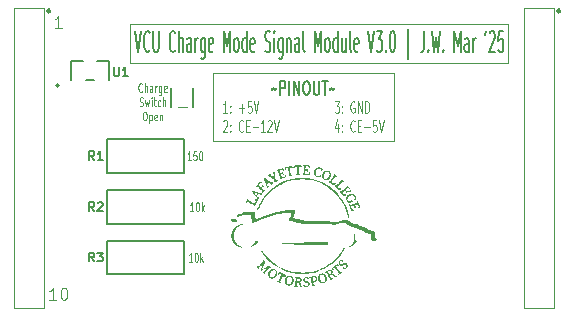
<source format=gbr>
%TF.GenerationSoftware,KiCad,Pcbnew,8.0.8*%
%TF.CreationDate,2025-03-02T20:22:43-05:00*%
%TF.ProjectId,VCU Charge Mode Signal Module V3.0,56435520-4368-4617-9267-65204d6f6465,rev?*%
%TF.SameCoordinates,Original*%
%TF.FileFunction,Legend,Top*%
%TF.FilePolarity,Positive*%
%FSLAX46Y46*%
G04 Gerber Fmt 4.6, Leading zero omitted, Abs format (unit mm)*
G04 Created by KiCad (PCBNEW 8.0.8) date 2025-03-02 20:22:43*
%MOMM*%
%LPD*%
G01*
G04 APERTURE LIST*
%ADD10C,0.000000*%
%ADD11C,0.075000*%
%ADD12C,0.100000*%
%ADD13C,0.150000*%
%ADD14C,0.125000*%
%ADD15C,0.152400*%
%ADD16C,0.076200*%
%ADD17C,0.254000*%
G04 APERTURE END LIST*
D10*
G36*
X44786808Y-34647063D02*
G01*
X44792316Y-34647856D01*
X44797434Y-34649089D01*
X44802180Y-34650738D01*
X44806572Y-34652782D01*
X44810628Y-34655198D01*
X44814366Y-34657962D01*
X44817804Y-34661053D01*
X44820958Y-34664448D01*
X44823847Y-34668124D01*
X44826489Y-34672059D01*
X44828902Y-34676230D01*
X44831103Y-34680615D01*
X44834939Y-34689935D01*
X44838142Y-34699838D01*
X44840853Y-34710144D01*
X44843213Y-34720671D01*
X44847452Y-34741670D01*
X44849614Y-34751781D01*
X44851995Y-34761390D01*
X44853779Y-34767309D01*
X44855887Y-34773476D01*
X44860534Y-34786351D01*
X44862802Y-34792954D01*
X44864854Y-34799600D01*
X44866554Y-34806236D01*
X44867229Y-34809534D01*
X44867766Y-34812810D01*
X44868147Y-34816058D01*
X44868355Y-34819271D01*
X44868374Y-34822443D01*
X44868187Y-34825567D01*
X44867776Y-34828638D01*
X44867124Y-34831647D01*
X44866216Y-34834590D01*
X44865034Y-34837459D01*
X44863560Y-34840248D01*
X44861779Y-34842951D01*
X44859673Y-34845560D01*
X44857225Y-34848071D01*
X44854418Y-34850475D01*
X44851236Y-34852768D01*
X44847662Y-34854941D01*
X44843678Y-34856989D01*
X44838355Y-34859327D01*
X44833272Y-34861200D01*
X44828421Y-34862627D01*
X44823794Y-34863626D01*
X44819382Y-34864216D01*
X44815176Y-34864416D01*
X44811167Y-34864244D01*
X44807349Y-34863718D01*
X44803711Y-34862856D01*
X44800245Y-34861678D01*
X44796943Y-34860201D01*
X44793797Y-34858445D01*
X44790797Y-34856427D01*
X44787936Y-34854166D01*
X44785204Y-34851680D01*
X44782594Y-34848988D01*
X44780096Y-34846109D01*
X44777703Y-34843060D01*
X44773195Y-34836529D01*
X44769003Y-34829542D01*
X44765057Y-34822247D01*
X44750381Y-34792940D01*
X44747681Y-34788147D01*
X44744917Y-34783720D01*
X44742090Y-34779649D01*
X44739201Y-34775923D01*
X44736252Y-34772531D01*
X44733244Y-34769462D01*
X44730178Y-34766704D01*
X44727055Y-34764247D01*
X44723878Y-34762080D01*
X44720646Y-34760192D01*
X44717362Y-34758572D01*
X44714027Y-34757208D01*
X44710642Y-34756091D01*
X44707208Y-34755209D01*
X44703727Y-34754550D01*
X44700200Y-34754105D01*
X44696628Y-34753861D01*
X44693013Y-34753809D01*
X44685657Y-34754233D01*
X44678144Y-34755290D01*
X44670482Y-34756891D01*
X44662684Y-34758949D01*
X44654758Y-34761376D01*
X44638568Y-34766985D01*
X44634047Y-34768732D01*
X44629804Y-34770592D01*
X44625833Y-34772563D01*
X44622125Y-34774642D01*
X44618675Y-34776825D01*
X44615474Y-34779110D01*
X44612517Y-34781494D01*
X44609796Y-34783973D01*
X44607303Y-34786544D01*
X44605033Y-34789205D01*
X44602977Y-34791952D01*
X44601130Y-34794781D01*
X44599483Y-34797691D01*
X44598030Y-34800678D01*
X44596763Y-34803739D01*
X44595677Y-34806870D01*
X44594763Y-34810069D01*
X44594014Y-34813333D01*
X44593425Y-34816658D01*
X44592987Y-34820042D01*
X44592538Y-34826972D01*
X44592610Y-34834099D01*
X44593149Y-34841399D01*
X44594097Y-34848845D01*
X44595398Y-34856415D01*
X44596996Y-34864083D01*
X44620369Y-34974718D01*
X44626786Y-35002196D01*
X44633900Y-35029414D01*
X44641944Y-35056279D01*
X44646388Y-35069550D01*
X44651152Y-35082699D01*
X44655292Y-35094659D01*
X44658869Y-35106938D01*
X44661953Y-35119496D01*
X44664616Y-35132293D01*
X44668961Y-35158445D01*
X44672472Y-35185075D01*
X44679262Y-35238501D01*
X44683678Y-35264659D01*
X44686389Y-35277461D01*
X44689531Y-35290025D01*
X44693173Y-35302310D01*
X44697389Y-35314278D01*
X44702247Y-35325889D01*
X44707820Y-35337103D01*
X44714178Y-35347880D01*
X44721392Y-35358180D01*
X44729534Y-35367964D01*
X44738674Y-35377192D01*
X44748883Y-35385824D01*
X44760232Y-35393820D01*
X44772792Y-35401141D01*
X44786635Y-35407746D01*
X44801831Y-35413597D01*
X44818451Y-35418653D01*
X44836566Y-35422875D01*
X44856247Y-35426223D01*
X44833416Y-35440779D01*
X44809447Y-35454187D01*
X44784584Y-35466411D01*
X44759072Y-35477413D01*
X44733153Y-35487159D01*
X44707072Y-35495612D01*
X44681072Y-35502736D01*
X44655397Y-35508495D01*
X44630290Y-35512854D01*
X44605996Y-35515776D01*
X44582757Y-35517224D01*
X44560819Y-35517164D01*
X44540423Y-35515560D01*
X44521815Y-35512374D01*
X44513257Y-35510177D01*
X44505237Y-35507571D01*
X44497786Y-35504552D01*
X44490934Y-35501116D01*
X44520104Y-35467016D01*
X44531786Y-35452666D01*
X44541640Y-35439634D01*
X44549744Y-35427560D01*
X44553165Y-35421770D01*
X44556178Y-35416085D01*
X44558795Y-35410460D01*
X44561023Y-35404849D01*
X44562875Y-35399207D01*
X44564359Y-35393490D01*
X44565485Y-35387653D01*
X44566264Y-35381650D01*
X44566705Y-35375436D01*
X44566818Y-35368966D01*
X44566614Y-35362196D01*
X44566103Y-35355081D01*
X44564196Y-35339632D01*
X44561178Y-35322261D01*
X44557129Y-35302606D01*
X44546256Y-35255006D01*
X44517030Y-35132660D01*
X44485718Y-35003288D01*
X44485132Y-35000132D01*
X44484632Y-34997163D01*
X44484205Y-34994372D01*
X44483840Y-34991751D01*
X44482729Y-34982799D01*
X44482476Y-34980900D01*
X44482207Y-34979120D01*
X44481910Y-34977451D01*
X44481571Y-34975883D01*
X44481178Y-34974409D01*
X44480718Y-34973019D01*
X44480178Y-34971705D01*
X44479546Y-34970459D01*
X44477077Y-34965653D01*
X44474917Y-34960634D01*
X44473033Y-34955424D01*
X44471391Y-34950048D01*
X44469958Y-34944528D01*
X44468701Y-34938887D01*
X44466581Y-34927335D01*
X44462976Y-34903802D01*
X44460958Y-34892190D01*
X44458440Y-34880927D01*
X44456910Y-34875485D01*
X44455154Y-34870199D01*
X44453140Y-34865093D01*
X44450834Y-34860191D01*
X44448202Y-34855514D01*
X44445211Y-34851087D01*
X44441828Y-34846932D01*
X44438019Y-34843072D01*
X44433751Y-34839532D01*
X44428990Y-34836333D01*
X44423704Y-34833498D01*
X44417858Y-34831052D01*
X44411419Y-34829017D01*
X44404354Y-34827416D01*
X44396629Y-34826272D01*
X44388211Y-34825609D01*
X44379650Y-34825381D01*
X44371565Y-34825522D01*
X44363944Y-34826024D01*
X44356775Y-34826879D01*
X44350044Y-34828077D01*
X44343740Y-34829612D01*
X44337850Y-34831473D01*
X44332362Y-34833652D01*
X44327263Y-34836141D01*
X44322541Y-34838931D01*
X44318183Y-34842014D01*
X44314177Y-34845380D01*
X44310510Y-34849022D01*
X44307170Y-34852930D01*
X44304145Y-34857096D01*
X44301422Y-34861512D01*
X44298988Y-34866169D01*
X44296832Y-34871058D01*
X44294940Y-34876171D01*
X44293301Y-34881500D01*
X44290729Y-34892767D01*
X44289016Y-34904792D01*
X44288064Y-34917506D01*
X44287772Y-34930840D01*
X44288041Y-34944725D01*
X44288771Y-34959093D01*
X44288851Y-34962309D01*
X44288686Y-34965472D01*
X44288285Y-34968573D01*
X44287659Y-34971603D01*
X44286819Y-34974556D01*
X44285775Y-34977421D01*
X44284537Y-34980192D01*
X44283115Y-34982859D01*
X44281521Y-34985415D01*
X44279763Y-34987850D01*
X44277854Y-34990158D01*
X44275802Y-34992330D01*
X44273619Y-34994357D01*
X44271314Y-34996231D01*
X44268899Y-34997944D01*
X44266382Y-34999487D01*
X44263776Y-35000853D01*
X44261090Y-35002033D01*
X44258334Y-35003019D01*
X44255519Y-35003802D01*
X44252655Y-35004374D01*
X44249753Y-35004728D01*
X44246822Y-35004854D01*
X44243874Y-35004744D01*
X44240919Y-35004391D01*
X44237966Y-35003786D01*
X44235027Y-35002920D01*
X44232111Y-35001786D01*
X44229229Y-35000375D01*
X44226392Y-34998678D01*
X44223609Y-34996688D01*
X44220892Y-34994397D01*
X44217053Y-34990699D01*
X44213487Y-34986867D01*
X44210182Y-34982905D01*
X44207125Y-34978820D01*
X44204307Y-34974619D01*
X44201714Y-34970306D01*
X44197161Y-34961373D01*
X44193372Y-34952069D01*
X44190256Y-34942443D01*
X44187721Y-34932543D01*
X44185672Y-34922418D01*
X44184018Y-34912116D01*
X44182666Y-34901687D01*
X44180498Y-34880637D01*
X44178427Y-34859658D01*
X44177195Y-34849316D01*
X44175710Y-34839137D01*
X44175215Y-34835562D01*
X44174907Y-34832089D01*
X44174781Y-34828718D01*
X44174834Y-34825447D01*
X44175059Y-34822277D01*
X44175452Y-34819205D01*
X44176009Y-34816232D01*
X44176724Y-34813357D01*
X44177592Y-34810578D01*
X44178608Y-34807895D01*
X44179769Y-34805307D01*
X44181068Y-34802814D01*
X44182501Y-34800414D01*
X44184063Y-34798106D01*
X44185749Y-34795891D01*
X44187555Y-34793766D01*
X44189475Y-34791732D01*
X44191504Y-34789787D01*
X44193638Y-34787931D01*
X44195872Y-34786162D01*
X44198201Y-34784481D01*
X44200620Y-34782886D01*
X44205708Y-34779950D01*
X44211098Y-34777350D01*
X44216751Y-34775078D01*
X44222627Y-34773128D01*
X44228689Y-34771494D01*
X44494024Y-34707225D01*
X44627017Y-34676646D01*
X44693694Y-34662280D01*
X44760531Y-34648734D01*
X44767773Y-34647544D01*
X44774555Y-34646884D01*
X44780894Y-34646731D01*
X44786808Y-34647063D01*
G37*
G36*
X43358981Y-35136189D02*
G01*
X43367344Y-35136778D01*
X43375705Y-35137751D01*
X43384060Y-35139111D01*
X43392406Y-35140859D01*
X43383849Y-35151714D01*
X43376042Y-35162639D01*
X43368955Y-35173630D01*
X43362560Y-35184687D01*
X43356829Y-35195806D01*
X43351732Y-35206987D01*
X43347241Y-35218225D01*
X43343327Y-35229520D01*
X43339961Y-35240869D01*
X43337114Y-35252269D01*
X43332864Y-35275217D01*
X43330346Y-35298345D01*
X43329329Y-35321637D01*
X43329583Y-35345074D01*
X43330878Y-35368639D01*
X43332983Y-35392313D01*
X43335669Y-35416081D01*
X43347604Y-35511724D01*
X43353712Y-35575551D01*
X43357037Y-35607082D01*
X43361066Y-35637993D01*
X43366192Y-35668009D01*
X43372810Y-35696855D01*
X43376800Y-35710755D01*
X43381311Y-35724259D01*
X43386391Y-35737334D01*
X43392090Y-35749945D01*
X43398456Y-35762058D01*
X43405539Y-35773639D01*
X43413388Y-35784654D01*
X43422052Y-35795068D01*
X43431580Y-35804846D01*
X43442021Y-35813956D01*
X43453425Y-35822362D01*
X43465840Y-35830030D01*
X43479317Y-35836926D01*
X43493903Y-35843015D01*
X43509648Y-35848264D01*
X43526601Y-35852638D01*
X43544812Y-35856102D01*
X43564330Y-35858623D01*
X43585203Y-35860167D01*
X43607480Y-35860698D01*
X43594268Y-35880102D01*
X43578737Y-35899143D01*
X43561157Y-35917665D01*
X43541801Y-35935512D01*
X43520939Y-35952529D01*
X43498843Y-35968561D01*
X43475783Y-35983451D01*
X43452031Y-35997046D01*
X43427857Y-36009189D01*
X43403534Y-36019725D01*
X43379332Y-36028498D01*
X43355522Y-36035353D01*
X43332375Y-36040135D01*
X43310163Y-36042688D01*
X43299492Y-36043080D01*
X43289156Y-36042857D01*
X43279189Y-36041999D01*
X43269626Y-36040487D01*
X43279450Y-36030548D01*
X43288216Y-36020739D01*
X43295960Y-36011052D01*
X43302717Y-36001483D01*
X43308524Y-35992026D01*
X43313415Y-35982675D01*
X43317426Y-35973425D01*
X43320593Y-35964269D01*
X43322951Y-35955202D01*
X43324535Y-35946219D01*
X43325382Y-35937314D01*
X43325527Y-35928480D01*
X43325005Y-35919713D01*
X43323852Y-35911006D01*
X43322104Y-35902355D01*
X43319795Y-35893752D01*
X43316962Y-35885193D01*
X43313640Y-35876673D01*
X43309864Y-35868184D01*
X43305671Y-35859722D01*
X43296173Y-35842854D01*
X43285430Y-35826025D01*
X43273727Y-35809188D01*
X43261347Y-35792297D01*
X43235696Y-35758176D01*
X43206071Y-35738998D01*
X43177128Y-35718918D01*
X43120604Y-35677228D01*
X43064756Y-35635459D01*
X43036659Y-35615281D01*
X43008219Y-35595966D01*
X42979263Y-35577809D01*
X42949623Y-35561105D01*
X42919126Y-35546147D01*
X42887603Y-35533230D01*
X42871402Y-35527628D01*
X42854881Y-35522647D01*
X42838017Y-35518324D01*
X42820790Y-35514695D01*
X42803178Y-35511797D01*
X42785159Y-35509666D01*
X42766713Y-35508340D01*
X42747818Y-35507856D01*
X42754178Y-35497330D01*
X42761316Y-35486832D01*
X42769174Y-35476392D01*
X42777696Y-35466040D01*
X42786823Y-35455807D01*
X42796498Y-35445722D01*
X42817259Y-35426121D01*
X42839518Y-35407479D01*
X42862814Y-35390038D01*
X42886685Y-35374041D01*
X42910669Y-35359730D01*
X42934304Y-35347346D01*
X42957130Y-35337133D01*
X42978684Y-35329333D01*
X42988840Y-35326414D01*
X42998505Y-35324188D01*
X43007622Y-35322687D01*
X43016132Y-35321941D01*
X43023978Y-35321979D01*
X43031102Y-35322833D01*
X43037446Y-35324532D01*
X43042954Y-35327107D01*
X43047567Y-35330588D01*
X43051227Y-35335005D01*
X43052769Y-35338757D01*
X43053832Y-35342349D01*
X43054448Y-35345792D01*
X43054648Y-35349095D01*
X43054464Y-35352269D01*
X43053927Y-35355325D01*
X43053069Y-35358273D01*
X43051921Y-35361124D01*
X43050515Y-35363888D01*
X43048882Y-35366575D01*
X43047054Y-35369197D01*
X43045063Y-35371763D01*
X43040716Y-35376772D01*
X43036093Y-35381685D01*
X43031447Y-35386586D01*
X43027030Y-35391559D01*
X43024986Y-35394099D01*
X43023094Y-35396688D01*
X43021386Y-35399337D01*
X43019892Y-35402056D01*
X43018645Y-35404856D01*
X43017677Y-35407748D01*
X43017017Y-35410742D01*
X43016699Y-35413848D01*
X43016754Y-35417076D01*
X43017212Y-35420438D01*
X43018107Y-35423944D01*
X43019469Y-35427604D01*
X43058230Y-35461316D01*
X43075425Y-35475775D01*
X43091405Y-35488785D01*
X43106351Y-35500458D01*
X43120446Y-35510907D01*
X43133869Y-35520244D01*
X43146803Y-35528580D01*
X43159430Y-35536029D01*
X43171929Y-35542703D01*
X43184484Y-35548712D01*
X43197274Y-35554171D01*
X43210483Y-35559190D01*
X43224290Y-35563882D01*
X43238879Y-35568360D01*
X43254429Y-35572735D01*
X43258763Y-35542530D01*
X43261832Y-35514537D01*
X43262873Y-35501318D01*
X43263574Y-35488590D01*
X43263928Y-35476333D01*
X43263927Y-35464526D01*
X43263563Y-35453148D01*
X43262828Y-35442179D01*
X43261715Y-35431599D01*
X43260216Y-35421387D01*
X43258323Y-35411521D01*
X43256029Y-35401983D01*
X43253324Y-35392751D01*
X43250203Y-35383804D01*
X43246657Y-35375123D01*
X43242678Y-35366686D01*
X43238258Y-35358474D01*
X43233390Y-35350465D01*
X43228066Y-35342638D01*
X43222278Y-35334975D01*
X43216018Y-35327453D01*
X43209279Y-35320053D01*
X43202053Y-35312753D01*
X43194332Y-35305534D01*
X43186108Y-35298374D01*
X43177374Y-35291254D01*
X43168122Y-35284152D01*
X43158343Y-35277048D01*
X43137177Y-35262753D01*
X43151459Y-35245271D01*
X43166086Y-35228989D01*
X43181032Y-35213932D01*
X43196271Y-35200125D01*
X43211777Y-35187591D01*
X43227522Y-35176356D01*
X43243482Y-35166445D01*
X43259630Y-35157881D01*
X43275938Y-35150690D01*
X43292382Y-35144897D01*
X43308934Y-35140525D01*
X43317243Y-35138880D01*
X43325569Y-35137600D01*
X43333909Y-35136688D01*
X43342260Y-35136147D01*
X43350618Y-35135979D01*
X43358981Y-35136189D01*
G37*
G36*
X49852825Y-36997788D02*
G01*
X49870716Y-36998886D01*
X49888327Y-37000733D01*
X49905651Y-37003318D01*
X49922679Y-37006631D01*
X49939404Y-37010662D01*
X49955817Y-37015401D01*
X49971911Y-37020838D01*
X49987678Y-37026963D01*
X50003110Y-37033765D01*
X50018199Y-37041235D01*
X50032938Y-37049362D01*
X50047317Y-37058137D01*
X50061330Y-37067548D01*
X50074968Y-37077587D01*
X50088223Y-37088243D01*
X50101088Y-37099505D01*
X50113555Y-37111364D01*
X50125615Y-37123809D01*
X50137261Y-37136831D01*
X50148485Y-37150419D01*
X50159279Y-37164563D01*
X50179546Y-37194480D01*
X50197997Y-37226499D01*
X50214569Y-37260541D01*
X50229200Y-37296525D01*
X50241825Y-37334368D01*
X50244316Y-37343174D01*
X50246431Y-37351697D01*
X50248176Y-37359946D01*
X50249553Y-37367927D01*
X50250568Y-37375648D01*
X50251224Y-37383115D01*
X50251526Y-37390336D01*
X50251478Y-37397318D01*
X50251085Y-37404068D01*
X50250349Y-37410593D01*
X50249276Y-37416900D01*
X50247870Y-37422997D01*
X50246135Y-37428890D01*
X50244075Y-37434587D01*
X50241695Y-37440094D01*
X50238998Y-37445420D01*
X50235989Y-37450570D01*
X50232671Y-37455553D01*
X50229050Y-37460375D01*
X50225129Y-37465044D01*
X50220913Y-37469566D01*
X50216406Y-37473949D01*
X50211611Y-37478200D01*
X50206534Y-37482326D01*
X50201178Y-37486334D01*
X50195548Y-37490231D01*
X50183480Y-37497722D01*
X50170366Y-37504855D01*
X50156237Y-37511689D01*
X50145010Y-37516830D01*
X50139437Y-37519269D01*
X50133898Y-37521517D01*
X50128400Y-37523497D01*
X50122947Y-37525135D01*
X50120239Y-37525801D01*
X50117546Y-37526352D01*
X50114866Y-37526779D01*
X50112201Y-37527072D01*
X50109552Y-37527222D01*
X50106920Y-37527219D01*
X50104305Y-37527053D01*
X50101707Y-37526715D01*
X50099128Y-37526196D01*
X50096569Y-37525485D01*
X50094029Y-37524573D01*
X50091510Y-37523451D01*
X50089013Y-37522109D01*
X50086538Y-37520538D01*
X50084085Y-37518727D01*
X50081656Y-37516668D01*
X50079251Y-37514350D01*
X50076872Y-37511764D01*
X50074518Y-37508901D01*
X50072190Y-37505751D01*
X50070034Y-37502515D01*
X50068134Y-37499321D01*
X50066482Y-37496170D01*
X50065071Y-37493060D01*
X50063895Y-37489994D01*
X50062945Y-37486970D01*
X50062216Y-37483990D01*
X50061699Y-37481053D01*
X50061388Y-37478160D01*
X50061275Y-37475312D01*
X50061354Y-37472508D01*
X50061617Y-37469749D01*
X50062058Y-37467035D01*
X50062668Y-37464366D01*
X50063441Y-37461743D01*
X50064371Y-37459166D01*
X50065448Y-37456636D01*
X50066668Y-37454152D01*
X50068022Y-37451714D01*
X50069503Y-37449325D01*
X50071105Y-37446982D01*
X50072820Y-37444687D01*
X50074640Y-37442441D01*
X50076560Y-37440243D01*
X50078571Y-37438093D01*
X50080667Y-37435993D01*
X50085085Y-37431940D01*
X50089756Y-37428087D01*
X50094622Y-37424435D01*
X50101534Y-37419241D01*
X50107848Y-37414018D01*
X50113582Y-37408766D01*
X50118755Y-37403486D01*
X50123382Y-37398180D01*
X50127482Y-37392848D01*
X50131072Y-37387492D01*
X50134168Y-37382112D01*
X50136789Y-37376710D01*
X50138951Y-37371287D01*
X50140673Y-37365844D01*
X50141971Y-37360382D01*
X50142862Y-37354902D01*
X50143364Y-37349405D01*
X50143495Y-37343892D01*
X50143271Y-37338365D01*
X50142710Y-37332823D01*
X50141829Y-37327270D01*
X50140645Y-37321704D01*
X50139177Y-37316128D01*
X50135453Y-37304949D01*
X50130797Y-37293741D01*
X50125346Y-37282512D01*
X50119240Y-37271272D01*
X50112616Y-37260028D01*
X50105614Y-37248789D01*
X50093572Y-37231092D01*
X50080839Y-37214769D01*
X50067434Y-37199832D01*
X50053374Y-37186293D01*
X50038674Y-37174164D01*
X50023354Y-37163458D01*
X50007428Y-37154186D01*
X49990916Y-37146360D01*
X49973834Y-37139994D01*
X49956199Y-37135099D01*
X49938028Y-37131687D01*
X49919339Y-37129770D01*
X49900148Y-37129361D01*
X49880473Y-37130471D01*
X49860330Y-37133113D01*
X49839738Y-37137300D01*
X49814774Y-37143644D01*
X49790207Y-37150733D01*
X49766085Y-37158641D01*
X49742458Y-37167441D01*
X49719375Y-37177207D01*
X49696885Y-37188011D01*
X49675036Y-37199927D01*
X49653877Y-37213028D01*
X49633458Y-37227388D01*
X49613827Y-37243080D01*
X49604323Y-37251448D01*
X49595034Y-37260177D01*
X49585967Y-37269276D01*
X49577127Y-37278753D01*
X49568522Y-37288618D01*
X49560156Y-37298880D01*
X49552036Y-37309549D01*
X49544168Y-37320633D01*
X49536559Y-37332142D01*
X49529214Y-37344085D01*
X49522140Y-37356470D01*
X49515342Y-37369308D01*
X49509627Y-37384957D01*
X49504990Y-37400335D01*
X49501393Y-37415454D01*
X49498801Y-37430330D01*
X49497176Y-37444974D01*
X49496483Y-37459402D01*
X49496685Y-37473626D01*
X49497746Y-37487661D01*
X49499629Y-37501520D01*
X49502298Y-37515217D01*
X49505716Y-37528765D01*
X49509847Y-37542179D01*
X49514655Y-37555472D01*
X49520103Y-37568657D01*
X49526155Y-37581749D01*
X49532774Y-37594761D01*
X49539884Y-37607383D01*
X49547141Y-37618679D01*
X49554599Y-37628658D01*
X49558421Y-37633156D01*
X49562314Y-37637328D01*
X49566285Y-37641174D01*
X49570340Y-37644696D01*
X49574487Y-37647894D01*
X49578732Y-37650770D01*
X49583083Y-37653325D01*
X49587546Y-37655559D01*
X49592128Y-37657474D01*
X49596837Y-37659070D01*
X49601677Y-37660349D01*
X49606658Y-37661311D01*
X49611785Y-37661957D01*
X49617066Y-37662290D01*
X49622507Y-37662308D01*
X49628115Y-37662014D01*
X49633897Y-37661408D01*
X49639860Y-37660492D01*
X49646011Y-37659266D01*
X49652357Y-37657732D01*
X49665659Y-37653741D01*
X49679823Y-37648527D01*
X49694903Y-37642098D01*
X49703443Y-37638032D01*
X49711426Y-37633815D01*
X49718866Y-37629443D01*
X49725783Y-37624914D01*
X49732192Y-37620224D01*
X49738112Y-37615372D01*
X49743560Y-37610353D01*
X49748552Y-37605166D01*
X49753106Y-37599807D01*
X49757240Y-37594274D01*
X49760969Y-37588564D01*
X49764313Y-37582673D01*
X49767287Y-37576601D01*
X49769910Y-37570342D01*
X49772197Y-37563895D01*
X49774168Y-37557258D01*
X49777225Y-37543397D01*
X49779219Y-37528738D01*
X49780287Y-37513259D01*
X49780568Y-37496936D01*
X49780199Y-37479747D01*
X49779318Y-37461670D01*
X49776571Y-37422762D01*
X49797168Y-37440187D01*
X49816094Y-37457795D01*
X49833485Y-37475629D01*
X49849475Y-37493734D01*
X49864198Y-37512155D01*
X49877790Y-37530937D01*
X49890385Y-37550123D01*
X49902118Y-37569759D01*
X49913124Y-37589890D01*
X49923536Y-37610559D01*
X49933490Y-37631812D01*
X49943121Y-37653693D01*
X49961951Y-37699518D01*
X49981103Y-37748390D01*
X49970002Y-37742733D01*
X49959205Y-37737751D01*
X49948703Y-37733418D01*
X49938484Y-37729711D01*
X49928539Y-37726604D01*
X49918857Y-37724073D01*
X49909427Y-37722094D01*
X49900240Y-37720642D01*
X49891284Y-37719692D01*
X49882550Y-37719221D01*
X49874026Y-37719203D01*
X49865702Y-37719615D01*
X49857568Y-37720431D01*
X49849614Y-37721627D01*
X49841828Y-37723179D01*
X49834201Y-37725063D01*
X49826722Y-37727253D01*
X49819381Y-37729725D01*
X49805069Y-37735418D01*
X49791182Y-37741946D01*
X49777637Y-37749113D01*
X49764349Y-37756723D01*
X49751236Y-37764581D01*
X49725197Y-37780252D01*
X49710714Y-37788417D01*
X49703528Y-37792145D01*
X49696352Y-37795572D01*
X49689164Y-37798646D01*
X49681945Y-37801320D01*
X49674673Y-37803542D01*
X49667329Y-37805263D01*
X49659892Y-37806434D01*
X49652340Y-37807005D01*
X49648516Y-37807050D01*
X49644654Y-37806926D01*
X49640755Y-37806627D01*
X49636814Y-37806147D01*
X49632829Y-37805480D01*
X49628797Y-37804619D01*
X49624717Y-37803558D01*
X49620585Y-37802292D01*
X49616398Y-37800813D01*
X49612155Y-37799116D01*
X49607853Y-37797194D01*
X49603488Y-37795042D01*
X49590411Y-37787780D01*
X49577565Y-37779642D01*
X49564971Y-37770668D01*
X49552647Y-37760901D01*
X49528891Y-37739154D01*
X49506454Y-37714735D01*
X49485494Y-37687979D01*
X49466168Y-37659221D01*
X49448634Y-37628795D01*
X49433048Y-37597035D01*
X49419569Y-37564276D01*
X49408353Y-37530853D01*
X49399559Y-37497100D01*
X49393342Y-37463352D01*
X49389860Y-37429942D01*
X49389272Y-37397207D01*
X49390112Y-37381196D01*
X49391734Y-37365480D01*
X49394157Y-37350098D01*
X49397403Y-37335095D01*
X49402332Y-37316920D01*
X49408031Y-37299078D01*
X49414480Y-37281584D01*
X49421658Y-37264455D01*
X49429544Y-37247705D01*
X49438117Y-37231352D01*
X49457243Y-37199897D01*
X49478872Y-37170218D01*
X49502837Y-37142442D01*
X49528974Y-37116698D01*
X49557118Y-37093112D01*
X49587102Y-37071812D01*
X49618762Y-37052927D01*
X49651933Y-37036582D01*
X49686449Y-37022907D01*
X49722146Y-37012029D01*
X49740385Y-37007678D01*
X49758857Y-37004074D01*
X49777541Y-37001234D01*
X49796418Y-36999172D01*
X49815465Y-36997905D01*
X49834663Y-36997449D01*
X49852825Y-36997788D01*
G37*
G36*
X45642303Y-44308760D02*
G01*
X45640847Y-44319782D01*
X45638747Y-44330780D01*
X45636004Y-44341728D01*
X45632618Y-44352601D01*
X45628589Y-44363372D01*
X45623918Y-44374016D01*
X45618605Y-44384507D01*
X45612649Y-44394818D01*
X45606052Y-44404924D01*
X45598812Y-44414798D01*
X45590931Y-44424416D01*
X45582409Y-44433750D01*
X45573245Y-44442775D01*
X45563704Y-44451367D01*
X45553812Y-44459719D01*
X45543558Y-44467956D01*
X45532929Y-44476202D01*
X45510504Y-44493218D01*
X45498685Y-44502235D01*
X45486447Y-44511759D01*
X45496365Y-44521601D01*
X45505309Y-44531890D01*
X45513353Y-44542590D01*
X45520573Y-44553666D01*
X45527041Y-44565083D01*
X45532833Y-44576803D01*
X45538023Y-44588793D01*
X45542685Y-44601015D01*
X45550723Y-44626015D01*
X45557541Y-44651519D01*
X45569894Y-44702892D01*
X45576618Y-44728189D01*
X45584500Y-44752846D01*
X45589061Y-44764846D01*
X45594134Y-44776578D01*
X45599794Y-44788006D01*
X45606114Y-44799097D01*
X45613170Y-44809812D01*
X45621036Y-44820118D01*
X45629785Y-44829978D01*
X45639492Y-44839356D01*
X45650232Y-44848216D01*
X45662078Y-44856524D01*
X45675105Y-44864243D01*
X45689388Y-44871337D01*
X45678728Y-44877924D01*
X45668239Y-44883949D01*
X45657927Y-44889416D01*
X45647796Y-44894327D01*
X45637850Y-44898685D01*
X45628095Y-44902493D01*
X45618536Y-44905752D01*
X45609177Y-44908465D01*
X45600022Y-44910636D01*
X45591077Y-44912266D01*
X45582347Y-44913358D01*
X45573835Y-44913915D01*
X45565548Y-44913940D01*
X45557489Y-44913434D01*
X45549664Y-44912401D01*
X45542076Y-44910843D01*
X45534732Y-44908763D01*
X45527635Y-44906162D01*
X45520791Y-44903045D01*
X45514204Y-44899413D01*
X45507879Y-44895268D01*
X45501820Y-44890615D01*
X45496033Y-44885454D01*
X45490523Y-44879789D01*
X45485293Y-44873623D01*
X45480349Y-44866957D01*
X45475695Y-44859794D01*
X45471337Y-44852138D01*
X45467278Y-44843990D01*
X45463524Y-44835353D01*
X45460080Y-44826230D01*
X45456950Y-44816623D01*
X45405232Y-44598119D01*
X45403561Y-44593059D01*
X45401705Y-44588163D01*
X45399670Y-44583431D01*
X45397460Y-44578863D01*
X45395080Y-44574460D01*
X45392536Y-44570221D01*
X45389831Y-44566148D01*
X45386972Y-44562239D01*
X45383963Y-44558497D01*
X45380809Y-44554920D01*
X45377514Y-44551509D01*
X45374085Y-44548264D01*
X45370525Y-44545186D01*
X45366840Y-44542275D01*
X45359114Y-44536953D01*
X45350946Y-44532301D01*
X45342375Y-44528321D01*
X45333442Y-44525014D01*
X45324185Y-44522382D01*
X45314645Y-44520428D01*
X45304860Y-44519154D01*
X45294871Y-44518560D01*
X45284716Y-44518650D01*
X45278853Y-44519070D01*
X45273471Y-44519804D01*
X45268548Y-44520839D01*
X45264064Y-44522160D01*
X45259996Y-44523754D01*
X45256325Y-44525607D01*
X45253029Y-44527705D01*
X45250086Y-44530035D01*
X45247476Y-44532582D01*
X45245177Y-44535332D01*
X45243169Y-44538272D01*
X45241430Y-44541388D01*
X45239938Y-44544667D01*
X45238674Y-44548093D01*
X45237615Y-44551654D01*
X45236740Y-44555335D01*
X45235460Y-44563003D01*
X45234663Y-44570988D01*
X45233844Y-44587462D01*
X45233483Y-44595730D01*
X45232929Y-44603871D01*
X45232012Y-44611774D01*
X45230563Y-44619329D01*
X45226596Y-44636742D01*
X45223264Y-44653925D01*
X45220754Y-44670832D01*
X45219250Y-44687419D01*
X45218933Y-44695580D01*
X45218937Y-44703644D01*
X45219285Y-44711606D01*
X45220000Y-44719462D01*
X45221106Y-44727204D01*
X45222625Y-44734828D01*
X45224580Y-44742329D01*
X45226995Y-44749700D01*
X45229894Y-44756936D01*
X45233298Y-44764033D01*
X45237231Y-44770983D01*
X45241716Y-44777783D01*
X45246777Y-44784425D01*
X45252437Y-44790906D01*
X45258718Y-44797219D01*
X45265643Y-44803358D01*
X45273237Y-44809319D01*
X45281522Y-44815096D01*
X45290521Y-44820684D01*
X45300257Y-44826076D01*
X45310753Y-44831268D01*
X45322034Y-44836253D01*
X45334120Y-44841027D01*
X45347037Y-44845584D01*
X45336192Y-44850132D01*
X45325496Y-44854181D01*
X45314946Y-44857756D01*
X45304533Y-44860881D01*
X45284101Y-44865886D01*
X45264152Y-44869399D01*
X45244640Y-44871621D01*
X45225517Y-44872755D01*
X45206738Y-44873004D01*
X45188254Y-44872569D01*
X45116342Y-44868042D01*
X45098636Y-44867225D01*
X45080944Y-44866938D01*
X45063219Y-44867384D01*
X45045416Y-44868766D01*
X45030378Y-44866163D01*
X45023215Y-44864820D01*
X45016353Y-44863340D01*
X45009838Y-44861642D01*
X45006726Y-44860686D01*
X45003719Y-44859644D01*
X45000822Y-44858506D01*
X44998042Y-44857263D01*
X44995384Y-44855904D01*
X44992855Y-44854419D01*
X44990461Y-44852798D01*
X44988207Y-44851030D01*
X44986099Y-44849105D01*
X44984143Y-44847014D01*
X44982345Y-44844745D01*
X44980712Y-44842288D01*
X44979248Y-44839634D01*
X44977960Y-44836773D01*
X44976854Y-44833693D01*
X44975936Y-44830385D01*
X44975212Y-44826838D01*
X44974687Y-44823043D01*
X44974368Y-44818988D01*
X44974261Y-44814665D01*
X44974370Y-44810062D01*
X44974703Y-44805170D01*
X44982952Y-44803852D01*
X44990740Y-44802224D01*
X44998083Y-44800292D01*
X45004997Y-44798065D01*
X45011496Y-44795549D01*
X45017595Y-44792753D01*
X45023311Y-44789685D01*
X45028659Y-44786351D01*
X45033653Y-44782759D01*
X45038309Y-44778917D01*
X45042642Y-44774832D01*
X45046667Y-44770512D01*
X45050401Y-44765965D01*
X45053857Y-44761197D01*
X45057052Y-44756217D01*
X45060000Y-44751033D01*
X45065219Y-44740079D01*
X45069635Y-44728397D01*
X45073371Y-44716047D01*
X45076550Y-44703089D01*
X45079292Y-44689584D01*
X45081722Y-44675593D01*
X45086129Y-44646392D01*
X45088732Y-44626364D01*
X45090767Y-44606323D01*
X45093475Y-44566222D01*
X45094927Y-44526124D01*
X45095799Y-44486066D01*
X45096766Y-44446083D01*
X45098504Y-44406213D01*
X45099873Y-44386332D01*
X45101688Y-44366492D01*
X45104033Y-44346698D01*
X45106993Y-44326954D01*
X45107172Y-44325923D01*
X45241287Y-44325923D01*
X45242039Y-44339851D01*
X45243704Y-44353535D01*
X45246348Y-44366912D01*
X45250036Y-44379917D01*
X45252291Y-44386260D01*
X45254833Y-44392486D01*
X45257668Y-44398587D01*
X45260805Y-44404555D01*
X45263781Y-44409428D01*
X45267034Y-44413894D01*
X45270548Y-44417966D01*
X45274310Y-44421655D01*
X45278306Y-44424972D01*
X45282522Y-44427930D01*
X45286943Y-44430538D01*
X45291556Y-44432810D01*
X45296346Y-44434755D01*
X45301300Y-44436386D01*
X45306403Y-44437714D01*
X45311641Y-44438751D01*
X45317001Y-44439507D01*
X45322467Y-44439994D01*
X45333664Y-44440209D01*
X45345120Y-44439486D01*
X45356722Y-44437916D01*
X45368358Y-44435592D01*
X45379914Y-44432604D01*
X45391278Y-44429043D01*
X45402337Y-44425002D01*
X45412978Y-44420572D01*
X45423089Y-44415844D01*
X45435000Y-44409433D01*
X45446041Y-44402403D01*
X45456185Y-44394771D01*
X45465403Y-44386551D01*
X45469657Y-44382225D01*
X45473669Y-44377760D01*
X45477435Y-44373155D01*
X45480953Y-44368414D01*
X45484219Y-44363538D01*
X45487229Y-44358529D01*
X45489980Y-44353389D01*
X45492468Y-44348121D01*
X45494691Y-44342726D01*
X45496643Y-44337206D01*
X45498322Y-44331564D01*
X45499725Y-44325800D01*
X45500848Y-44319918D01*
X45501687Y-44313920D01*
X45502240Y-44307807D01*
X45502501Y-44301581D01*
X45502469Y-44295244D01*
X45502139Y-44288799D01*
X45501508Y-44282247D01*
X45500573Y-44275590D01*
X45499330Y-44268830D01*
X45497776Y-44261970D01*
X45495906Y-44255012D01*
X45493718Y-44247956D01*
X45491401Y-44241487D01*
X45488801Y-44235238D01*
X45485918Y-44229211D01*
X45482754Y-44223412D01*
X45479311Y-44217842D01*
X45475590Y-44212506D01*
X45471592Y-44207406D01*
X45467319Y-44202546D01*
X45462773Y-44197930D01*
X45457953Y-44193561D01*
X45452863Y-44189442D01*
X45447503Y-44185577D01*
X45441874Y-44181969D01*
X45435979Y-44178621D01*
X45429818Y-44175537D01*
X45423393Y-44172720D01*
X45411139Y-44170039D01*
X45398936Y-44167122D01*
X45374938Y-44161190D01*
X45363273Y-44158483D01*
X45351916Y-44156153D01*
X45340933Y-44154354D01*
X45330389Y-44153238D01*
X45325301Y-44152985D01*
X45320347Y-44152960D01*
X45315534Y-44153183D01*
X45310872Y-44153673D01*
X45306368Y-44154450D01*
X45302030Y-44155531D01*
X45297866Y-44156937D01*
X45293884Y-44158686D01*
X45290093Y-44160799D01*
X45286500Y-44163293D01*
X45283114Y-44166189D01*
X45279942Y-44169505D01*
X45276993Y-44173260D01*
X45274275Y-44177475D01*
X45271796Y-44182167D01*
X45269563Y-44187356D01*
X45264790Y-44200193D01*
X45260274Y-44213427D01*
X45256081Y-44226995D01*
X45252277Y-44240832D01*
X45248927Y-44254875D01*
X45246097Y-44269059D01*
X45243853Y-44283319D01*
X45242259Y-44297593D01*
X45241382Y-44311816D01*
X45241287Y-44325923D01*
X45107172Y-44325923D01*
X45113155Y-44291407D01*
X45116032Y-44273906D01*
X45118467Y-44256700D01*
X45120228Y-44239871D01*
X45121087Y-44223504D01*
X45121105Y-44215520D01*
X45120812Y-44207683D01*
X45120177Y-44200003D01*
X45119173Y-44192490D01*
X45117771Y-44185156D01*
X45115941Y-44178011D01*
X45113655Y-44171065D01*
X45110885Y-44164329D01*
X45107601Y-44157812D01*
X45103775Y-44151527D01*
X45099378Y-44145482D01*
X45094381Y-44139690D01*
X45088755Y-44134159D01*
X45082472Y-44128900D01*
X45075503Y-44123925D01*
X45067819Y-44119244D01*
X45059391Y-44114866D01*
X45050191Y-44110803D01*
X45040190Y-44107064D01*
X45029358Y-44103661D01*
X45029016Y-44100904D01*
X45028761Y-44098217D01*
X45028593Y-44095599D01*
X45028508Y-44093052D01*
X45028504Y-44090579D01*
X45028579Y-44088179D01*
X45028730Y-44085855D01*
X45028955Y-44083608D01*
X45029253Y-44081439D01*
X45029619Y-44079350D01*
X45030052Y-44077342D01*
X45030551Y-44075415D01*
X45031111Y-44073573D01*
X45031731Y-44071816D01*
X45032409Y-44070144D01*
X45033142Y-44068561D01*
X45033927Y-44067067D01*
X45034764Y-44065663D01*
X45035648Y-44064351D01*
X45036578Y-44063132D01*
X45037551Y-44062008D01*
X45038565Y-44060979D01*
X45039618Y-44060048D01*
X45040707Y-44059215D01*
X45041830Y-44058482D01*
X45042984Y-44057850D01*
X45044168Y-44057322D01*
X45045378Y-44056897D01*
X45046613Y-44056577D01*
X45047869Y-44056364D01*
X45049146Y-44056259D01*
X45050440Y-44056264D01*
X45113778Y-44058046D01*
X45177417Y-44058686D01*
X45241036Y-44059806D01*
X45272737Y-44061054D01*
X45304311Y-44063029D01*
X45335719Y-44065936D01*
X45366921Y-44069977D01*
X45397876Y-44075354D01*
X45428543Y-44082271D01*
X45458883Y-44090930D01*
X45488854Y-44101534D01*
X45518418Y-44114285D01*
X45547533Y-44129388D01*
X45558331Y-44135926D01*
X45568483Y-44142934D01*
X45577988Y-44150385D01*
X45586847Y-44158254D01*
X45595059Y-44166515D01*
X45602626Y-44175142D01*
X45609547Y-44184108D01*
X45615823Y-44193389D01*
X45621454Y-44202957D01*
X45626439Y-44212787D01*
X45630779Y-44222853D01*
X45634475Y-44233129D01*
X45637526Y-44243589D01*
X45639932Y-44254207D01*
X45641694Y-44264957D01*
X45642812Y-44275813D01*
X45643286Y-44286750D01*
X45643116Y-44297741D01*
X45642833Y-44301581D01*
X45642303Y-44308760D01*
G37*
G36*
X45504828Y-34570049D02*
G01*
X45517369Y-34570845D01*
X45529151Y-34572145D01*
X45540180Y-34573956D01*
X45550460Y-34576287D01*
X45559999Y-34579143D01*
X45568800Y-34582534D01*
X45576871Y-34586466D01*
X45584216Y-34590946D01*
X45590841Y-34595983D01*
X45596752Y-34601584D01*
X45601955Y-34607755D01*
X45606454Y-34614506D01*
X45610257Y-34621843D01*
X45613367Y-34629773D01*
X45615792Y-34638305D01*
X45617536Y-34647445D01*
X45618605Y-34657201D01*
X45619005Y-34667580D01*
X45618741Y-34678591D01*
X45617819Y-34690241D01*
X45616245Y-34702536D01*
X45614025Y-34715484D01*
X45611163Y-34729094D01*
X45603538Y-34758326D01*
X45593417Y-34790292D01*
X45587492Y-34791467D01*
X45581916Y-34792251D01*
X45576674Y-34792660D01*
X45571754Y-34792709D01*
X45567143Y-34792415D01*
X45562828Y-34791794D01*
X45558796Y-34790860D01*
X45555034Y-34789631D01*
X45551529Y-34788122D01*
X45548268Y-34786349D01*
X45545238Y-34784327D01*
X45542426Y-34782074D01*
X45539819Y-34779604D01*
X45537404Y-34776933D01*
X45535169Y-34774078D01*
X45533100Y-34771055D01*
X45531184Y-34767878D01*
X45529408Y-34764565D01*
X45526225Y-34757591D01*
X45523447Y-34750261D01*
X45520971Y-34742700D01*
X45516506Y-34727400D01*
X45514311Y-34719914D01*
X45512002Y-34712706D01*
X45509290Y-34705269D01*
X45506397Y-34698349D01*
X45503298Y-34691960D01*
X45499971Y-34686118D01*
X45498215Y-34683406D01*
X45496393Y-34680837D01*
X45494502Y-34678411D01*
X45492539Y-34676132D01*
X45490501Y-34674000D01*
X45488385Y-34672018D01*
X45486189Y-34670187D01*
X45483910Y-34668509D01*
X45481544Y-34666987D01*
X45479089Y-34665621D01*
X45476541Y-34664415D01*
X45473898Y-34663369D01*
X45471157Y-34662486D01*
X45468315Y-34661767D01*
X45465369Y-34661214D01*
X45462315Y-34660829D01*
X45459152Y-34660615D01*
X45455876Y-34660572D01*
X45452484Y-34660703D01*
X45448974Y-34661009D01*
X45445341Y-34661492D01*
X45441585Y-34662155D01*
X45437700Y-34662999D01*
X45433685Y-34664026D01*
X45406444Y-34671055D01*
X45399527Y-34673070D01*
X45392772Y-34675309D01*
X45389488Y-34676530D01*
X45386282Y-34677830D01*
X45383167Y-34679215D01*
X45380157Y-34680694D01*
X45377264Y-34682273D01*
X45374501Y-34683961D01*
X45371881Y-34685764D01*
X45369416Y-34687690D01*
X45367119Y-34689747D01*
X45365003Y-34691942D01*
X45363081Y-34694283D01*
X45361365Y-34696777D01*
X45359869Y-34699431D01*
X45358605Y-34702253D01*
X45357585Y-34705251D01*
X45356824Y-34708432D01*
X45356332Y-34711804D01*
X45356124Y-34715373D01*
X45356211Y-34719148D01*
X45356607Y-34723137D01*
X45360711Y-34763848D01*
X45362509Y-34805135D01*
X45362638Y-34846846D01*
X45361730Y-34888830D01*
X45359350Y-34973011D01*
X45359146Y-35014907D01*
X45360448Y-35056471D01*
X45363889Y-35097553D01*
X45370104Y-35138001D01*
X45374451Y-35157940D01*
X45379729Y-35177665D01*
X45386019Y-35197155D01*
X45393399Y-35216393D01*
X45401949Y-35235358D01*
X45411748Y-35254034D01*
X45422876Y-35272399D01*
X45435412Y-35290437D01*
X45449435Y-35308127D01*
X45465025Y-35325451D01*
X45482261Y-35342390D01*
X45501223Y-35358925D01*
X45492838Y-35364023D01*
X45483775Y-35368844D01*
X45463808Y-35377639D01*
X45441713Y-35385277D01*
X45417882Y-35391720D01*
X45392708Y-35396934D01*
X45366582Y-35400883D01*
X45339896Y-35403532D01*
X45313041Y-35404845D01*
X45286411Y-35404786D01*
X45260395Y-35403321D01*
X45235387Y-35400413D01*
X45211779Y-35396027D01*
X45189961Y-35390128D01*
X45179846Y-35386600D01*
X45170326Y-35382680D01*
X45161450Y-35378363D01*
X45153267Y-35373647D01*
X45145825Y-35368525D01*
X45139174Y-35362994D01*
X45150916Y-35360141D01*
X45161791Y-35356888D01*
X45171829Y-35353251D01*
X45181063Y-35349245D01*
X45189525Y-35344884D01*
X45197245Y-35340184D01*
X45204255Y-35335160D01*
X45210588Y-35329826D01*
X45216274Y-35324199D01*
X45221346Y-35318293D01*
X45225835Y-35312122D01*
X45229772Y-35305703D01*
X45233189Y-35299050D01*
X45236118Y-35292178D01*
X45238590Y-35285103D01*
X45240638Y-35277839D01*
X45242292Y-35270401D01*
X45243585Y-35262805D01*
X45245211Y-35247197D01*
X45245771Y-35231136D01*
X45245516Y-35214742D01*
X45241414Y-35148247D01*
X45236891Y-35062426D01*
X45231213Y-34976643D01*
X45227724Y-34933816D01*
X45223686Y-34891059D01*
X45219013Y-34848392D01*
X45213617Y-34805834D01*
X45212672Y-34797211D01*
X45212003Y-34788090D01*
X45210881Y-34768916D01*
X45210121Y-34759140D01*
X45209023Y-34749423D01*
X45208299Y-34744631D01*
X45207434Y-34739906D01*
X45206407Y-34735265D01*
X45205201Y-34730726D01*
X45203794Y-34726306D01*
X45202169Y-34722023D01*
X45200306Y-34717894D01*
X45198187Y-34713936D01*
X45195791Y-34710167D01*
X45193099Y-34706604D01*
X45190093Y-34703265D01*
X45186753Y-34700166D01*
X45183061Y-34697326D01*
X45178996Y-34694762D01*
X45174540Y-34692491D01*
X45169673Y-34690530D01*
X45164377Y-34688897D01*
X45158632Y-34687609D01*
X45152419Y-34686684D01*
X45145719Y-34686139D01*
X45134437Y-34685955D01*
X45128964Y-34686160D01*
X45123609Y-34686565D01*
X45118375Y-34687172D01*
X45113268Y-34687981D01*
X45108291Y-34688994D01*
X45103448Y-34690213D01*
X45098744Y-34691639D01*
X45094183Y-34693274D01*
X45089769Y-34695118D01*
X45085506Y-34697174D01*
X45081398Y-34699442D01*
X45077450Y-34701924D01*
X45073666Y-34704622D01*
X45070050Y-34707537D01*
X45066607Y-34710669D01*
X45063339Y-34714022D01*
X45060253Y-34717596D01*
X45057351Y-34721392D01*
X45054638Y-34725412D01*
X45052118Y-34729658D01*
X45049796Y-34734130D01*
X45047675Y-34738830D01*
X45045760Y-34743760D01*
X45044056Y-34748921D01*
X45042565Y-34754315D01*
X45041293Y-34759942D01*
X45040244Y-34765804D01*
X45039421Y-34771904D01*
X45038829Y-34778241D01*
X45038473Y-34784817D01*
X45038324Y-34787538D01*
X45038073Y-34790227D01*
X45037720Y-34792880D01*
X45037265Y-34795494D01*
X45036708Y-34798064D01*
X45036051Y-34800587D01*
X45035294Y-34803060D01*
X45034438Y-34805477D01*
X45033482Y-34807836D01*
X45032428Y-34810132D01*
X45031275Y-34812362D01*
X45030026Y-34814522D01*
X45028679Y-34816608D01*
X45027236Y-34818616D01*
X45025697Y-34820543D01*
X45024063Y-34822385D01*
X45022334Y-34824137D01*
X45020510Y-34825797D01*
X45018593Y-34827359D01*
X45016583Y-34828821D01*
X45014480Y-34830179D01*
X45012285Y-34831429D01*
X45009998Y-34832566D01*
X45007620Y-34833588D01*
X45005151Y-34834490D01*
X45002592Y-34835268D01*
X44999944Y-34835919D01*
X44997207Y-34836440D01*
X44994381Y-34836825D01*
X44991467Y-34837071D01*
X44988466Y-34837175D01*
X44985378Y-34837133D01*
X44984126Y-34837060D01*
X44982854Y-34836934D01*
X44980261Y-34836530D01*
X44977616Y-34835932D01*
X44974939Y-34835154D01*
X44972248Y-34834206D01*
X44969562Y-34833100D01*
X44966899Y-34831849D01*
X44964278Y-34830464D01*
X44961718Y-34828958D01*
X44959237Y-34827341D01*
X44956854Y-34825626D01*
X44954588Y-34823825D01*
X44952457Y-34821950D01*
X44950480Y-34820013D01*
X44948675Y-34818025D01*
X44947061Y-34815998D01*
X44942537Y-34809357D01*
X44938594Y-34802467D01*
X44935219Y-34795353D01*
X44932401Y-34788043D01*
X44930128Y-34780562D01*
X44928387Y-34772936D01*
X44927168Y-34765192D01*
X44926457Y-34757355D01*
X44926244Y-34749451D01*
X44926516Y-34741508D01*
X44927262Y-34733551D01*
X44928469Y-34725605D01*
X44930125Y-34717698D01*
X44932219Y-34709855D01*
X44934739Y-34702103D01*
X44937673Y-34694468D01*
X44941008Y-34686975D01*
X44944734Y-34679651D01*
X44948837Y-34672523D01*
X44953307Y-34665615D01*
X44958131Y-34658955D01*
X44963298Y-34652568D01*
X44968795Y-34646481D01*
X44974610Y-34640720D01*
X44980733Y-34635311D01*
X44987150Y-34630279D01*
X44993849Y-34625652D01*
X45000820Y-34621455D01*
X45008050Y-34617715D01*
X45015527Y-34614457D01*
X45023239Y-34611708D01*
X45031174Y-34609494D01*
X45048054Y-34605765D01*
X45064977Y-34602665D01*
X45081956Y-34600132D01*
X45099006Y-34598104D01*
X45116139Y-34596521D01*
X45133369Y-34595322D01*
X45168178Y-34593827D01*
X45239573Y-34592739D01*
X45276378Y-34592166D01*
X45314069Y-34590918D01*
X45330890Y-34588506D01*
X45346792Y-34586050D01*
X45376384Y-34581220D01*
X45403934Y-34576851D01*
X45417286Y-34574972D01*
X45430537Y-34573366D01*
X45462592Y-34570610D01*
X45491522Y-34569749D01*
X45504828Y-34570049D01*
G37*
G36*
X42259753Y-37019896D02*
G01*
X42223870Y-37057718D01*
X42190159Y-37091641D01*
X42159526Y-37120625D01*
X42132878Y-37143629D01*
X42111120Y-37159615D01*
X42102358Y-37164650D01*
X42095159Y-37167540D01*
X42096921Y-37158836D01*
X42098333Y-37150378D01*
X42099397Y-37142167D01*
X42100113Y-37134206D01*
X42100482Y-37126494D01*
X42100506Y-37119035D01*
X42100186Y-37111829D01*
X42099522Y-37104877D01*
X42098517Y-37098181D01*
X42097170Y-37091743D01*
X42095483Y-37085563D01*
X42093458Y-37079644D01*
X42091095Y-37073987D01*
X42088395Y-37068592D01*
X42085360Y-37063462D01*
X42081990Y-37058598D01*
X42078287Y-37054002D01*
X42074252Y-37049673D01*
X42069886Y-37045616D01*
X42065190Y-37041829D01*
X42060166Y-37038316D01*
X42054813Y-37035077D01*
X42049134Y-37032113D01*
X42043130Y-37029427D01*
X42036801Y-37027019D01*
X42030149Y-37024892D01*
X42023174Y-37023046D01*
X42015879Y-37021482D01*
X42008264Y-37020203D01*
X42000330Y-37019209D01*
X41992078Y-37018503D01*
X41983509Y-37018085D01*
X41979127Y-37018434D01*
X41974304Y-37019706D01*
X41969080Y-37021849D01*
X41963497Y-37024808D01*
X41957594Y-37028531D01*
X41951413Y-37032965D01*
X41938378Y-37043754D01*
X41924717Y-37056749D01*
X41910755Y-37071527D01*
X41896816Y-37087662D01*
X41883226Y-37104731D01*
X41870309Y-37122309D01*
X41858391Y-37139972D01*
X41847797Y-37157295D01*
X41838850Y-37173853D01*
X41831877Y-37189223D01*
X41829233Y-37196330D01*
X41827203Y-37202980D01*
X41825829Y-37209121D01*
X41825152Y-37214699D01*
X41825212Y-37219662D01*
X41826049Y-37223956D01*
X41829052Y-37232926D01*
X41832270Y-37241439D01*
X41835699Y-37249498D01*
X41839336Y-37257105D01*
X41843177Y-37264264D01*
X41847217Y-37270976D01*
X41851452Y-37277245D01*
X41855878Y-37283073D01*
X41860491Y-37288462D01*
X41865287Y-37293417D01*
X41870261Y-37297938D01*
X41875410Y-37302029D01*
X41880730Y-37305693D01*
X41886216Y-37308931D01*
X41891864Y-37311748D01*
X41897671Y-37314145D01*
X41903632Y-37316125D01*
X41909742Y-37317691D01*
X41915999Y-37318845D01*
X41922397Y-37319590D01*
X41928933Y-37319930D01*
X41935602Y-37319865D01*
X41942401Y-37319400D01*
X41949325Y-37318536D01*
X41956371Y-37317277D01*
X41963533Y-37315625D01*
X41970808Y-37313583D01*
X41978193Y-37311153D01*
X41985682Y-37308338D01*
X41993272Y-37305141D01*
X42008737Y-37297610D01*
X42010849Y-37300006D01*
X42012802Y-37302375D01*
X42014600Y-37304718D01*
X42016247Y-37307035D01*
X42017746Y-37309324D01*
X42019101Y-37311587D01*
X42020317Y-37313822D01*
X42021397Y-37316030D01*
X42022344Y-37318211D01*
X42023164Y-37320363D01*
X42023858Y-37322487D01*
X42024432Y-37324583D01*
X42024890Y-37326650D01*
X42025234Y-37328688D01*
X42025469Y-37330697D01*
X42025599Y-37332677D01*
X42025627Y-37334627D01*
X42025558Y-37336547D01*
X42025395Y-37338438D01*
X42025141Y-37340298D01*
X42024802Y-37342128D01*
X42024380Y-37343927D01*
X42023880Y-37345695D01*
X42023305Y-37347432D01*
X42022659Y-37349137D01*
X42021946Y-37350811D01*
X42020335Y-37354064D01*
X42018501Y-37357187D01*
X42016476Y-37360179D01*
X41989519Y-37398822D01*
X41963807Y-37438129D01*
X41939211Y-37478030D01*
X41915603Y-37518458D01*
X41870841Y-37600619D01*
X41828498Y-37684068D01*
X41746972Y-37852643D01*
X41705742Y-37936677D01*
X41662836Y-38019814D01*
X41657010Y-38031200D01*
X41654029Y-38037020D01*
X41650908Y-38042774D01*
X41647577Y-38048349D01*
X41643968Y-38053632D01*
X41642037Y-38056129D01*
X41640010Y-38058511D01*
X41637879Y-38060763D01*
X41635634Y-38062872D01*
X41633266Y-38064823D01*
X41630768Y-38066602D01*
X41628131Y-38068196D01*
X41625345Y-38069589D01*
X41622401Y-38070768D01*
X41619292Y-38071720D01*
X41616009Y-38072428D01*
X41612542Y-38072881D01*
X41608883Y-38073063D01*
X41605024Y-38072960D01*
X41600955Y-38072558D01*
X41596667Y-38071844D01*
X41592153Y-38070802D01*
X41587403Y-38069419D01*
X41582409Y-38067681D01*
X41577162Y-38065574D01*
X41578562Y-38056911D01*
X41579515Y-38048547D01*
X41580033Y-38040474D01*
X41580128Y-38032683D01*
X41579809Y-38025167D01*
X41579090Y-38017915D01*
X41577981Y-38010921D01*
X41576493Y-38004175D01*
X41574638Y-37997669D01*
X41572427Y-37991394D01*
X41569872Y-37985343D01*
X41566984Y-37979507D01*
X41563773Y-37973877D01*
X41560253Y-37968445D01*
X41556433Y-37963202D01*
X41552326Y-37958140D01*
X41547942Y-37953251D01*
X41543293Y-37948526D01*
X41533246Y-37939534D01*
X41522274Y-37931096D01*
X41510470Y-37923147D01*
X41497922Y-37915616D01*
X41484723Y-37908439D01*
X41470963Y-37901545D01*
X41456733Y-37894869D01*
X41412223Y-37874236D01*
X41367920Y-37853150D01*
X41279760Y-37810000D01*
X41104003Y-37722474D01*
X41087925Y-37714554D01*
X41080022Y-37710845D01*
X41072192Y-37707452D01*
X41064422Y-37704487D01*
X41056699Y-37702063D01*
X41052851Y-37701088D01*
X41049010Y-37700291D01*
X41045175Y-37699684D01*
X41041342Y-37699283D01*
X41037512Y-37699101D01*
X41033683Y-37699152D01*
X41029852Y-37699450D01*
X41026018Y-37700010D01*
X41022180Y-37700844D01*
X41018336Y-37701968D01*
X41014483Y-37703395D01*
X41010622Y-37705139D01*
X41006750Y-37707214D01*
X41002865Y-37709634D01*
X40998965Y-37712414D01*
X40995050Y-37715566D01*
X40991117Y-37719106D01*
X40987166Y-37723048D01*
X40983193Y-37727404D01*
X40979198Y-37732190D01*
X40976513Y-37735408D01*
X40973792Y-37738400D01*
X40971043Y-37741162D01*
X40968273Y-37743688D01*
X40965489Y-37745974D01*
X40962699Y-37748016D01*
X40959910Y-37749807D01*
X40957130Y-37751345D01*
X40954365Y-37752623D01*
X40951624Y-37753637D01*
X40948913Y-37754382D01*
X40946239Y-37754853D01*
X40943611Y-37755046D01*
X40941035Y-37754956D01*
X40938519Y-37754578D01*
X40936071Y-37753908D01*
X40933696Y-37752939D01*
X40931404Y-37751669D01*
X40929200Y-37750091D01*
X40927093Y-37748202D01*
X40925090Y-37745996D01*
X40923198Y-37743468D01*
X40921424Y-37740614D01*
X40919776Y-37737430D01*
X40918262Y-37733909D01*
X40916887Y-37730048D01*
X40915661Y-37725841D01*
X40914589Y-37721285D01*
X40913681Y-37716373D01*
X40912941Y-37711102D01*
X40912379Y-37705466D01*
X40912002Y-37699461D01*
X40921911Y-37681808D01*
X40931084Y-37663785D01*
X40948067Y-37626873D01*
X40964634Y-37589216D01*
X40973287Y-37570262D01*
X40982467Y-37551306D01*
X40992385Y-37532411D01*
X41003250Y-37513637D01*
X41015273Y-37495046D01*
X41028665Y-37476700D01*
X41043635Y-37458660D01*
X41051778Y-37449774D01*
X41060395Y-37440988D01*
X41069511Y-37432309D01*
X41079154Y-37423745D01*
X41089349Y-37415304D01*
X41100123Y-37406993D01*
X41097391Y-37422717D01*
X41095497Y-37437580D01*
X41094409Y-37451615D01*
X41094094Y-37464854D01*
X41094521Y-37477330D01*
X41095657Y-37489074D01*
X41097470Y-37500119D01*
X41099928Y-37510497D01*
X41102998Y-37520241D01*
X41106648Y-37529383D01*
X41110846Y-37537956D01*
X41115560Y-37545991D01*
X41120757Y-37553522D01*
X41126405Y-37560580D01*
X41132472Y-37567198D01*
X41138926Y-37573408D01*
X41145735Y-37579243D01*
X41152865Y-37584734D01*
X41167964Y-37594818D01*
X41183965Y-37603918D01*
X41200609Y-37612292D01*
X41234799Y-37627901D01*
X41251827Y-37635653D01*
X41268468Y-37643715D01*
X41411936Y-37715952D01*
X41484037Y-37751316D01*
X41556544Y-37785806D01*
X41564029Y-37789539D01*
X41571734Y-37793727D01*
X41587622Y-37802626D01*
X41595714Y-37806916D01*
X41603842Y-37810820D01*
X41611962Y-37814128D01*
X41616004Y-37815493D01*
X41620027Y-37816629D01*
X41624025Y-37817512D01*
X41627992Y-37818113D01*
X41631923Y-37818408D01*
X41635811Y-37818370D01*
X41639652Y-37817973D01*
X41643439Y-37817190D01*
X41647166Y-37815995D01*
X41650828Y-37814361D01*
X41654420Y-37812264D01*
X41657934Y-37809675D01*
X41661367Y-37806570D01*
X41664711Y-37802921D01*
X41667962Y-37798703D01*
X41671113Y-37793888D01*
X41674159Y-37788452D01*
X41677095Y-37782367D01*
X41682881Y-37770715D01*
X41689559Y-37759114D01*
X41704410Y-37735908D01*
X41711994Y-37724222D01*
X41719292Y-37712428D01*
X41726007Y-37700485D01*
X41731847Y-37688355D01*
X41734346Y-37682206D01*
X41736516Y-37675996D01*
X41738320Y-37669718D01*
X41739720Y-37663369D01*
X41740680Y-37656942D01*
X41741164Y-37650434D01*
X41741134Y-37643838D01*
X41740553Y-37637151D01*
X41739385Y-37630366D01*
X41737593Y-37623480D01*
X41735141Y-37616487D01*
X41731990Y-37609381D01*
X41728105Y-37602159D01*
X41723448Y-37594814D01*
X41717984Y-37587343D01*
X41711674Y-37579740D01*
X41706321Y-37574064D01*
X41700452Y-37568463D01*
X41687864Y-37557312D01*
X41681495Y-37551673D01*
X41675308Y-37545933D01*
X41669480Y-37540047D01*
X41664183Y-37533972D01*
X41661789Y-37530849D01*
X41659594Y-37527662D01*
X41657619Y-37524406D01*
X41655886Y-37521075D01*
X41654417Y-37517663D01*
X41653235Y-37514165D01*
X41652360Y-37510576D01*
X41651815Y-37506889D01*
X41651621Y-37503099D01*
X41651801Y-37499202D01*
X41652376Y-37495190D01*
X41653368Y-37491060D01*
X41654798Y-37486804D01*
X41656690Y-37482418D01*
X41659063Y-37477897D01*
X41661942Y-37473234D01*
X41665730Y-37467887D01*
X41669531Y-37463239D01*
X41673346Y-37459257D01*
X41677173Y-37455905D01*
X41681012Y-37453153D01*
X41684862Y-37450965D01*
X41688723Y-37449308D01*
X41692594Y-37448150D01*
X41696474Y-37447457D01*
X41700364Y-37447196D01*
X41704262Y-37447332D01*
X41708167Y-37447834D01*
X41712080Y-37448667D01*
X41715999Y-37449798D01*
X41719924Y-37451194D01*
X41723855Y-37452821D01*
X41731731Y-37456637D01*
X41739621Y-37460979D01*
X41755428Y-37470171D01*
X41763335Y-37474488D01*
X41771238Y-37478263D01*
X41775187Y-37479864D01*
X41779133Y-37481230D01*
X41783076Y-37482327D01*
X41787015Y-37483122D01*
X41791289Y-37483782D01*
X41795562Y-37484395D01*
X41804052Y-37485517D01*
X41820500Y-37487590D01*
X41825832Y-37482813D01*
X41830596Y-37478088D01*
X41834812Y-37473415D01*
X41838500Y-37468791D01*
X41841682Y-37464215D01*
X41844376Y-37459685D01*
X41846605Y-37455200D01*
X41848387Y-37450758D01*
X41849744Y-37446359D01*
X41850696Y-37441999D01*
X41851263Y-37437679D01*
X41851466Y-37433395D01*
X41851325Y-37429148D01*
X41850861Y-37424935D01*
X41850094Y-37420754D01*
X41849044Y-37416605D01*
X41847731Y-37412485D01*
X41846177Y-37408394D01*
X41844402Y-37404329D01*
X41842425Y-37400290D01*
X41837951Y-37392280D01*
X41832917Y-37384353D01*
X41827488Y-37376496D01*
X41821825Y-37368697D01*
X41810456Y-37353226D01*
X41504746Y-36930105D01*
X41629496Y-36930105D01*
X41629971Y-36938050D01*
X41630908Y-36945718D01*
X41632283Y-36953125D01*
X41634070Y-36960289D01*
X41636243Y-36967223D01*
X41638778Y-36973945D01*
X41641649Y-36980470D01*
X41644830Y-36986813D01*
X41648296Y-36992991D01*
X41652023Y-36999019D01*
X41660154Y-37010690D01*
X41669020Y-37021951D01*
X41678418Y-37032930D01*
X41688145Y-37043752D01*
X41707777Y-37065432D01*
X41717276Y-37076543D01*
X41726292Y-37088002D01*
X41734624Y-37099937D01*
X41738469Y-37106123D01*
X41742067Y-37112474D01*
X41748146Y-37110117D01*
X41753951Y-37107633D01*
X41759490Y-37105024D01*
X41764774Y-37102295D01*
X41769812Y-37099447D01*
X41774613Y-37096485D01*
X41779187Y-37093412D01*
X41783543Y-37090231D01*
X41787690Y-37086944D01*
X41791637Y-37083557D01*
X41798972Y-37076490D01*
X41805622Y-37069056D01*
X41811662Y-37061280D01*
X41817168Y-37053190D01*
X41822213Y-37044810D01*
X41826874Y-37036168D01*
X41831224Y-37027288D01*
X41835340Y-37018197D01*
X41839295Y-37008921D01*
X41847026Y-36989919D01*
X41834756Y-36980951D01*
X41822164Y-36972984D01*
X41809283Y-36965921D01*
X41796143Y-36959669D01*
X41782778Y-36954133D01*
X41769219Y-36949217D01*
X41755498Y-36944827D01*
X41741648Y-36940867D01*
X41713688Y-36933862D01*
X41685595Y-36927443D01*
X41657626Y-36920850D01*
X41643768Y-36917252D01*
X41630037Y-36913326D01*
X41629510Y-36921870D01*
X41629496Y-36930105D01*
X41504746Y-36930105D01*
X41482955Y-36899945D01*
X41477325Y-36892387D01*
X41471355Y-36884802D01*
X41459049Y-36869465D01*
X41453039Y-36861670D01*
X41447344Y-36853763D01*
X41442126Y-36845723D01*
X41437549Y-36837527D01*
X41435552Y-36833365D01*
X41433776Y-36829156D01*
X41432242Y-36824897D01*
X41430971Y-36820587D01*
X41429982Y-36816221D01*
X41429297Y-36811799D01*
X41428936Y-36807316D01*
X41428918Y-36802771D01*
X41429265Y-36798160D01*
X41429998Y-36793482D01*
X41431135Y-36788732D01*
X41432699Y-36783910D01*
X41434709Y-36779011D01*
X41437185Y-36774034D01*
X41440149Y-36768975D01*
X41443621Y-36763833D01*
X41447436Y-36758860D01*
X41451330Y-36754416D01*
X41455299Y-36750479D01*
X41459338Y-36747028D01*
X41463444Y-36744041D01*
X41467612Y-36741496D01*
X41471840Y-36739371D01*
X41476122Y-36737645D01*
X41480455Y-36736296D01*
X41484836Y-36735303D01*
X41489259Y-36734642D01*
X41493722Y-36734294D01*
X41498220Y-36734235D01*
X41502749Y-36734445D01*
X41507306Y-36734901D01*
X41511886Y-36735582D01*
X41521101Y-36737532D01*
X41530363Y-36740120D01*
X41539641Y-36743172D01*
X41548902Y-36746515D01*
X41567251Y-36753376D01*
X41576275Y-36756547D01*
X41585158Y-36759312D01*
X41859265Y-36838376D01*
X42132790Y-36919435D01*
X42139828Y-36921393D01*
X42146693Y-36922990D01*
X42153389Y-36924237D01*
X42159919Y-36925141D01*
X42166288Y-36925711D01*
X42172500Y-36925956D01*
X42178558Y-36925884D01*
X42184467Y-36925506D01*
X42190231Y-36924828D01*
X42195853Y-36923861D01*
X42201337Y-36922613D01*
X42206689Y-36921093D01*
X42211911Y-36919309D01*
X42217007Y-36917270D01*
X42221982Y-36914986D01*
X42226839Y-36912465D01*
X42231583Y-36909715D01*
X42236217Y-36906746D01*
X42240746Y-36903566D01*
X42245174Y-36900185D01*
X42249503Y-36896610D01*
X42253739Y-36892851D01*
X42261947Y-36884816D01*
X42269828Y-36876149D01*
X42277414Y-36866921D01*
X42284738Y-36857202D01*
X42291831Y-36847063D01*
X42295275Y-36841655D01*
X42298179Y-36836426D01*
X42300565Y-36831369D01*
X42302455Y-36826477D01*
X42303873Y-36821743D01*
X42304839Y-36817162D01*
X42305378Y-36812725D01*
X42305510Y-36808428D01*
X42305258Y-36804264D01*
X42304644Y-36800225D01*
X42303691Y-36796305D01*
X42302421Y-36792498D01*
X42300856Y-36788797D01*
X42299019Y-36785196D01*
X42296931Y-36781688D01*
X42294616Y-36778266D01*
X42292095Y-36774925D01*
X42289391Y-36771657D01*
X42283521Y-36765314D01*
X42277186Y-36759186D01*
X42270563Y-36753221D01*
X42257168Y-36741567D01*
X42250753Y-36735775D01*
X42244764Y-36729934D01*
X42186255Y-36670645D01*
X42127035Y-36612045D01*
X42007600Y-36495832D01*
X41994996Y-36483194D01*
X41982546Y-36470173D01*
X41957699Y-36444169D01*
X41945099Y-36431775D01*
X41932245Y-36420181D01*
X41919036Y-36409681D01*
X41912266Y-36404934D01*
X41905369Y-36400572D01*
X41898333Y-36396631D01*
X41891144Y-36393148D01*
X41883790Y-36390160D01*
X41876258Y-36387704D01*
X41868536Y-36385818D01*
X41860610Y-36384537D01*
X41852468Y-36383899D01*
X41844098Y-36383940D01*
X41835486Y-36384699D01*
X41826620Y-36386211D01*
X41817487Y-36388513D01*
X41808074Y-36391643D01*
X41798369Y-36395637D01*
X41788359Y-36400532D01*
X41778031Y-36406365D01*
X41767373Y-36413173D01*
X41764865Y-36406919D01*
X41762776Y-36400910D01*
X41761087Y-36395138D01*
X41759784Y-36389594D01*
X41758848Y-36384269D01*
X41758263Y-36379154D01*
X41758011Y-36374241D01*
X41758077Y-36369520D01*
X41758443Y-36364983D01*
X41759092Y-36360622D01*
X41760008Y-36356426D01*
X41761174Y-36352388D01*
X41762572Y-36348499D01*
X41764186Y-36344750D01*
X41766000Y-36341133D01*
X41767995Y-36337637D01*
X41770156Y-36334255D01*
X41772466Y-36330978D01*
X41777463Y-36324704D01*
X41782852Y-36318743D01*
X41788498Y-36313026D01*
X41800021Y-36302041D01*
X41805628Y-36296632D01*
X41810953Y-36291187D01*
X41870321Y-36228589D01*
X41930297Y-36166560D01*
X42050915Y-36043132D01*
X42068827Y-36025256D01*
X42085460Y-36009789D01*
X42093349Y-36002959D01*
X42100981Y-35996731D01*
X42108376Y-35991107D01*
X42115557Y-35986085D01*
X42122542Y-35981665D01*
X42129354Y-35977849D01*
X42136014Y-35974635D01*
X42142541Y-35972025D01*
X42148957Y-35970018D01*
X42155283Y-35968614D01*
X42161540Y-35967813D01*
X42167748Y-35967615D01*
X42173929Y-35968021D01*
X42180103Y-35969031D01*
X42186292Y-35970644D01*
X42192515Y-35972861D01*
X42198794Y-35975681D01*
X42205150Y-35979106D01*
X42211604Y-35983134D01*
X42218176Y-35987766D01*
X42224887Y-35993003D01*
X42231759Y-35998844D01*
X42238812Y-36005289D01*
X42246067Y-36012338D01*
X42261266Y-36028250D01*
X42277524Y-36046580D01*
X42284599Y-36054819D01*
X42288030Y-36058958D01*
X42291312Y-36063124D01*
X42294387Y-36067331D01*
X42297198Y-36071589D01*
X42299684Y-36075912D01*
X42301789Y-36080309D01*
X42302681Y-36082540D01*
X42303454Y-36084794D01*
X42304104Y-36087073D01*
X42304621Y-36089378D01*
X42305000Y-36091710D01*
X42305232Y-36094072D01*
X42305310Y-36096465D01*
X42305227Y-36098889D01*
X42304977Y-36101348D01*
X42304550Y-36103841D01*
X42303941Y-36106371D01*
X42303142Y-36108938D01*
X42302145Y-36111546D01*
X42300944Y-36114194D01*
X42299530Y-36116885D01*
X42297898Y-36119619D01*
X42295822Y-36122746D01*
X42293685Y-36125664D01*
X42291492Y-36128376D01*
X42289245Y-36130885D01*
X42286946Y-36133193D01*
X42284599Y-36135302D01*
X42282207Y-36137216D01*
X42279772Y-36138937D01*
X42277297Y-36140467D01*
X42274786Y-36141809D01*
X42272241Y-36142966D01*
X42269665Y-36143941D01*
X42267062Y-36144735D01*
X42264433Y-36145351D01*
X42261782Y-36145792D01*
X42259112Y-36146061D01*
X42256426Y-36146160D01*
X42253727Y-36146092D01*
X42251017Y-36145859D01*
X42248300Y-36145464D01*
X42245578Y-36144909D01*
X42242854Y-36144197D01*
X42240132Y-36143331D01*
X42237414Y-36142313D01*
X42234703Y-36141146D01*
X42232003Y-36139832D01*
X42229315Y-36138374D01*
X42226643Y-36136775D01*
X42223989Y-36135036D01*
X42221358Y-36133162D01*
X42216172Y-36129014D01*
X42209739Y-36123715D01*
X42203450Y-36118991D01*
X42197300Y-36114825D01*
X42191284Y-36111202D01*
X42185398Y-36108104D01*
X42179637Y-36105515D01*
X42173997Y-36103419D01*
X42168473Y-36101800D01*
X42163060Y-36100641D01*
X42157754Y-36099926D01*
X42152550Y-36099638D01*
X42147443Y-36099760D01*
X42142430Y-36100278D01*
X42137505Y-36101173D01*
X42132663Y-36102431D01*
X42127901Y-36104033D01*
X42123214Y-36105965D01*
X42118596Y-36108209D01*
X42114044Y-36110750D01*
X42109552Y-36113570D01*
X42105117Y-36116654D01*
X42100733Y-36119985D01*
X42096396Y-36123546D01*
X42092102Y-36127322D01*
X42083621Y-36135450D01*
X42075255Y-36144239D01*
X42066967Y-36153558D01*
X42058719Y-36163274D01*
X42049221Y-36174456D01*
X42039443Y-36185625D01*
X42018737Y-36208549D01*
X41970577Y-36261129D01*
X41977338Y-36266263D01*
X41983859Y-36271721D01*
X41990161Y-36277468D01*
X41996265Y-36283469D01*
X42007963Y-36296093D01*
X42019119Y-36309315D01*
X42040476Y-36336429D01*
X42051013Y-36349762D01*
X42061677Y-36362574D01*
X42072636Y-36374584D01*
X42078279Y-36380201D01*
X42084059Y-36385512D01*
X42089996Y-36390484D01*
X42096111Y-36395080D01*
X42102426Y-36399266D01*
X42108961Y-36403007D01*
X42115737Y-36406268D01*
X42122775Y-36409013D01*
X42130096Y-36411209D01*
X42137722Y-36412820D01*
X42145672Y-36413811D01*
X42153967Y-36414147D01*
X42162630Y-36413793D01*
X42171680Y-36412714D01*
X42181725Y-36410788D01*
X42190754Y-36408346D01*
X42198814Y-36405407D01*
X42205956Y-36401994D01*
X42212227Y-36398126D01*
X42217676Y-36393824D01*
X42222351Y-36389111D01*
X42226302Y-36384006D01*
X42229577Y-36378530D01*
X42232225Y-36372705D01*
X42234294Y-36366552D01*
X42235833Y-36360091D01*
X42236890Y-36353343D01*
X42237515Y-36346330D01*
X42237660Y-36331590D01*
X42236659Y-36316038D01*
X42234899Y-36299842D01*
X42230662Y-36266189D01*
X42228963Y-36249066D01*
X42228063Y-36231970D01*
X42228351Y-36215068D01*
X42229062Y-36206742D01*
X42230216Y-36198527D01*
X42250377Y-36208981D01*
X42269614Y-36219869D01*
X42287967Y-36231186D01*
X42305474Y-36242928D01*
X42322176Y-36255090D01*
X42338111Y-36267666D01*
X42353319Y-36280652D01*
X42367841Y-36294043D01*
X42381714Y-36307834D01*
X42394979Y-36322020D01*
X42407675Y-36336595D01*
X42419842Y-36351556D01*
X42431518Y-36366897D01*
X42442745Y-36382612D01*
X42453560Y-36398698D01*
X42464004Y-36415149D01*
X42458285Y-36420733D01*
X42452721Y-36425542D01*
X42447303Y-36429617D01*
X42442023Y-36433000D01*
X42436873Y-36435731D01*
X42431845Y-36437851D01*
X42426930Y-36439401D01*
X42422121Y-36440422D01*
X42417409Y-36440954D01*
X42412786Y-36441038D01*
X42408244Y-36440715D01*
X42403775Y-36440026D01*
X42399371Y-36439011D01*
X42395023Y-36437712D01*
X42390723Y-36436169D01*
X42386463Y-36434423D01*
X42352846Y-36418046D01*
X42348579Y-36416309D01*
X42344271Y-36414778D01*
X42339912Y-36413492D01*
X42335496Y-36412493D01*
X42331013Y-36411821D01*
X42326456Y-36411518D01*
X42321816Y-36411624D01*
X42317086Y-36412180D01*
X42314315Y-36415221D01*
X42311302Y-36418247D01*
X42304666Y-36424273D01*
X42297411Y-36430299D01*
X42289770Y-36436366D01*
X42274261Y-36448792D01*
X42266859Y-36455233D01*
X42260002Y-36461881D01*
X42256851Y-36465297D01*
X42253923Y-36468779D01*
X42251248Y-36472335D01*
X42248855Y-36475968D01*
X42246773Y-36479685D01*
X42245031Y-36483490D01*
X42243658Y-36487388D01*
X42242683Y-36491385D01*
X42242136Y-36495486D01*
X42242046Y-36499696D01*
X42242440Y-36504021D01*
X42243350Y-36508465D01*
X42244803Y-36513033D01*
X42246829Y-36517732D01*
X42249458Y-36522566D01*
X42252717Y-36527540D01*
X42277663Y-36562117D01*
X42290670Y-36579152D01*
X42304161Y-36595665D01*
X42318232Y-36611388D01*
X42332979Y-36626055D01*
X42348498Y-36639400D01*
X42356577Y-36645494D01*
X42364885Y-36651157D01*
X42373433Y-36656357D01*
X42382235Y-36661061D01*
X42391302Y-36665234D01*
X42400646Y-36668843D01*
X42410278Y-36671857D01*
X42420212Y-36674240D01*
X42430458Y-36675960D01*
X42441029Y-36676984D01*
X42451938Y-36677278D01*
X42463195Y-36676808D01*
X42474813Y-36675543D01*
X42486804Y-36673448D01*
X42499179Y-36670491D01*
X42511952Y-36666637D01*
X42525134Y-36661854D01*
X42538736Y-36656109D01*
X42535766Y-36665028D01*
X42530961Y-36675704D01*
X42516299Y-36701802D01*
X42495654Y-36733364D01*
X42469934Y-36769349D01*
X42440043Y-36808717D01*
X42406889Y-36850429D01*
X42371377Y-36893442D01*
X42334412Y-36936718D01*
X42296903Y-36979216D01*
X42287129Y-36989919D01*
X42259753Y-37019896D01*
G37*
G36*
X48967951Y-35780162D02*
G01*
X48987030Y-35792182D01*
X49005708Y-35804419D01*
X49023958Y-35816926D01*
X49041755Y-35829754D01*
X49059071Y-35842958D01*
X49075881Y-35856590D01*
X49092158Y-35870702D01*
X49107877Y-35885349D01*
X49123012Y-35900582D01*
X49137535Y-35916455D01*
X49151422Y-35933020D01*
X49164645Y-35950330D01*
X49177179Y-35968438D01*
X49188998Y-35987397D01*
X49183431Y-35991770D01*
X49177887Y-35995431D01*
X49172369Y-35998427D01*
X49166875Y-36000808D01*
X49161406Y-36002623D01*
X49155962Y-36003920D01*
X49150542Y-36004749D01*
X49145148Y-36005157D01*
X49139779Y-36005195D01*
X49134435Y-36004911D01*
X49129116Y-36004354D01*
X49123823Y-36003573D01*
X49113312Y-36001532D01*
X49102904Y-35999181D01*
X49092599Y-35996910D01*
X49082397Y-35995109D01*
X49077335Y-35994508D01*
X49072300Y-35994170D01*
X49067291Y-35994146D01*
X49062308Y-35994484D01*
X49057351Y-35995233D01*
X49052421Y-35996442D01*
X49047517Y-35998159D01*
X49042640Y-36000434D01*
X49037790Y-36003315D01*
X49032967Y-36006851D01*
X49028170Y-36011091D01*
X49023401Y-36016084D01*
X48976242Y-36068879D01*
X48928574Y-36121181D01*
X48832254Y-36224608D01*
X48639464Y-36428879D01*
X48677697Y-36475946D01*
X48693815Y-36494859D01*
X48708487Y-36510892D01*
X48722125Y-36524194D01*
X48728685Y-36529869D01*
X48735142Y-36534918D01*
X48741548Y-36539359D01*
X48747953Y-36543212D01*
X48754410Y-36546495D01*
X48760971Y-36549227D01*
X48767687Y-36551427D01*
X48774609Y-36553114D01*
X48781790Y-36554306D01*
X48789281Y-36555022D01*
X48797134Y-36555281D01*
X48805400Y-36555102D01*
X48814132Y-36554503D01*
X48823381Y-36553504D01*
X48843635Y-36550379D01*
X48866577Y-36545877D01*
X48922180Y-36533343D01*
X48925283Y-36532673D01*
X48928365Y-36532106D01*
X48931421Y-36531643D01*
X48934446Y-36531284D01*
X48937434Y-36531029D01*
X48940383Y-36530880D01*
X48943285Y-36530836D01*
X48946138Y-36530897D01*
X48948936Y-36531064D01*
X48951673Y-36531338D01*
X48954346Y-36531718D01*
X48956950Y-36532205D01*
X48959480Y-36532800D01*
X48961931Y-36533502D01*
X48964297Y-36534313D01*
X48966576Y-36535232D01*
X48968761Y-36536260D01*
X48970848Y-36537397D01*
X48972832Y-36538643D01*
X48974708Y-36540000D01*
X48976472Y-36541467D01*
X48978119Y-36543045D01*
X48979643Y-36544733D01*
X48981041Y-36546533D01*
X48982307Y-36548445D01*
X48983436Y-36550469D01*
X48984425Y-36552605D01*
X48985267Y-36554855D01*
X48985959Y-36557217D01*
X48986495Y-36559693D01*
X48986870Y-36562283D01*
X48987080Y-36564988D01*
X48987172Y-36571315D01*
X48986869Y-36577397D01*
X48986189Y-36583244D01*
X48985152Y-36588867D01*
X48983775Y-36594279D01*
X48982077Y-36599489D01*
X48980076Y-36604511D01*
X48977790Y-36609355D01*
X48975239Y-36614033D01*
X48972440Y-36618556D01*
X48969411Y-36622935D01*
X48966172Y-36627182D01*
X48959134Y-36635326D01*
X48951472Y-36643077D01*
X48943334Y-36650529D01*
X48934867Y-36657770D01*
X48917532Y-36671991D01*
X48908958Y-36679152D01*
X48900642Y-36686469D01*
X48892732Y-36694033D01*
X48885374Y-36701934D01*
X48882826Y-36704766D01*
X48880230Y-36707446D01*
X48877589Y-36709973D01*
X48874904Y-36712344D01*
X48872179Y-36714558D01*
X48869416Y-36716610D01*
X48866616Y-36718500D01*
X48863784Y-36720226D01*
X48860920Y-36721783D01*
X48858028Y-36723171D01*
X48855109Y-36724387D01*
X48852167Y-36725429D01*
X48849203Y-36726294D01*
X48846221Y-36726981D01*
X48843221Y-36727485D01*
X48840208Y-36727807D01*
X48837184Y-36727942D01*
X48834150Y-36727889D01*
X48831109Y-36727646D01*
X48828064Y-36727209D01*
X48825016Y-36726577D01*
X48821970Y-36725748D01*
X48818926Y-36724719D01*
X48815887Y-36723488D01*
X48812856Y-36722052D01*
X48809836Y-36720409D01*
X48806828Y-36718557D01*
X48803834Y-36716494D01*
X48800859Y-36714217D01*
X48797903Y-36711723D01*
X48794969Y-36709012D01*
X48792060Y-36706079D01*
X48767705Y-36681140D01*
X48742789Y-36656779D01*
X48691716Y-36609336D01*
X48587684Y-36516371D01*
X48536484Y-36469026D01*
X48511474Y-36444738D01*
X48487002Y-36419888D01*
X48463180Y-36394362D01*
X48440117Y-36368045D01*
X48417924Y-36340825D01*
X48396710Y-36312587D01*
X48400962Y-36308298D01*
X48404906Y-36304476D01*
X48406809Y-36302727D01*
X48408689Y-36301080D01*
X48410565Y-36299529D01*
X48412456Y-36298069D01*
X48414380Y-36296694D01*
X48416356Y-36295401D01*
X48418401Y-36294183D01*
X48420534Y-36293036D01*
X48422774Y-36291953D01*
X48425139Y-36290931D01*
X48427646Y-36289965D01*
X48430316Y-36289048D01*
X48443957Y-36296421D01*
X48457133Y-36302739D01*
X48463557Y-36305491D01*
X48469875Y-36307966D01*
X48476093Y-36310158D01*
X48482214Y-36312064D01*
X48488241Y-36313680D01*
X48494179Y-36314999D01*
X48500032Y-36316018D01*
X48505802Y-36316733D01*
X48511495Y-36317138D01*
X48517114Y-36317230D01*
X48522662Y-36317003D01*
X48528143Y-36316453D01*
X48533562Y-36315576D01*
X48538922Y-36314368D01*
X48544228Y-36312822D01*
X48549481Y-36310936D01*
X48554688Y-36308703D01*
X48559851Y-36306121D01*
X48564974Y-36303184D01*
X48570061Y-36299888D01*
X48575116Y-36296229D01*
X48580143Y-36292200D01*
X48585146Y-36287799D01*
X48590127Y-36283021D01*
X48595093Y-36277861D01*
X48600045Y-36272314D01*
X48604987Y-36266376D01*
X48609925Y-36260043D01*
X48620785Y-36246024D01*
X48631959Y-36232246D01*
X48643414Y-36218682D01*
X48655115Y-36205305D01*
X48679120Y-36179008D01*
X48703699Y-36153142D01*
X48753483Y-36101849D01*
X48778139Y-36075997D01*
X48802273Y-36049723D01*
X48816081Y-36034881D01*
X48830451Y-36020253D01*
X48859721Y-35991058D01*
X48874042Y-35976199D01*
X48887768Y-35960974D01*
X48900610Y-35945236D01*
X48912279Y-35928841D01*
X48917583Y-35920351D01*
X48922485Y-35911642D01*
X48926950Y-35902696D01*
X48930940Y-35893495D01*
X48934421Y-35884020D01*
X48937355Y-35874254D01*
X48939706Y-35864178D01*
X48941439Y-35853774D01*
X48942517Y-35843024D01*
X48942904Y-35831910D01*
X48942563Y-35820413D01*
X48941460Y-35808516D01*
X48939557Y-35796201D01*
X48936819Y-35783448D01*
X48933209Y-35770240D01*
X48928691Y-35756560D01*
X48967951Y-35780162D01*
G37*
G36*
X47708088Y-41046685D02*
G01*
X47715831Y-41047533D01*
X47723814Y-41049169D01*
X47732003Y-41051554D01*
X47740363Y-41054647D01*
X47748859Y-41058409D01*
X47757458Y-41062799D01*
X47766123Y-41067778D01*
X47783518Y-41079341D01*
X47800768Y-41092778D01*
X47817595Y-41107769D01*
X47833723Y-41123994D01*
X47848875Y-41141133D01*
X47862776Y-41158866D01*
X47875148Y-41176873D01*
X47885714Y-41194834D01*
X47890234Y-41203698D01*
X47894199Y-41212430D01*
X47897574Y-41220991D01*
X47900325Y-41229340D01*
X47902417Y-41237438D01*
X47903815Y-41245244D01*
X47904486Y-41252719D01*
X47904394Y-41259823D01*
X47904086Y-41263303D01*
X47903660Y-41266677D01*
X47903117Y-41269946D01*
X47902458Y-41273110D01*
X47901685Y-41276171D01*
X47900801Y-41279127D01*
X47899805Y-41281981D01*
X47898701Y-41284733D01*
X47897489Y-41287383D01*
X47896172Y-41289931D01*
X47894750Y-41292380D01*
X47893225Y-41294728D01*
X47891600Y-41296977D01*
X47889875Y-41299127D01*
X47888052Y-41301178D01*
X47886132Y-41303132D01*
X47884119Y-41304990D01*
X47882011Y-41306750D01*
X47879813Y-41308415D01*
X47877524Y-41309984D01*
X47875147Y-41311459D01*
X47872684Y-41312840D01*
X47870135Y-41314127D01*
X47867502Y-41315321D01*
X47861993Y-41317432D01*
X47856169Y-41319179D01*
X47850042Y-41320566D01*
X47843625Y-41321597D01*
X47811155Y-41326278D01*
X47794845Y-41328654D01*
X47778532Y-41330771D01*
X47762247Y-41332420D01*
X47754127Y-41333002D01*
X47746026Y-41333388D01*
X47737950Y-41333551D01*
X47729902Y-41333465D01*
X47721888Y-41333104D01*
X47713910Y-41332440D01*
X47636746Y-41325627D01*
X47559412Y-41320913D01*
X47481774Y-41317955D01*
X47403695Y-41316412D01*
X47245672Y-41316202D01*
X47084258Y-41317541D01*
X42981252Y-41271986D01*
X42986729Y-41267235D01*
X42992151Y-41262886D01*
X42997518Y-41258924D01*
X43002831Y-41255330D01*
X43008092Y-41252089D01*
X43013301Y-41249183D01*
X43018460Y-41246596D01*
X43023568Y-41244311D01*
X43028627Y-41242311D01*
X43033638Y-41240579D01*
X43038602Y-41239099D01*
X43043520Y-41237854D01*
X43048391Y-41236826D01*
X43053219Y-41235999D01*
X43062743Y-41234882D01*
X43072100Y-41234367D01*
X43081296Y-41234321D01*
X43090339Y-41234608D01*
X43099235Y-41235095D01*
X43116618Y-41236130D01*
X43125118Y-41236408D01*
X43133501Y-41236348D01*
X44761051Y-41185461D01*
X44992378Y-41176041D01*
X45223547Y-41163235D01*
X45685707Y-41133573D01*
X45916843Y-41119774D01*
X46148114Y-41108698D01*
X46379594Y-41101875D01*
X46611356Y-41100831D01*
X46738831Y-41101304D01*
X46802584Y-41100459D01*
X46866323Y-41098479D01*
X46930030Y-41095054D01*
X46993688Y-41089873D01*
X47057277Y-41082625D01*
X47120780Y-41073000D01*
X47156746Y-41067390D01*
X47192783Y-41062845D01*
X47228883Y-41059250D01*
X47265039Y-41056491D01*
X47337491Y-41053020D01*
X47410079Y-41051509D01*
X47555430Y-41050688D01*
X47628074Y-41049537D01*
X47700620Y-41046665D01*
X47708088Y-41046685D01*
G37*
G36*
X48411842Y-35359115D02*
G01*
X48451242Y-35384127D01*
X48470485Y-35396843D01*
X48489424Y-35409833D01*
X48508060Y-35423196D01*
X48526395Y-35437031D01*
X48544431Y-35451438D01*
X48562167Y-35466517D01*
X48579605Y-35482365D01*
X48596746Y-35499085D01*
X48613592Y-35516773D01*
X48630143Y-35535531D01*
X48622914Y-35538068D01*
X48615771Y-35540216D01*
X48608713Y-35542011D01*
X48601742Y-35543484D01*
X48594860Y-35544671D01*
X48588066Y-35545606D01*
X48574750Y-35546853D01*
X48525270Y-35548518D01*
X48513890Y-35549460D01*
X48508354Y-35550196D01*
X48502922Y-35551155D01*
X48497596Y-35552369D01*
X48492377Y-35553874D01*
X48487265Y-35555702D01*
X48482262Y-35557889D01*
X48477369Y-35560466D01*
X48472586Y-35563470D01*
X48467916Y-35566933D01*
X48463359Y-35570890D01*
X48458916Y-35575374D01*
X48454589Y-35580419D01*
X48450378Y-35586059D01*
X48446284Y-35592328D01*
X48414677Y-35642606D01*
X48381986Y-35692222D01*
X48348443Y-35741316D01*
X48314281Y-35790031D01*
X48176072Y-35983934D01*
X48172024Y-35989833D01*
X48168112Y-35995826D01*
X48164423Y-36001888D01*
X48161045Y-36007997D01*
X48158064Y-36014128D01*
X48155566Y-36020258D01*
X48154526Y-36023316D01*
X48153640Y-36026364D01*
X48152918Y-36029401D01*
X48152371Y-36032422D01*
X48152011Y-36035426D01*
X48151847Y-36038409D01*
X48151892Y-36041369D01*
X48152155Y-36044302D01*
X48152648Y-36047205D01*
X48153381Y-36050076D01*
X48154366Y-36052911D01*
X48155613Y-36055708D01*
X48157133Y-36058464D01*
X48158937Y-36061176D01*
X48161036Y-36063840D01*
X48163440Y-36066455D01*
X48166161Y-36069016D01*
X48169209Y-36071522D01*
X48172596Y-36073969D01*
X48176332Y-36076353D01*
X48189834Y-36085294D01*
X48203188Y-36095463D01*
X48229734Y-36117694D01*
X48243068Y-36128858D01*
X48256537Y-36139455D01*
X48270211Y-36149038D01*
X48277148Y-36153308D01*
X48284163Y-36157156D01*
X48291264Y-36160526D01*
X48298461Y-36163362D01*
X48305763Y-36165608D01*
X48313178Y-36167207D01*
X48320716Y-36168103D01*
X48328385Y-36168241D01*
X48336194Y-36167564D01*
X48344151Y-36166016D01*
X48352267Y-36163541D01*
X48360549Y-36160083D01*
X48369006Y-36155586D01*
X48377648Y-36149994D01*
X48386483Y-36143250D01*
X48395520Y-36135299D01*
X48404768Y-36126084D01*
X48414235Y-36115550D01*
X48416383Y-36113146D01*
X48418599Y-36110881D01*
X48420878Y-36108757D01*
X48423218Y-36106775D01*
X48425615Y-36104936D01*
X48428065Y-36103241D01*
X48430564Y-36101693D01*
X48433110Y-36100291D01*
X48435698Y-36099039D01*
X48438325Y-36097936D01*
X48440987Y-36096985D01*
X48443681Y-36096187D01*
X48446403Y-36095543D01*
X48449149Y-36095054D01*
X48451916Y-36094723D01*
X48454701Y-36094549D01*
X48457499Y-36094535D01*
X48460307Y-36094683D01*
X48463122Y-36094992D01*
X48465940Y-36095465D01*
X48468757Y-36096104D01*
X48471570Y-36096909D01*
X48474374Y-36097882D01*
X48477168Y-36099024D01*
X48479946Y-36100336D01*
X48482705Y-36101821D01*
X48485443Y-36103479D01*
X48488154Y-36105312D01*
X48490836Y-36107320D01*
X48493485Y-36109507D01*
X48496097Y-36111872D01*
X48498669Y-36114417D01*
X48501010Y-36116974D01*
X48503072Y-36119511D01*
X48504867Y-36122030D01*
X48506405Y-36124529D01*
X48507695Y-36127010D01*
X48508750Y-36129474D01*
X48509579Y-36131920D01*
X48510194Y-36134348D01*
X48510604Y-36136760D01*
X48510821Y-36139156D01*
X48510855Y-36141535D01*
X48510716Y-36143899D01*
X48510416Y-36146248D01*
X48509964Y-36148582D01*
X48509372Y-36150901D01*
X48508650Y-36153206D01*
X48507809Y-36155498D01*
X48506859Y-36157776D01*
X48504675Y-36162294D01*
X48502184Y-36166764D01*
X48499471Y-36171188D01*
X48488089Y-36188491D01*
X48480160Y-36200980D01*
X48472104Y-36213390D01*
X48455720Y-36238038D01*
X48422640Y-36287139D01*
X48419980Y-36289649D01*
X48417168Y-36292204D01*
X48414050Y-36294847D01*
X48410473Y-36297623D01*
X48408465Y-36299074D01*
X48406285Y-36300575D01*
X48403914Y-36302130D01*
X48401333Y-36303747D01*
X48398522Y-36305429D01*
X48395463Y-36307183D01*
X48392136Y-36309015D01*
X48388523Y-36310929D01*
X48320971Y-36273222D01*
X48255082Y-36234397D01*
X48190721Y-36194455D01*
X48127754Y-36153393D01*
X48066047Y-36111210D01*
X48005466Y-36067904D01*
X47945877Y-36023475D01*
X47887146Y-35977921D01*
X47892136Y-35971829D01*
X47897225Y-35966530D01*
X47902400Y-35961972D01*
X47907650Y-35958107D01*
X47912966Y-35954884D01*
X47918335Y-35952252D01*
X47923746Y-35950162D01*
X47929190Y-35948563D01*
X47934654Y-35947405D01*
X47940128Y-35946638D01*
X47945601Y-35946212D01*
X47951062Y-35946075D01*
X47961903Y-35946473D01*
X47972564Y-35947429D01*
X47982958Y-35948542D01*
X47992995Y-35949410D01*
X47997853Y-35949627D01*
X48002589Y-35949631D01*
X48007192Y-35949374D01*
X48011652Y-35948804D01*
X48015956Y-35947872D01*
X48020095Y-35946527D01*
X48024057Y-35944719D01*
X48027832Y-35942397D01*
X48031408Y-35939512D01*
X48034774Y-35936014D01*
X48037919Y-35931852D01*
X48040834Y-35926975D01*
X48061618Y-35891332D01*
X48084872Y-35856868D01*
X48109988Y-35823244D01*
X48136358Y-35790121D01*
X48190429Y-35724015D01*
X48216914Y-35690354D01*
X48242222Y-35655834D01*
X48265745Y-35620116D01*
X48286874Y-35582860D01*
X48296352Y-35563548D01*
X48305003Y-35543725D01*
X48312751Y-35523348D01*
X48319522Y-35502374D01*
X48325238Y-35480760D01*
X48329824Y-35458465D01*
X48333204Y-35435445D01*
X48335302Y-35411659D01*
X48336041Y-35387063D01*
X48335346Y-35361616D01*
X48333142Y-35335274D01*
X48329351Y-35307997D01*
X48411842Y-35359115D01*
G37*
G36*
X39624058Y-39102010D02*
G01*
X39650396Y-39106088D01*
X39676743Y-39109317D01*
X39703097Y-39111797D01*
X39755826Y-39114901D01*
X39808572Y-39116187D01*
X39914080Y-39116444D01*
X39966824Y-39116989D01*
X40019547Y-39118858D01*
X40022520Y-39119066D01*
X40025424Y-39119370D01*
X40028261Y-39119770D01*
X40031030Y-39120263D01*
X40033731Y-39120848D01*
X40036364Y-39121524D01*
X40038929Y-39122290D01*
X40041426Y-39123144D01*
X40043855Y-39124086D01*
X40046216Y-39125113D01*
X40048509Y-39126225D01*
X40050734Y-39127420D01*
X40052891Y-39128696D01*
X40054980Y-39130053D01*
X40057001Y-39131490D01*
X40058954Y-39133004D01*
X40060839Y-39134595D01*
X40062656Y-39136261D01*
X40064405Y-39138001D01*
X40066087Y-39139814D01*
X40067700Y-39141697D01*
X40069245Y-39143651D01*
X40070723Y-39145674D01*
X40072132Y-39147764D01*
X40074747Y-39152141D01*
X40077090Y-39156771D01*
X40079162Y-39161645D01*
X40080962Y-39166752D01*
X40085052Y-39178621D01*
X40089691Y-39190617D01*
X40099942Y-39214883D01*
X40110378Y-39239344D01*
X40115247Y-39251585D01*
X40119661Y-39263797D01*
X40123453Y-39275955D01*
X40126454Y-39288034D01*
X40128499Y-39300009D01*
X40129111Y-39305949D01*
X40129420Y-39311853D01*
X40129407Y-39317718D01*
X40129050Y-39323540D01*
X40128328Y-39329318D01*
X40127221Y-39335046D01*
X40125707Y-39340723D01*
X40123766Y-39346345D01*
X40121377Y-39351908D01*
X40118518Y-39357410D01*
X40115126Y-39362879D01*
X40111474Y-39367801D01*
X40107576Y-39372200D01*
X40103443Y-39376102D01*
X40099088Y-39379531D01*
X40094522Y-39382512D01*
X40089758Y-39385070D01*
X40084807Y-39387229D01*
X40079683Y-39389016D01*
X40074396Y-39390454D01*
X40068960Y-39391568D01*
X40063386Y-39392384D01*
X40051873Y-39393219D01*
X40039955Y-39393158D01*
X40027729Y-39392400D01*
X40015291Y-39391143D01*
X39990168Y-39387932D01*
X39965363Y-39385117D01*
X39953322Y-39384356D01*
X39941651Y-39384290D01*
X39937282Y-39384323D01*
X39932892Y-39384167D01*
X39928464Y-39383841D01*
X39923985Y-39383361D01*
X39914810Y-39382012D01*
X39905244Y-39380261D01*
X39884452Y-39376114D01*
X39872983Y-39373999D01*
X39860635Y-39372045D01*
X39819206Y-39370997D01*
X39782276Y-39369031D01*
X39749596Y-39365882D01*
X39734772Y-39363782D01*
X39720917Y-39361287D01*
X39707999Y-39358364D01*
X39695987Y-39354980D01*
X39684850Y-39351102D01*
X39674557Y-39346697D01*
X39665076Y-39341732D01*
X39656377Y-39336174D01*
X39648427Y-39329989D01*
X39641196Y-39323145D01*
X39634652Y-39315609D01*
X39628765Y-39307347D01*
X39623502Y-39298327D01*
X39618833Y-39288515D01*
X39614727Y-39277878D01*
X39611151Y-39266384D01*
X39608075Y-39253998D01*
X39605468Y-39240689D01*
X39601535Y-39211167D01*
X39599101Y-39177552D01*
X39597916Y-39139580D01*
X39597731Y-39096987D01*
X39624058Y-39102010D01*
G37*
G36*
X46946242Y-44229557D02*
G01*
X46945008Y-44240847D01*
X46943213Y-44252126D01*
X46940851Y-44263375D01*
X46937917Y-44274577D01*
X46934407Y-44285712D01*
X46930316Y-44296762D01*
X46925638Y-44307708D01*
X46920369Y-44318531D01*
X46914503Y-44329214D01*
X46906246Y-44342462D01*
X46897391Y-44354888D01*
X46887969Y-44366531D01*
X46878006Y-44377432D01*
X46867533Y-44387632D01*
X46856577Y-44397172D01*
X46845168Y-44406093D01*
X46833334Y-44414435D01*
X46821103Y-44422239D01*
X46808506Y-44429546D01*
X46795569Y-44436396D01*
X46782323Y-44442831D01*
X46768795Y-44448891D01*
X46755015Y-44454616D01*
X46741011Y-44460048D01*
X46726812Y-44465227D01*
X46716432Y-44469094D01*
X46706588Y-44473140D01*
X46697280Y-44477366D01*
X46688506Y-44481771D01*
X46680262Y-44486356D01*
X46672548Y-44491120D01*
X46665361Y-44496064D01*
X46658699Y-44501187D01*
X46652561Y-44506489D01*
X46646943Y-44511970D01*
X46641845Y-44517631D01*
X46637263Y-44523470D01*
X46633197Y-44529488D01*
X46629643Y-44535686D01*
X46626600Y-44542062D01*
X46624066Y-44548617D01*
X46622039Y-44555351D01*
X46620516Y-44562263D01*
X46619496Y-44569354D01*
X46618977Y-44576624D01*
X46618956Y-44584072D01*
X46619432Y-44591699D01*
X46620402Y-44599504D01*
X46621865Y-44607488D01*
X46623818Y-44615650D01*
X46626259Y-44623990D01*
X46629187Y-44632508D01*
X46632598Y-44641204D01*
X46636493Y-44650079D01*
X46640867Y-44659131D01*
X46651048Y-44677770D01*
X46653791Y-44682025D01*
X46656749Y-44685837D01*
X46659908Y-44689236D01*
X46663249Y-44692252D01*
X46666758Y-44694915D01*
X46670418Y-44697258D01*
X46674213Y-44699309D01*
X46678128Y-44701099D01*
X46682145Y-44702660D01*
X46686250Y-44704022D01*
X46694658Y-44706270D01*
X46703222Y-44708089D01*
X46711814Y-44709722D01*
X46720307Y-44711416D01*
X46728571Y-44713414D01*
X46732578Y-44714603D01*
X46736479Y-44715961D01*
X46740260Y-44717517D01*
X46743903Y-44719302D01*
X46747393Y-44721347D01*
X46750714Y-44723682D01*
X46753850Y-44726338D01*
X46756784Y-44729345D01*
X46759501Y-44732734D01*
X46761985Y-44736537D01*
X46764220Y-44740782D01*
X46766189Y-44745501D01*
X46758745Y-44751841D01*
X46750684Y-44757971D01*
X46732861Y-44769564D01*
X46713036Y-44780206D01*
X46691523Y-44789822D01*
X46668636Y-44798337D01*
X46644690Y-44805678D01*
X46620000Y-44811768D01*
X46594879Y-44816534D01*
X46569643Y-44819901D01*
X46544606Y-44821793D01*
X46520082Y-44822138D01*
X46496386Y-44820859D01*
X46473833Y-44817883D01*
X46452737Y-44813134D01*
X46442834Y-44810072D01*
X46433413Y-44806539D01*
X46424513Y-44802525D01*
X46416174Y-44798021D01*
X46429932Y-44790623D01*
X46442607Y-44782756D01*
X46454175Y-44774404D01*
X46464609Y-44765553D01*
X46469392Y-44760936D01*
X46473883Y-44756188D01*
X46478077Y-44751308D01*
X46481971Y-44746293D01*
X46485563Y-44741143D01*
X46488849Y-44735855D01*
X46491826Y-44730427D01*
X46494490Y-44724858D01*
X46496839Y-44719145D01*
X46498869Y-44713287D01*
X46500576Y-44707281D01*
X46501959Y-44701127D01*
X46503013Y-44694822D01*
X46503735Y-44688364D01*
X46504122Y-44681751D01*
X46504171Y-44674982D01*
X46503879Y-44668054D01*
X46503242Y-44660967D01*
X46502257Y-44653717D01*
X46500921Y-44646303D01*
X46499231Y-44638723D01*
X46497183Y-44630976D01*
X46494775Y-44623059D01*
X46492003Y-44614971D01*
X46435100Y-44350947D01*
X46431106Y-44330925D01*
X46427651Y-44310577D01*
X46421138Y-44269661D01*
X46417474Y-44249470D01*
X46413133Y-44229707D01*
X46410614Y-44220046D01*
X46407811Y-44210562D01*
X46404687Y-44201280D01*
X46401205Y-44192223D01*
X46397325Y-44183414D01*
X46393010Y-44174878D01*
X46388221Y-44166638D01*
X46382922Y-44158716D01*
X46377074Y-44151138D01*
X46370639Y-44143926D01*
X46363579Y-44137104D01*
X46355856Y-44130695D01*
X46348176Y-44125251D01*
X46531428Y-44125251D01*
X46531559Y-44129059D01*
X46531897Y-44132900D01*
X46533102Y-44140658D01*
X46534864Y-44148480D01*
X46536999Y-44156320D01*
X46539325Y-44164132D01*
X46543825Y-44179486D01*
X46545635Y-44186937D01*
X46546908Y-44194176D01*
X46548478Y-44205041D01*
X46550283Y-44215875D01*
X46554509Y-44237461D01*
X46559401Y-44258958D01*
X46564776Y-44280392D01*
X46576233Y-44323164D01*
X46581948Y-44344553D01*
X46587408Y-44365975D01*
X46597566Y-44371394D01*
X46607436Y-44376133D01*
X46617021Y-44380209D01*
X46626326Y-44383639D01*
X46635356Y-44386442D01*
X46644114Y-44388635D01*
X46652605Y-44390235D01*
X46660833Y-44391260D01*
X46668803Y-44391729D01*
X46676517Y-44391658D01*
X46683981Y-44391065D01*
X46691200Y-44389969D01*
X46698176Y-44388386D01*
X46704914Y-44386334D01*
X46711420Y-44383831D01*
X46717696Y-44380894D01*
X46723747Y-44377542D01*
X46729577Y-44373792D01*
X46735191Y-44369661D01*
X46740593Y-44365168D01*
X46745787Y-44360329D01*
X46750777Y-44355163D01*
X46755567Y-44349687D01*
X46760162Y-44343919D01*
X46764566Y-44337876D01*
X46768783Y-44331577D01*
X46776674Y-44318279D01*
X46783868Y-44304165D01*
X46790399Y-44289377D01*
X46793531Y-44281322D01*
X46796275Y-44273317D01*
X46798632Y-44265366D01*
X46800607Y-44257473D01*
X46802202Y-44249642D01*
X46803419Y-44241878D01*
X46804263Y-44234184D01*
X46804735Y-44226565D01*
X46804839Y-44219026D01*
X46804578Y-44211569D01*
X46803954Y-44204201D01*
X46802972Y-44196924D01*
X46801632Y-44189743D01*
X46799939Y-44182663D01*
X46797896Y-44175687D01*
X46795505Y-44168819D01*
X46792769Y-44162065D01*
X46789692Y-44155428D01*
X46786275Y-44148912D01*
X46782523Y-44142522D01*
X46778438Y-44136262D01*
X46774023Y-44130136D01*
X46769281Y-44124148D01*
X46764215Y-44118303D01*
X46758827Y-44112604D01*
X46753122Y-44107057D01*
X46747101Y-44101664D01*
X46740768Y-44096431D01*
X46734125Y-44091362D01*
X46727176Y-44086461D01*
X46719924Y-44081731D01*
X46712371Y-44077179D01*
X46703586Y-44072500D01*
X46694652Y-44068540D01*
X46685586Y-44065281D01*
X46676406Y-44062705D01*
X46667132Y-44060794D01*
X46657780Y-44059531D01*
X46648371Y-44058897D01*
X46638921Y-44058877D01*
X46629449Y-44059451D01*
X46619974Y-44060602D01*
X46610514Y-44062313D01*
X46601087Y-44064565D01*
X46591712Y-44067342D01*
X46582406Y-44070625D01*
X46573188Y-44074397D01*
X46564077Y-44078640D01*
X46558921Y-44081380D01*
X46554290Y-44084234D01*
X46550162Y-44087196D01*
X46546514Y-44090260D01*
X46543323Y-44093420D01*
X46540566Y-44096671D01*
X46538222Y-44100007D01*
X46536266Y-44103421D01*
X46534677Y-44106910D01*
X46533431Y-44110466D01*
X46532506Y-44114083D01*
X46531879Y-44117757D01*
X46531527Y-44121482D01*
X46531428Y-44125251D01*
X46348176Y-44125251D01*
X46347432Y-44124724D01*
X46338269Y-44119213D01*
X46328330Y-44114186D01*
X46317575Y-44109667D01*
X46305968Y-44105680D01*
X46293470Y-44102247D01*
X46280043Y-44099393D01*
X46265650Y-44097141D01*
X46276931Y-44087230D01*
X46289445Y-44077686D01*
X46317840Y-44059735D01*
X46350180Y-44043367D01*
X46385808Y-44028658D01*
X46424069Y-44015686D01*
X46464307Y-44004528D01*
X46505864Y-43995262D01*
X46548086Y-43987964D01*
X46590316Y-43982714D01*
X46631898Y-43979587D01*
X46672175Y-43978661D01*
X46710493Y-43980015D01*
X46746194Y-43983724D01*
X46778623Y-43989867D01*
X46793405Y-43993875D01*
X46807123Y-43998520D01*
X46819695Y-44003813D01*
X46831039Y-44009762D01*
X46841351Y-44016160D01*
X46851215Y-44022974D01*
X46860628Y-44030188D01*
X46869583Y-44037782D01*
X46878076Y-44045738D01*
X46886102Y-44054036D01*
X46893655Y-44062659D01*
X46900732Y-44071588D01*
X46907326Y-44080804D01*
X46913433Y-44090289D01*
X46919048Y-44100024D01*
X46924167Y-44109990D01*
X46928783Y-44120168D01*
X46932892Y-44130541D01*
X46936489Y-44141089D01*
X46939570Y-44151794D01*
X46942128Y-44162637D01*
X46944160Y-44173600D01*
X46945660Y-44184664D01*
X46946623Y-44195810D01*
X46947044Y-44207020D01*
X46946919Y-44218276D01*
X46946874Y-44219026D01*
X46946242Y-44229557D01*
G37*
G36*
X43132097Y-36043343D02*
G01*
X43154308Y-36050055D01*
X43177069Y-36055986D01*
X43200410Y-36061088D01*
X43224364Y-36065311D01*
X43248961Y-36068607D01*
X43274232Y-36070926D01*
X43237143Y-36104662D01*
X43201856Y-36137603D01*
X43167210Y-36169205D01*
X43149765Y-36184333D01*
X43132044Y-36198922D01*
X43113902Y-36212904D01*
X43095195Y-36226211D01*
X43075776Y-36238774D01*
X43055501Y-36250525D01*
X43034225Y-36261397D01*
X43011802Y-36271320D01*
X42988087Y-36280228D01*
X42962935Y-36288051D01*
X42973066Y-36256452D01*
X42977867Y-36241418D01*
X42982231Y-36226914D01*
X42985964Y-36212958D01*
X42988870Y-36199564D01*
X42989952Y-36193083D01*
X42990755Y-36186749D01*
X42991253Y-36180563D01*
X42991422Y-36174528D01*
X42991238Y-36168645D01*
X42990677Y-36162917D01*
X42989714Y-36157346D01*
X42988325Y-36151932D01*
X42986486Y-36146679D01*
X42984171Y-36141589D01*
X42981357Y-36136663D01*
X42978019Y-36131903D01*
X42974133Y-36127312D01*
X42969675Y-36122891D01*
X42964620Y-36118642D01*
X42958943Y-36114567D01*
X42952621Y-36110669D01*
X42945628Y-36106949D01*
X42937941Y-36103409D01*
X42929535Y-36100051D01*
X42920269Y-36096894D01*
X42911336Y-36094431D01*
X42902723Y-36092630D01*
X42894416Y-36091462D01*
X42886401Y-36090897D01*
X42878663Y-36090904D01*
X42871190Y-36091452D01*
X42863968Y-36092512D01*
X42856982Y-36094054D01*
X42850219Y-36096046D01*
X42843664Y-36098459D01*
X42837304Y-36101263D01*
X42831126Y-36104426D01*
X42825115Y-36107920D01*
X42819256Y-36111713D01*
X42813538Y-36115775D01*
X42802464Y-36124586D01*
X42791781Y-36134111D01*
X42781379Y-36144108D01*
X42771146Y-36154334D01*
X42750746Y-36174504D01*
X42740357Y-36183963D01*
X42729694Y-36192683D01*
X42722606Y-36198416D01*
X42716389Y-36204115D01*
X42711003Y-36209780D01*
X42706411Y-36215412D01*
X42702572Y-36221012D01*
X42699449Y-36226580D01*
X42697002Y-36232118D01*
X42695192Y-36237624D01*
X42693980Y-36243101D01*
X42693328Y-36248549D01*
X42693196Y-36253968D01*
X42693546Y-36259359D01*
X42694338Y-36264723D01*
X42695534Y-36270060D01*
X42697095Y-36275372D01*
X42698981Y-36280657D01*
X42701155Y-36285918D01*
X42703577Y-36291155D01*
X42709008Y-36301559D01*
X42714965Y-36311874D01*
X42721135Y-36322105D01*
X42727208Y-36332256D01*
X42732872Y-36342334D01*
X42737815Y-36352343D01*
X42739919Y-36357323D01*
X42741726Y-36362288D01*
X42745731Y-36363616D01*
X42749727Y-36364569D01*
X42753714Y-36365179D01*
X42757694Y-36365483D01*
X42761664Y-36365514D01*
X42765627Y-36365308D01*
X42769581Y-36364900D01*
X42773528Y-36364323D01*
X42804836Y-36357843D01*
X42808719Y-36357321D01*
X42812595Y-36356978D01*
X42816464Y-36356851D01*
X42820328Y-36356972D01*
X42824185Y-36357378D01*
X42828037Y-36358103D01*
X42831883Y-36359181D01*
X42835723Y-36360648D01*
X42839558Y-36362538D01*
X42843388Y-36364886D01*
X42847213Y-36367727D01*
X42851032Y-36371096D01*
X42854847Y-36375026D01*
X42858657Y-36379554D01*
X42862463Y-36384714D01*
X42866264Y-36390540D01*
X42855427Y-36404624D01*
X42844189Y-36418256D01*
X42832508Y-36431414D01*
X42820343Y-36444077D01*
X42807651Y-36456224D01*
X42794390Y-36467833D01*
X42780519Y-36478883D01*
X42765996Y-36489351D01*
X42750778Y-36499217D01*
X42734825Y-36508460D01*
X42718094Y-36517057D01*
X42700544Y-36524988D01*
X42682132Y-36532230D01*
X42662817Y-36538763D01*
X42642557Y-36544564D01*
X42621310Y-36549613D01*
X42628847Y-36538897D01*
X42635520Y-36528300D01*
X42641363Y-36517819D01*
X42646410Y-36507448D01*
X42650696Y-36497184D01*
X42654255Y-36487023D01*
X42657122Y-36476958D01*
X42659332Y-36466987D01*
X42660919Y-36457105D01*
X42661917Y-36447307D01*
X42662362Y-36437589D01*
X42662287Y-36427946D01*
X42661727Y-36418374D01*
X42660717Y-36408869D01*
X42659290Y-36399426D01*
X42657483Y-36390040D01*
X42652862Y-36371423D01*
X42647130Y-36352984D01*
X42640563Y-36334686D01*
X42633437Y-36316494D01*
X42618613Y-36280285D01*
X42611468Y-36262196D01*
X42604869Y-36244072D01*
X42483604Y-35895594D01*
X42569557Y-35895594D01*
X42647928Y-36112291D01*
X42654083Y-36111369D01*
X42660054Y-36110302D01*
X42665847Y-36109095D01*
X42671466Y-36107751D01*
X42676919Y-36106273D01*
X42682208Y-36104664D01*
X42687340Y-36102929D01*
X42692319Y-36101070D01*
X42697151Y-36099091D01*
X42701840Y-36096994D01*
X42706393Y-36094784D01*
X42710813Y-36092464D01*
X42715106Y-36090037D01*
X42719278Y-36087506D01*
X42727277Y-36082148D01*
X42734850Y-36076416D01*
X42742038Y-36070336D01*
X42748883Y-36063936D01*
X42755425Y-36057243D01*
X42761706Y-36050284D01*
X42767765Y-36043084D01*
X42773645Y-36035672D01*
X42779387Y-36028074D01*
X42778030Y-36023444D01*
X42776473Y-36019049D01*
X42774724Y-36014879D01*
X42772794Y-36010921D01*
X42770693Y-36007165D01*
X42768432Y-36003597D01*
X42766021Y-36000208D01*
X42763470Y-35996986D01*
X42760789Y-35993918D01*
X42757989Y-35990994D01*
X42752072Y-35985529D01*
X42745800Y-35980500D01*
X42739256Y-35975812D01*
X42732522Y-35971376D01*
X42725680Y-35967097D01*
X42711999Y-35958643D01*
X42705325Y-35954284D01*
X42698871Y-35949713D01*
X42692720Y-35944838D01*
X42686953Y-35939567D01*
X42679114Y-35935115D01*
X42671689Y-35930483D01*
X42664603Y-35925759D01*
X42657783Y-35921029D01*
X42644639Y-35911903D01*
X42638167Y-35907681D01*
X42631663Y-35903802D01*
X42625053Y-35900354D01*
X42621685Y-35898819D01*
X42618262Y-35897424D01*
X42614775Y-35896180D01*
X42611215Y-35895098D01*
X42607573Y-35894189D01*
X42603840Y-35893464D01*
X42600005Y-35892934D01*
X42596060Y-35892610D01*
X42591996Y-35892502D01*
X42587803Y-35892622D01*
X42583472Y-35892980D01*
X42578993Y-35893588D01*
X42574358Y-35894455D01*
X42569557Y-35895594D01*
X42483604Y-35895594D01*
X42456558Y-35817873D01*
X42444539Y-35784676D01*
X42441889Y-35776291D01*
X42439654Y-35767874D01*
X42437973Y-35759427D01*
X42437383Y-35755192D01*
X42436982Y-35750949D01*
X42436788Y-35746700D01*
X42436818Y-35742443D01*
X42437089Y-35738180D01*
X42437619Y-35733910D01*
X42438423Y-35729634D01*
X42439520Y-35725351D01*
X42440926Y-35721061D01*
X42442659Y-35716766D01*
X42444736Y-35712464D01*
X42447174Y-35708157D01*
X42449990Y-35703844D01*
X42453201Y-35699525D01*
X42456824Y-35695201D01*
X42460877Y-35690872D01*
X42465377Y-35686537D01*
X42470340Y-35682198D01*
X42477676Y-35681210D01*
X42484795Y-35680619D01*
X42491707Y-35680408D01*
X42498422Y-35680557D01*
X42504949Y-35681048D01*
X42511297Y-35681862D01*
X42517477Y-35682981D01*
X42523499Y-35684385D01*
X42529371Y-35686057D01*
X42535104Y-35687978D01*
X42540707Y-35690128D01*
X42546190Y-35692490D01*
X42551563Y-35695045D01*
X42556835Y-35697774D01*
X42567116Y-35703679D01*
X42577110Y-35710058D01*
X42586896Y-35716760D01*
X42606149Y-35730541D01*
X42615772Y-35737320D01*
X42625497Y-35743828D01*
X42635399Y-35749914D01*
X42645557Y-35755430D01*
X42682992Y-35775528D01*
X42719512Y-35797406D01*
X42755366Y-35820671D01*
X42790804Y-35844931D01*
X42861426Y-35894867D01*
X42933370Y-35944077D01*
X42970462Y-35967430D01*
X43008631Y-35989425D01*
X43048127Y-36009670D01*
X43089199Y-36027773D01*
X43090028Y-36028074D01*
X43132097Y-36043343D01*
G37*
D11*
X31100000Y-22600000D02*
X63100000Y-22600000D01*
X63100000Y-25900000D01*
X31100000Y-25900000D01*
X31100000Y-22600000D01*
D10*
G36*
X46061689Y-44046963D02*
G01*
X46077708Y-44048090D01*
X46093497Y-44050218D01*
X46109020Y-44053397D01*
X46124242Y-44057674D01*
X46139126Y-44063099D01*
X46146430Y-44066257D01*
X46153637Y-44069719D01*
X46160742Y-44073493D01*
X46167740Y-44077584D01*
X46174626Y-44081998D01*
X46181398Y-44086742D01*
X46188049Y-44091821D01*
X46194575Y-44097241D01*
X46200973Y-44103009D01*
X46207237Y-44109130D01*
X46210930Y-44113073D01*
X46214399Y-44117159D01*
X46217643Y-44121380D01*
X46220660Y-44125724D01*
X46223448Y-44130185D01*
X46226004Y-44134750D01*
X46228328Y-44139412D01*
X46230417Y-44144161D01*
X46232269Y-44148987D01*
X46233882Y-44153881D01*
X46235255Y-44158833D01*
X46236385Y-44163834D01*
X46237270Y-44168874D01*
X46237909Y-44173945D01*
X46238300Y-44179036D01*
X46238440Y-44184138D01*
X46238328Y-44189242D01*
X46237962Y-44194337D01*
X46237340Y-44199416D01*
X46236460Y-44204467D01*
X46235320Y-44209482D01*
X46233918Y-44214452D01*
X46232252Y-44219366D01*
X46230321Y-44224216D01*
X46228122Y-44228992D01*
X46225653Y-44233684D01*
X46222913Y-44238283D01*
X46219900Y-44242779D01*
X46216611Y-44247163D01*
X46213045Y-44251426D01*
X46209200Y-44255559D01*
X46205073Y-44259550D01*
X46201564Y-44262599D01*
X46198075Y-44265287D01*
X46194609Y-44267623D01*
X46191170Y-44269616D01*
X46187759Y-44271275D01*
X46184381Y-44272607D01*
X46181036Y-44273621D01*
X46177729Y-44274325D01*
X46174462Y-44274728D01*
X46171238Y-44274839D01*
X46168059Y-44274665D01*
X46164928Y-44274215D01*
X46161848Y-44273498D01*
X46158821Y-44272522D01*
X46155852Y-44271296D01*
X46152941Y-44269827D01*
X46150092Y-44268125D01*
X46147308Y-44266197D01*
X46144591Y-44264053D01*
X46141945Y-44261700D01*
X46139371Y-44259147D01*
X46136873Y-44256402D01*
X46134453Y-44253475D01*
X46132115Y-44250372D01*
X46129860Y-44247104D01*
X46127692Y-44243677D01*
X46125614Y-44240101D01*
X46123628Y-44236384D01*
X46119942Y-44228561D01*
X46116658Y-44220275D01*
X46112633Y-44209716D01*
X46108304Y-44199557D01*
X46103631Y-44189872D01*
X46098574Y-44180737D01*
X46093094Y-44172226D01*
X46090183Y-44168228D01*
X46087151Y-44164415D01*
X46083994Y-44160795D01*
X46080707Y-44157379D01*
X46077283Y-44154175D01*
X46073720Y-44151192D01*
X46070011Y-44148441D01*
X46066151Y-44145931D01*
X46062137Y-44143671D01*
X46057962Y-44141670D01*
X46053622Y-44139938D01*
X46049111Y-44138484D01*
X46044426Y-44137318D01*
X46039561Y-44136449D01*
X46034510Y-44135887D01*
X46029270Y-44135640D01*
X46023835Y-44135718D01*
X46018200Y-44136131D01*
X46012360Y-44136887D01*
X46006311Y-44137998D01*
X46000047Y-44139470D01*
X45993563Y-44141315D01*
X45973395Y-44147804D01*
X45963445Y-44151342D01*
X45953688Y-44155162D01*
X45944204Y-44159329D01*
X45935069Y-44163907D01*
X45926364Y-44168961D01*
X45922196Y-44171686D01*
X45918165Y-44174555D01*
X45914281Y-44177575D01*
X45910553Y-44180754D01*
X45906991Y-44184101D01*
X45903604Y-44187624D01*
X45900404Y-44191330D01*
X45897399Y-44195227D01*
X45894599Y-44199325D01*
X45892014Y-44203630D01*
X45889654Y-44208152D01*
X45887528Y-44212897D01*
X45885647Y-44217874D01*
X45884020Y-44223092D01*
X45882658Y-44228558D01*
X45881569Y-44234280D01*
X45880764Y-44240266D01*
X45880252Y-44246525D01*
X45880018Y-44252869D01*
X45880040Y-44259057D01*
X45880313Y-44265091D01*
X45880833Y-44270972D01*
X45881595Y-44276702D01*
X45882594Y-44282283D01*
X45883827Y-44287717D01*
X45885290Y-44293004D01*
X45886976Y-44298147D01*
X45888883Y-44303148D01*
X45891005Y-44308008D01*
X45893339Y-44312729D01*
X45895879Y-44317313D01*
X45898621Y-44321760D01*
X45901562Y-44326074D01*
X45904696Y-44330255D01*
X45908018Y-44334306D01*
X45911525Y-44338227D01*
X45915213Y-44342022D01*
X45919076Y-44345690D01*
X45927310Y-44352657D01*
X45936195Y-44359142D01*
X45945692Y-44365158D01*
X45955768Y-44370718D01*
X45966386Y-44375837D01*
X45977511Y-44380528D01*
X46005273Y-44390907D01*
X46033300Y-44400634D01*
X46061394Y-44410193D01*
X46089357Y-44420066D01*
X46116992Y-44430737D01*
X46130625Y-44436523D01*
X46144102Y-44442689D01*
X46157398Y-44449297D01*
X46170490Y-44456406D01*
X46183351Y-44464076D01*
X46195957Y-44472369D01*
X46206594Y-44480098D01*
X46216673Y-44488179D01*
X46226190Y-44496593D01*
X46235145Y-44505322D01*
X46243533Y-44514348D01*
X46251352Y-44523652D01*
X46258598Y-44533217D01*
X46265269Y-44543024D01*
X46271363Y-44553055D01*
X46276875Y-44563292D01*
X46281804Y-44573717D01*
X46286147Y-44584311D01*
X46289900Y-44595056D01*
X46293060Y-44605934D01*
X46295625Y-44616928D01*
X46297593Y-44628017D01*
X46298959Y-44639186D01*
X46299721Y-44650414D01*
X46299877Y-44661685D01*
X46299423Y-44672979D01*
X46298356Y-44684279D01*
X46296675Y-44695566D01*
X46294374Y-44706823D01*
X46291453Y-44718031D01*
X46287908Y-44729171D01*
X46283736Y-44740226D01*
X46278934Y-44751178D01*
X46273500Y-44762008D01*
X46267429Y-44772698D01*
X46260721Y-44783230D01*
X46253371Y-44793585D01*
X46245377Y-44803746D01*
X46237046Y-44813097D01*
X46227874Y-44822056D01*
X46217910Y-44830614D01*
X46207208Y-44838765D01*
X46195817Y-44846499D01*
X46183790Y-44853809D01*
X46158029Y-44867124D01*
X46130336Y-44878649D01*
X46101120Y-44888318D01*
X46070792Y-44896070D01*
X46039760Y-44901841D01*
X46008436Y-44905567D01*
X45977229Y-44907185D01*
X45946548Y-44906632D01*
X45916805Y-44903845D01*
X45888408Y-44898759D01*
X45874842Y-44895336D01*
X45861767Y-44891313D01*
X45849234Y-44886685D01*
X45837293Y-44881443D01*
X45825997Y-44875579D01*
X45815396Y-44869086D01*
X45809286Y-44864798D01*
X45803626Y-44860376D01*
X45798404Y-44855827D01*
X45793607Y-44851157D01*
X45789223Y-44846373D01*
X45785240Y-44841482D01*
X45781645Y-44836490D01*
X45778425Y-44831404D01*
X45775568Y-44826231D01*
X45773062Y-44820977D01*
X45770894Y-44815648D01*
X45769051Y-44810253D01*
X45767521Y-44804797D01*
X45766292Y-44799287D01*
X45765350Y-44793729D01*
X45764684Y-44788131D01*
X45764282Y-44782499D01*
X45764129Y-44776839D01*
X45764527Y-44765464D01*
X45765776Y-44754060D01*
X45767778Y-44742680D01*
X45770432Y-44731376D01*
X45773638Y-44720204D01*
X45777297Y-44709215D01*
X45781309Y-44698464D01*
X45783013Y-44694453D01*
X45784872Y-44690720D01*
X45786879Y-44687266D01*
X45789026Y-44684092D01*
X45791305Y-44681197D01*
X45793711Y-44678583D01*
X45796235Y-44676250D01*
X45798869Y-44674198D01*
X45801607Y-44672429D01*
X45804441Y-44670942D01*
X45807364Y-44669739D01*
X45810369Y-44668819D01*
X45813447Y-44668184D01*
X45816592Y-44667834D01*
X45819797Y-44667770D01*
X45823054Y-44667992D01*
X45826355Y-44668500D01*
X45829694Y-44669296D01*
X45833062Y-44670380D01*
X45836454Y-44671752D01*
X45839860Y-44673413D01*
X45843275Y-44675364D01*
X45846690Y-44677604D01*
X45850098Y-44680136D01*
X45853492Y-44682959D01*
X45856865Y-44686073D01*
X45860209Y-44689480D01*
X45863517Y-44693180D01*
X45866781Y-44697174D01*
X45869994Y-44701462D01*
X45873149Y-44706044D01*
X45876239Y-44710922D01*
X45878989Y-44720869D01*
X45882010Y-44730196D01*
X45885294Y-44738919D01*
X45888833Y-44747054D01*
X45892619Y-44754620D01*
X45896642Y-44761632D01*
X45900896Y-44768108D01*
X45905370Y-44774065D01*
X45910059Y-44779520D01*
X45914952Y-44784490D01*
X45920042Y-44788992D01*
X45925320Y-44793042D01*
X45930778Y-44796659D01*
X45936409Y-44799858D01*
X45942202Y-44802657D01*
X45948152Y-44805073D01*
X45954248Y-44807122D01*
X45960483Y-44808823D01*
X45966848Y-44810191D01*
X45973336Y-44811244D01*
X45986645Y-44812472D01*
X46000343Y-44812644D01*
X46014364Y-44811894D01*
X46028643Y-44810359D01*
X46043112Y-44808175D01*
X46057705Y-44805477D01*
X46068276Y-44803129D01*
X46078626Y-44800306D01*
X46088697Y-44796988D01*
X46098434Y-44793149D01*
X46107781Y-44788769D01*
X46116680Y-44783824D01*
X46120944Y-44781132D01*
X46125075Y-44778290D01*
X46129066Y-44775296D01*
X46132910Y-44772146D01*
X46136599Y-44768838D01*
X46140127Y-44765369D01*
X46143487Y-44761735D01*
X46146672Y-44757934D01*
X46149674Y-44753964D01*
X46152487Y-44749821D01*
X46155103Y-44745502D01*
X46157515Y-44741005D01*
X46159717Y-44736327D01*
X46161701Y-44731464D01*
X46163460Y-44726415D01*
X46164988Y-44721176D01*
X46166276Y-44715744D01*
X46167319Y-44710116D01*
X46168108Y-44704290D01*
X46168637Y-44698263D01*
X46168954Y-44690569D01*
X46168895Y-44683172D01*
X46168470Y-44676064D01*
X46167692Y-44669237D01*
X46166571Y-44662682D01*
X46165118Y-44656392D01*
X46163343Y-44650359D01*
X46161258Y-44644574D01*
X46158874Y-44639030D01*
X46156201Y-44633718D01*
X46153250Y-44628630D01*
X46150033Y-44623757D01*
X46146559Y-44619093D01*
X46142841Y-44614629D01*
X46138889Y-44610356D01*
X46134713Y-44606267D01*
X46130326Y-44602353D01*
X46125737Y-44598607D01*
X46115998Y-44591583D01*
X46105585Y-44585132D01*
X46094585Y-44579188D01*
X46083085Y-44573686D01*
X46071172Y-44568562D01*
X46058933Y-44563750D01*
X46046456Y-44559186D01*
X45992961Y-44541034D01*
X45966237Y-44531826D01*
X45939820Y-44521948D01*
X45926794Y-44516622D01*
X45913928Y-44510965D01*
X45901248Y-44504922D01*
X45888781Y-44498439D01*
X45876555Y-44491461D01*
X45864598Y-44483934D01*
X45852936Y-44475803D01*
X45841596Y-44467013D01*
X45829034Y-44456233D01*
X45817276Y-44445082D01*
X45806354Y-44433554D01*
X45796302Y-44421645D01*
X45787151Y-44409349D01*
X45778936Y-44396661D01*
X45771689Y-44383577D01*
X45765443Y-44370091D01*
X45760231Y-44356198D01*
X45756085Y-44341894D01*
X45753039Y-44327172D01*
X45751126Y-44312029D01*
X45750378Y-44296458D01*
X45750828Y-44280456D01*
X45752510Y-44264016D01*
X45755456Y-44247134D01*
X45757829Y-44236815D01*
X45760538Y-44226847D01*
X45763577Y-44217223D01*
X45766938Y-44207937D01*
X45770614Y-44198982D01*
X45774598Y-44190352D01*
X45778883Y-44182040D01*
X45783461Y-44174039D01*
X45788325Y-44166344D01*
X45793469Y-44158947D01*
X45798885Y-44151842D01*
X45804565Y-44145023D01*
X45810503Y-44138482D01*
X45816692Y-44132214D01*
X45829791Y-44120469D01*
X45843807Y-44109736D01*
X45858682Y-44099961D01*
X45874357Y-44091093D01*
X45890777Y-44083079D01*
X45907883Y-44075867D01*
X45925618Y-44069405D01*
X45943926Y-44063640D01*
X45962747Y-44058521D01*
X45979395Y-44054657D01*
X45996028Y-44051503D01*
X46012610Y-44049108D01*
X46029104Y-44047521D01*
X46045476Y-44046789D01*
X46061689Y-44046963D01*
G37*
G36*
X44942805Y-38361927D02*
G01*
X44963352Y-38363020D01*
X44972671Y-38364003D01*
X44981369Y-38365297D01*
X44989457Y-38366916D01*
X44996948Y-38368875D01*
X45003851Y-38371188D01*
X45010178Y-38373870D01*
X45015941Y-38376936D01*
X45021152Y-38380400D01*
X45025820Y-38384277D01*
X45029959Y-38388582D01*
X45033578Y-38393329D01*
X45036690Y-38398533D01*
X45039306Y-38404208D01*
X45041437Y-38410370D01*
X45043095Y-38417032D01*
X45044291Y-38424210D01*
X45045035Y-38431918D01*
X45045341Y-38440171D01*
X45045218Y-38448983D01*
X45044679Y-38458369D01*
X45042395Y-38478921D01*
X45038581Y-38501946D01*
X45033327Y-38527559D01*
X45027425Y-38559793D01*
X45023439Y-38592573D01*
X45020830Y-38625748D01*
X45019060Y-38659167D01*
X45015885Y-38726140D01*
X45013405Y-38759393D01*
X45009612Y-38792289D01*
X45003968Y-38824678D01*
X45000284Y-38840636D01*
X44995936Y-38856411D01*
X44990856Y-38871984D01*
X44984977Y-38887337D01*
X44978232Y-38902450D01*
X44970553Y-38917305D01*
X44961874Y-38931883D01*
X44952127Y-38946165D01*
X44941244Y-38960133D01*
X44929159Y-38973767D01*
X44915805Y-38987049D01*
X44901113Y-38999961D01*
X44885018Y-39012483D01*
X44867451Y-39024596D01*
X44887045Y-39034152D01*
X44906344Y-39042700D01*
X44925358Y-39050331D01*
X44944101Y-39057134D01*
X44962584Y-39063199D01*
X44980820Y-39068614D01*
X44998820Y-39073471D01*
X45016596Y-39077857D01*
X45152205Y-39106781D01*
X45433844Y-39179219D01*
X45574810Y-39214903D01*
X45716310Y-39247491D01*
X45787365Y-39261982D01*
X45858676Y-39274929D01*
X45930286Y-39286074D01*
X46002235Y-39295162D01*
X46074565Y-39301935D01*
X46147316Y-39306136D01*
X46220531Y-39307508D01*
X46294249Y-39305795D01*
X46383409Y-39303219D01*
X46472488Y-39303174D01*
X46561496Y-39305101D01*
X46650445Y-39308439D01*
X46828200Y-39317111D01*
X47005836Y-39324709D01*
X47358914Y-39334405D01*
X47712000Y-39342054D01*
X48418188Y-39355435D01*
X48431646Y-39355451D01*
X48445213Y-39355126D01*
X48458815Y-39354708D01*
X48472382Y-39354441D01*
X48485843Y-39354575D01*
X48492512Y-39354869D01*
X48499127Y-39355356D01*
X48505679Y-39356066D01*
X48512161Y-39357030D01*
X48518562Y-39358280D01*
X48524875Y-39359845D01*
X48548566Y-39365650D01*
X48571931Y-39369904D01*
X48594996Y-39372676D01*
X48617786Y-39374037D01*
X48640327Y-39374057D01*
X48662646Y-39372805D01*
X48684767Y-39370354D01*
X48706717Y-39366771D01*
X48728522Y-39362128D01*
X48750208Y-39356495D01*
X48771800Y-39349941D01*
X48793324Y-39342537D01*
X48814806Y-39334354D01*
X48836273Y-39325460D01*
X48857749Y-39315927D01*
X48879261Y-39305824D01*
X48947507Y-39275716D01*
X49015037Y-39251341D01*
X49048534Y-39241268D01*
X49081853Y-39232587D01*
X49114994Y-39225282D01*
X49147958Y-39219340D01*
X49180744Y-39214748D01*
X49213353Y-39211490D01*
X49245784Y-39209553D01*
X49278040Y-39208924D01*
X49310119Y-39209587D01*
X49342022Y-39211529D01*
X49405300Y-39219194D01*
X49467877Y-39231807D01*
X49529755Y-39249254D01*
X49590936Y-39271424D01*
X49651421Y-39298206D01*
X49711214Y-39329485D01*
X49770316Y-39365152D01*
X49828729Y-39405092D01*
X49886455Y-39449194D01*
X49899669Y-39459564D01*
X49912969Y-39469483D01*
X49926372Y-39478955D01*
X49939893Y-39487979D01*
X49953550Y-39496560D01*
X49967358Y-39504697D01*
X49981333Y-39512394D01*
X49995491Y-39519652D01*
X50009849Y-39526473D01*
X50024423Y-39532859D01*
X50039229Y-39538812D01*
X50054282Y-39544333D01*
X50069600Y-39549425D01*
X50085198Y-39554089D01*
X50101093Y-39558328D01*
X50117300Y-39562143D01*
X50277046Y-39600216D01*
X50434623Y-39643845D01*
X50512560Y-39667838D01*
X50589910Y-39693333D01*
X50666658Y-39720369D01*
X50742788Y-39748984D01*
X50818286Y-39779215D01*
X50893137Y-39811102D01*
X50967325Y-39844681D01*
X51040836Y-39879990D01*
X51113654Y-39917069D01*
X51185765Y-39955954D01*
X51257153Y-39996684D01*
X51327805Y-40039297D01*
X51364546Y-40061766D01*
X51401737Y-40083248D01*
X51420580Y-40093360D01*
X51439630Y-40102918D01*
X51458918Y-40111817D01*
X51478477Y-40119954D01*
X51498338Y-40127228D01*
X51518532Y-40133535D01*
X51539092Y-40138773D01*
X51560048Y-40142838D01*
X51581433Y-40145628D01*
X51603278Y-40147040D01*
X51625614Y-40146971D01*
X51648474Y-40145319D01*
X51653678Y-40144833D01*
X51659004Y-40144491D01*
X51664410Y-40144324D01*
X51669858Y-40144360D01*
X51675305Y-40144628D01*
X51680713Y-40145158D01*
X51686041Y-40145978D01*
X51691248Y-40147118D01*
X51693794Y-40147817D01*
X51696294Y-40148606D01*
X51698744Y-40149490D01*
X51701139Y-40150472D01*
X51703473Y-40151556D01*
X51705742Y-40152745D01*
X51707941Y-40154043D01*
X51710063Y-40155454D01*
X51712106Y-40156981D01*
X51714062Y-40158627D01*
X51715928Y-40160398D01*
X51717698Y-40162295D01*
X51719368Y-40164323D01*
X51720932Y-40166485D01*
X51722385Y-40168786D01*
X51723721Y-40171228D01*
X51842674Y-40363835D01*
X51854350Y-40388929D01*
X51859413Y-40401716D01*
X51863890Y-40414686D01*
X51867725Y-40427854D01*
X51870865Y-40441237D01*
X51873258Y-40454851D01*
X51874849Y-40468713D01*
X51875585Y-40482839D01*
X51875413Y-40497245D01*
X51874278Y-40511948D01*
X51872129Y-40526965D01*
X51868910Y-40542310D01*
X51864568Y-40558002D01*
X51859051Y-40574056D01*
X51852304Y-40590489D01*
X51849018Y-40598250D01*
X51846088Y-40605911D01*
X51843512Y-40613477D01*
X51841285Y-40620949D01*
X51839402Y-40628332D01*
X51837860Y-40635627D01*
X51836655Y-40642837D01*
X51835782Y-40649966D01*
X51835237Y-40657017D01*
X51835015Y-40663992D01*
X51835114Y-40670894D01*
X51835528Y-40677727D01*
X51836254Y-40684493D01*
X51837287Y-40691195D01*
X51838623Y-40697836D01*
X51840258Y-40704419D01*
X51842188Y-40710947D01*
X51844408Y-40717423D01*
X51846915Y-40723850D01*
X51849705Y-40730230D01*
X51852772Y-40736567D01*
X51856113Y-40742864D01*
X51863601Y-40755347D01*
X51872135Y-40767704D01*
X51881681Y-40779958D01*
X51892207Y-40792133D01*
X51903679Y-40804251D01*
X51918677Y-40818808D01*
X51934383Y-40833569D01*
X51942272Y-40841158D01*
X51950062Y-40848955D01*
X51957661Y-40857014D01*
X51964977Y-40865387D01*
X51971918Y-40874127D01*
X51978392Y-40883286D01*
X51984307Y-40892918D01*
X51987025Y-40897927D01*
X51989570Y-40903074D01*
X51991929Y-40908365D01*
X51994090Y-40913808D01*
X51996043Y-40919408D01*
X51997775Y-40925172D01*
X51999275Y-40931106D01*
X52000532Y-40937218D01*
X52001534Y-40943514D01*
X52002270Y-40950000D01*
X51998655Y-40951054D01*
X51995153Y-40952139D01*
X51988461Y-40954347D01*
X51976103Y-40958547D01*
X51970313Y-40960328D01*
X51967488Y-40961092D01*
X51964699Y-40961754D01*
X51961939Y-40962302D01*
X51959200Y-40962720D01*
X51956474Y-40962997D01*
X51953753Y-40963120D01*
X51873392Y-40963648D01*
X51793016Y-40963616D01*
X51712672Y-40964180D01*
X51672527Y-40965046D01*
X51632407Y-40966495D01*
X51624665Y-40966705D01*
X51617222Y-40966635D01*
X51610074Y-40966287D01*
X51603218Y-40965666D01*
X51596651Y-40964775D01*
X51590368Y-40963618D01*
X51584367Y-40962198D01*
X51578644Y-40960520D01*
X51573196Y-40958587D01*
X51568019Y-40956403D01*
X51563109Y-40953971D01*
X51558464Y-40951296D01*
X51554080Y-40948380D01*
X51549952Y-40945227D01*
X51546079Y-40941842D01*
X51542456Y-40938228D01*
X51539080Y-40934388D01*
X51535947Y-40930327D01*
X51533054Y-40926048D01*
X51530398Y-40921554D01*
X51527975Y-40916850D01*
X51525782Y-40911939D01*
X51523814Y-40906824D01*
X51522069Y-40901510D01*
X51520544Y-40896000D01*
X51519234Y-40890298D01*
X51518137Y-40884408D01*
X51517248Y-40878333D01*
X51516083Y-40865643D01*
X51515712Y-40852258D01*
X51516292Y-40827129D01*
X51517795Y-40802006D01*
X51519955Y-40776886D01*
X51522507Y-40751765D01*
X51527727Y-40701502D01*
X51529864Y-40676352D01*
X51531333Y-40651185D01*
X51531649Y-40637648D01*
X51531465Y-40624406D01*
X51530784Y-40611464D01*
X51529610Y-40598828D01*
X51527949Y-40586505D01*
X51525805Y-40574500D01*
X51523182Y-40562821D01*
X51520085Y-40551472D01*
X51516517Y-40540460D01*
X51512484Y-40529792D01*
X51507989Y-40519473D01*
X51503038Y-40509510D01*
X51497635Y-40499909D01*
X51491783Y-40490675D01*
X51485488Y-40481815D01*
X51478754Y-40473336D01*
X51471585Y-40465243D01*
X51463986Y-40457542D01*
X51455961Y-40450240D01*
X51447515Y-40443343D01*
X51438652Y-40436856D01*
X51429376Y-40430787D01*
X51419692Y-40425141D01*
X51409604Y-40419924D01*
X51399116Y-40415143D01*
X51388234Y-40410803D01*
X51376962Y-40406911D01*
X51365303Y-40403473D01*
X51353262Y-40400496D01*
X51340845Y-40397984D01*
X51328054Y-40395945D01*
X51314895Y-40394384D01*
X51306322Y-40393372D01*
X51297938Y-40392058D01*
X51289733Y-40390453D01*
X51281695Y-40388570D01*
X51273816Y-40386420D01*
X51266084Y-40384015D01*
X51258489Y-40381366D01*
X51251020Y-40378485D01*
X51243666Y-40375383D01*
X51236418Y-40372073D01*
X51229265Y-40368566D01*
X51222196Y-40364873D01*
X51215200Y-40361006D01*
X51208268Y-40356977D01*
X51194552Y-40348478D01*
X51111017Y-40296436D01*
X51026452Y-40246987D01*
X50940891Y-40200040D01*
X50854373Y-40155503D01*
X50766933Y-40113285D01*
X50678609Y-40073295D01*
X50589437Y-40035440D01*
X50499453Y-39999630D01*
X50408694Y-39965774D01*
X50317198Y-39933779D01*
X50132136Y-39875009D01*
X49944562Y-39822591D01*
X49754768Y-39775792D01*
X49746372Y-39773634D01*
X49738277Y-39771139D01*
X49730466Y-39768319D01*
X49722917Y-39765190D01*
X49715611Y-39761765D01*
X49708529Y-39758060D01*
X49701649Y-39754089D01*
X49694953Y-39749866D01*
X49688420Y-39745406D01*
X49682031Y-39740723D01*
X49675766Y-39735832D01*
X49669605Y-39730748D01*
X49663527Y-39725483D01*
X49657514Y-39720054D01*
X49645601Y-39708760D01*
X49591853Y-39660202D01*
X49535817Y-39616782D01*
X49477721Y-39578539D01*
X49417793Y-39545517D01*
X49356260Y-39517757D01*
X49293350Y-39495300D01*
X49229290Y-39478190D01*
X49164309Y-39466467D01*
X49098633Y-39460173D01*
X49032491Y-39459351D01*
X48966110Y-39464041D01*
X48899717Y-39474287D01*
X48833541Y-39490129D01*
X48767809Y-39511610D01*
X48702748Y-39538771D01*
X48638587Y-39571654D01*
X48624904Y-39579155D01*
X48611235Y-39586250D01*
X48597566Y-39592909D01*
X48583880Y-39599105D01*
X48570164Y-39604807D01*
X48556403Y-39609989D01*
X48542582Y-39614621D01*
X48528686Y-39618675D01*
X48514700Y-39622122D01*
X48500609Y-39624933D01*
X48486399Y-39627080D01*
X48472056Y-39628535D01*
X48457563Y-39629268D01*
X48442906Y-39629251D01*
X48428071Y-39628456D01*
X48413043Y-39626854D01*
X48300687Y-39614387D01*
X48188133Y-39606238D01*
X48075436Y-39601429D01*
X47962648Y-39598982D01*
X47737019Y-39597265D01*
X47624286Y-39596040D01*
X47511679Y-39593266D01*
X46846062Y-39564072D01*
X46679554Y-39558661D01*
X46513013Y-39555853D01*
X46346443Y-39556576D01*
X46179849Y-39561752D01*
X46078749Y-39563883D01*
X45978524Y-39561193D01*
X45879087Y-39554162D01*
X45780350Y-39543273D01*
X45682227Y-39529005D01*
X45584630Y-39511840D01*
X45390667Y-39470743D01*
X45005222Y-39374947D01*
X44812347Y-39327944D01*
X44618440Y-39286668D01*
X44611710Y-39284953D01*
X44605151Y-39282441D01*
X44598776Y-39279182D01*
X44592600Y-39275226D01*
X44586638Y-39270623D01*
X44580903Y-39265425D01*
X44575410Y-39259681D01*
X44570174Y-39253443D01*
X44565208Y-39246759D01*
X44560527Y-39239682D01*
X44556147Y-39232260D01*
X44552080Y-39224546D01*
X44548341Y-39216588D01*
X44544945Y-39208438D01*
X44541906Y-39200146D01*
X44539239Y-39191762D01*
X44536957Y-39183337D01*
X44535076Y-39174921D01*
X44533609Y-39166565D01*
X44532572Y-39158319D01*
X44531977Y-39150234D01*
X44531841Y-39142359D01*
X44532176Y-39134746D01*
X44532998Y-39127445D01*
X44534321Y-39120506D01*
X44536160Y-39113979D01*
X44538528Y-39107916D01*
X44541440Y-39102366D01*
X44544910Y-39097379D01*
X44548954Y-39093008D01*
X44553584Y-39089301D01*
X44558816Y-39086309D01*
X44572684Y-39079317D01*
X44585542Y-39071952D01*
X44597432Y-39064228D01*
X44608396Y-39056160D01*
X44618476Y-39047765D01*
X44627716Y-39039055D01*
X44636157Y-39030047D01*
X44643842Y-39020756D01*
X44650813Y-39011196D01*
X44657113Y-39001382D01*
X44662783Y-38991330D01*
X44667867Y-38981055D01*
X44672406Y-38970571D01*
X44676443Y-38959893D01*
X44683180Y-38938017D01*
X44688418Y-38915547D01*
X44692494Y-38892603D01*
X44698520Y-38845771D01*
X44703968Y-38798482D01*
X44707323Y-38774966D01*
X44711551Y-38751696D01*
X44714613Y-38734470D01*
X44715656Y-38726399D01*
X44716372Y-38718682D01*
X44716761Y-38711312D01*
X44716822Y-38704284D01*
X44716556Y-38697592D01*
X44715960Y-38691229D01*
X44715035Y-38685190D01*
X44713780Y-38679469D01*
X44712195Y-38674061D01*
X44710278Y-38668958D01*
X44708030Y-38664155D01*
X44705450Y-38659646D01*
X44702537Y-38655426D01*
X44699290Y-38651488D01*
X44695710Y-38647826D01*
X44691795Y-38644434D01*
X44687544Y-38641307D01*
X44682959Y-38638439D01*
X44678037Y-38635823D01*
X44672778Y-38633453D01*
X44667181Y-38631325D01*
X44661247Y-38629431D01*
X44654974Y-38627765D01*
X44648362Y-38626323D01*
X44641411Y-38625098D01*
X44634119Y-38624083D01*
X44618512Y-38622663D01*
X44601537Y-38622016D01*
X44504651Y-38621760D01*
X44408003Y-38624043D01*
X44311607Y-38628881D01*
X44215478Y-38636295D01*
X44119633Y-38646301D01*
X44024086Y-38658919D01*
X43928852Y-38674165D01*
X43833947Y-38692059D01*
X43562106Y-38752369D01*
X43293084Y-38821649D01*
X43026545Y-38898821D01*
X42762156Y-38982811D01*
X42499580Y-39072543D01*
X42238483Y-39166941D01*
X41719386Y-39365435D01*
X41572237Y-39426524D01*
X41553088Y-39433677D01*
X41533620Y-39440470D01*
X41513788Y-39446828D01*
X41493547Y-39452673D01*
X41472851Y-39457931D01*
X41451655Y-39462526D01*
X41429914Y-39466381D01*
X41407583Y-39469422D01*
X41381803Y-39171634D01*
X41370301Y-39026170D01*
X41365492Y-38953831D01*
X41361539Y-38881575D01*
X41360384Y-38866135D01*
X41359517Y-38858894D01*
X41358455Y-38851970D01*
X41357197Y-38845361D01*
X41355741Y-38839063D01*
X41354086Y-38833076D01*
X41352230Y-38827396D01*
X41350172Y-38822021D01*
X41347911Y-38816948D01*
X41345444Y-38812177D01*
X41342771Y-38807703D01*
X41339891Y-38803526D01*
X41336800Y-38799642D01*
X41333499Y-38796049D01*
X41329986Y-38792745D01*
X41326259Y-38789728D01*
X41322317Y-38786995D01*
X41318158Y-38784544D01*
X41313781Y-38782373D01*
X41309185Y-38780479D01*
X41304367Y-38778861D01*
X41299328Y-38777515D01*
X41294064Y-38776439D01*
X41288575Y-38775632D01*
X41282859Y-38775090D01*
X41276916Y-38774813D01*
X41270742Y-38774796D01*
X41264337Y-38775038D01*
X41257700Y-38775537D01*
X41243722Y-38777295D01*
X41208354Y-38782131D01*
X41172915Y-38785799D01*
X41137432Y-38788612D01*
X41101933Y-38790884D01*
X41031000Y-38795063D01*
X40995621Y-38797597D01*
X40960337Y-38800846D01*
X40918957Y-38804447D01*
X40877244Y-38806866D01*
X40793268Y-38809901D01*
X40709305Y-38813434D01*
X40667608Y-38816476D01*
X40626251Y-38820949D01*
X40585346Y-38827289D01*
X40545004Y-38835932D01*
X40505337Y-38847312D01*
X40485792Y-38854165D01*
X40466458Y-38861865D01*
X40447349Y-38870468D01*
X40428478Y-38880028D01*
X40409861Y-38890598D01*
X40391510Y-38902234D01*
X40373441Y-38914990D01*
X40355666Y-38928921D01*
X40338200Y-38944080D01*
X40321057Y-38960523D01*
X40318067Y-38963257D01*
X40314805Y-38965744D01*
X40311295Y-38968003D01*
X40307566Y-38970055D01*
X40303641Y-38971919D01*
X40299549Y-38973617D01*
X40295314Y-38975168D01*
X40290964Y-38976593D01*
X40282022Y-38979146D01*
X40272932Y-38981438D01*
X40263904Y-38983631D01*
X40255147Y-38985887D01*
X40243350Y-38988772D01*
X40237631Y-38989901D01*
X40232033Y-38990816D01*
X40226560Y-38991513D01*
X40221213Y-38991989D01*
X40215994Y-38992240D01*
X40210906Y-38992262D01*
X40205951Y-38992052D01*
X40201131Y-38991606D01*
X40196448Y-38990920D01*
X40191905Y-38989990D01*
X40187502Y-38988813D01*
X40183244Y-38987385D01*
X40179131Y-38985703D01*
X40175165Y-38983762D01*
X40171350Y-38981559D01*
X40167687Y-38979091D01*
X40164179Y-38976353D01*
X40160826Y-38973341D01*
X40157633Y-38970053D01*
X40154600Y-38966485D01*
X40151730Y-38962632D01*
X40149025Y-38958491D01*
X40146487Y-38954058D01*
X40144119Y-38949331D01*
X40141922Y-38944304D01*
X40139898Y-38938974D01*
X40138051Y-38933338D01*
X40136381Y-38927391D01*
X40134892Y-38921131D01*
X40133585Y-38914553D01*
X40130889Y-38900308D01*
X40127989Y-38886152D01*
X40121813Y-38858279D01*
X40109610Y-38805466D01*
X40116455Y-38798927D01*
X40123336Y-38793016D01*
X40130255Y-38787705D01*
X40137215Y-38782965D01*
X40144217Y-38778765D01*
X40151263Y-38775078D01*
X40158356Y-38771874D01*
X40165498Y-38769123D01*
X40172689Y-38766797D01*
X40179934Y-38764866D01*
X40187232Y-38763302D01*
X40194588Y-38762074D01*
X40202002Y-38761155D01*
X40209477Y-38760514D01*
X40217014Y-38760123D01*
X40224616Y-38759952D01*
X40253455Y-38759323D01*
X40282013Y-38757923D01*
X40310268Y-38755677D01*
X40338199Y-38752512D01*
X40365783Y-38748356D01*
X40392998Y-38743135D01*
X40419822Y-38736776D01*
X40446233Y-38729205D01*
X40472209Y-38720350D01*
X40497728Y-38710138D01*
X40522767Y-38698494D01*
X40547306Y-38685346D01*
X40571321Y-38670621D01*
X40594791Y-38654245D01*
X40617694Y-38636146D01*
X40640007Y-38616250D01*
X40644241Y-38612365D01*
X40648693Y-38608519D01*
X40653344Y-38604738D01*
X40658172Y-38601049D01*
X40663159Y-38597476D01*
X40668285Y-38594047D01*
X40673528Y-38590786D01*
X40678871Y-38587720D01*
X40684292Y-38584875D01*
X40689772Y-38582276D01*
X40695291Y-38579950D01*
X40700829Y-38577923D01*
X40706366Y-38576221D01*
X40711882Y-38574869D01*
X40717358Y-38573893D01*
X40722773Y-38573320D01*
X41149453Y-38546725D01*
X41576298Y-38522651D01*
X41585565Y-38522392D01*
X41594378Y-38522685D01*
X41598610Y-38523046D01*
X41602723Y-38523552D01*
X41606715Y-38524207D01*
X41610586Y-38525013D01*
X41614333Y-38525973D01*
X41617955Y-38527089D01*
X41621450Y-38528364D01*
X41624816Y-38529801D01*
X41628052Y-38531401D01*
X41631156Y-38533169D01*
X41634126Y-38535106D01*
X41636960Y-38537214D01*
X41639658Y-38539497D01*
X41642217Y-38541958D01*
X41644636Y-38544598D01*
X41646912Y-38547420D01*
X41649045Y-38550427D01*
X41651033Y-38553622D01*
X41652873Y-38557007D01*
X41654565Y-38560584D01*
X41656106Y-38564357D01*
X41657495Y-38568327D01*
X41658730Y-38572498D01*
X41659810Y-38576873D01*
X41660733Y-38581452D01*
X41661497Y-38586240D01*
X41662101Y-38591239D01*
X41662543Y-38596452D01*
X41667673Y-38664375D01*
X41673682Y-38732241D01*
X41687212Y-38867844D01*
X41703204Y-39013663D01*
X41720872Y-39168166D01*
X41739768Y-39163065D01*
X41757487Y-39158441D01*
X41789966Y-39150069D01*
X41805011Y-39146043D01*
X41819449Y-39141939D01*
X41833424Y-39137618D01*
X41847076Y-39132942D01*
X42696364Y-38823785D01*
X42946639Y-38736299D01*
X43198397Y-38654991D01*
X43452073Y-38581269D01*
X43708100Y-38516540D01*
X43837132Y-38487988D01*
X43966916Y-38462214D01*
X44097504Y-38439391D01*
X44228953Y-38419698D01*
X44361315Y-38403309D01*
X44494647Y-38390401D01*
X44629001Y-38381150D01*
X44764433Y-38375732D01*
X44800352Y-38371904D01*
X44833175Y-38368159D01*
X44848755Y-38366467D01*
X44863958Y-38364973D01*
X44878915Y-38363738D01*
X44893759Y-38362821D01*
X44919637Y-38361899D01*
X44942805Y-38361927D01*
G37*
G36*
X43720360Y-43639530D02*
G01*
X43723923Y-43639898D01*
X43727612Y-43640537D01*
X43731430Y-43641457D01*
X43735381Y-43642668D01*
X43739467Y-43644181D01*
X44003889Y-43749849D01*
X44069646Y-43777053D01*
X44135056Y-43804987D01*
X44200017Y-43833859D01*
X44264426Y-43863876D01*
X44271489Y-43867543D01*
X44277693Y-43871361D01*
X44283079Y-43875322D01*
X44287686Y-43879418D01*
X44291554Y-43883643D01*
X44294721Y-43887990D01*
X44297228Y-43892449D01*
X44299114Y-43897015D01*
X44300418Y-43901680D01*
X44301180Y-43906435D01*
X44301438Y-43911275D01*
X44301233Y-43916192D01*
X44300604Y-43921177D01*
X44299590Y-43926224D01*
X44298231Y-43931325D01*
X44296566Y-43936474D01*
X44292475Y-43946881D01*
X44287635Y-43957387D01*
X44276963Y-43978457D01*
X44271762Y-43988903D01*
X44267073Y-43999210D01*
X44263209Y-44009319D01*
X44261686Y-44014281D01*
X44260487Y-44019171D01*
X44259056Y-44025629D01*
X44257427Y-44032175D01*
X44255558Y-44038716D01*
X44253410Y-44045156D01*
X44250941Y-44051398D01*
X44248111Y-44057348D01*
X44246547Y-44060184D01*
X44244878Y-44062911D01*
X44243098Y-44065517D01*
X44241202Y-44067990D01*
X44239185Y-44070318D01*
X44237043Y-44072490D01*
X44234769Y-44074493D01*
X44232359Y-44076316D01*
X44229807Y-44077946D01*
X44227109Y-44079372D01*
X44224260Y-44080581D01*
X44221254Y-44081562D01*
X44218086Y-44082303D01*
X44214751Y-44082792D01*
X44211245Y-44083016D01*
X44207561Y-44082965D01*
X44203696Y-44082625D01*
X44199643Y-44081986D01*
X44195398Y-44081035D01*
X44190955Y-44079760D01*
X44185892Y-44078000D01*
X44181299Y-44076089D01*
X44177158Y-44074035D01*
X44173450Y-44071844D01*
X44170155Y-44069521D01*
X44167254Y-44067073D01*
X44164727Y-44064506D01*
X44162557Y-44061826D01*
X44160722Y-44059041D01*
X44159205Y-44056155D01*
X44157985Y-44053175D01*
X44157044Y-44050108D01*
X44156361Y-44046960D01*
X44155919Y-44043736D01*
X44155697Y-44040444D01*
X44155677Y-44037090D01*
X44156164Y-44030218D01*
X44157225Y-44023172D01*
X44158707Y-44016001D01*
X44160455Y-44008755D01*
X44164133Y-43994240D01*
X44165755Y-43987071D01*
X44167026Y-43980028D01*
X44167751Y-43974260D01*
X44168162Y-43968749D01*
X44168269Y-43963486D01*
X44168082Y-43958463D01*
X44167612Y-43953672D01*
X44166868Y-43949104D01*
X44165860Y-43944752D01*
X44164600Y-43940607D01*
X44163097Y-43936661D01*
X44161361Y-43932905D01*
X44159402Y-43929333D01*
X44157231Y-43925935D01*
X44154858Y-43922703D01*
X44152293Y-43919629D01*
X44149545Y-43916705D01*
X44146626Y-43913922D01*
X44143546Y-43911273D01*
X44140314Y-43908750D01*
X44133437Y-43904045D01*
X44126077Y-43899744D01*
X44118314Y-43895780D01*
X44110231Y-43892089D01*
X44101908Y-43888603D01*
X44084871Y-43881989D01*
X44079753Y-43880187D01*
X44074880Y-43878753D01*
X44070242Y-43877674D01*
X44065831Y-43876937D01*
X44061639Y-43876527D01*
X44057658Y-43876431D01*
X44053879Y-43876637D01*
X44050295Y-43877129D01*
X44046896Y-43877896D01*
X44043675Y-43878923D01*
X44040624Y-43880196D01*
X44037733Y-43881703D01*
X44034995Y-43883430D01*
X44032402Y-43885363D01*
X44029945Y-43887489D01*
X44027616Y-43889795D01*
X44025407Y-43892266D01*
X44023309Y-43894890D01*
X44019415Y-43900540D01*
X44015868Y-43906639D01*
X44012601Y-43913077D01*
X44009548Y-43919748D01*
X44006644Y-43926542D01*
X44001015Y-43940071D01*
X43964386Y-44027620D01*
X43928304Y-44115403D01*
X43892106Y-44203133D01*
X43855127Y-44290527D01*
X43841641Y-44321925D01*
X43835302Y-44337512D01*
X43829517Y-44352998D01*
X43824502Y-44368363D01*
X43820470Y-44383588D01*
X43818890Y-44391142D01*
X43817636Y-44398654D01*
X43816735Y-44406121D01*
X43816214Y-44413541D01*
X43816100Y-44420912D01*
X43816420Y-44428230D01*
X43817200Y-44435494D01*
X43818467Y-44442701D01*
X43820248Y-44449849D01*
X43822570Y-44456935D01*
X43825459Y-44463957D01*
X43828943Y-44470913D01*
X43833047Y-44477799D01*
X43837800Y-44484614D01*
X43843228Y-44491355D01*
X43849357Y-44498020D01*
X43856215Y-44504606D01*
X43863827Y-44511111D01*
X43872222Y-44517532D01*
X43881426Y-44523867D01*
X43878794Y-44527698D01*
X43876149Y-44531243D01*
X43873490Y-44534512D01*
X43870814Y-44537511D01*
X43868122Y-44540250D01*
X43865411Y-44542736D01*
X43862680Y-44544977D01*
X43859929Y-44546982D01*
X43857156Y-44548758D01*
X43854360Y-44550315D01*
X43851539Y-44551659D01*
X43848692Y-44552799D01*
X43845819Y-44553744D01*
X43842918Y-44554501D01*
X43839987Y-44555079D01*
X43837026Y-44555485D01*
X43834033Y-44555728D01*
X43831007Y-44555816D01*
X43824852Y-44555560D01*
X43818550Y-44554781D01*
X43812092Y-44553544D01*
X43805468Y-44551916D01*
X43798668Y-44549960D01*
X43784502Y-44545329D01*
X43768005Y-44536900D01*
X43751315Y-44529161D01*
X43734489Y-44521956D01*
X43717585Y-44515128D01*
X43683776Y-44501985D01*
X43650352Y-44488488D01*
X43633930Y-44481217D01*
X43617777Y-44473391D01*
X43601953Y-44464854D01*
X43586516Y-44455450D01*
X43571522Y-44445024D01*
X43557031Y-44433420D01*
X43549992Y-44427127D01*
X43543100Y-44420482D01*
X43536363Y-44413465D01*
X43529788Y-44406056D01*
X43535336Y-44402426D01*
X43541007Y-44399180D01*
X43546787Y-44396284D01*
X43552662Y-44393702D01*
X43558618Y-44391401D01*
X43564640Y-44389345D01*
X43576830Y-44385833D01*
X43625456Y-44374712D01*
X43637018Y-44371282D01*
X43642632Y-44369280D01*
X43648117Y-44367040D01*
X43653458Y-44364528D01*
X43658641Y-44361710D01*
X43663653Y-44358550D01*
X43668479Y-44355015D01*
X43673104Y-44351070D01*
X43677516Y-44346680D01*
X43681700Y-44341810D01*
X43685642Y-44336427D01*
X43689328Y-44330496D01*
X43692744Y-44323982D01*
X43695876Y-44316850D01*
X43698710Y-44309067D01*
X43716645Y-44257374D01*
X43735951Y-44206136D01*
X43756318Y-44155248D01*
X43777436Y-44104607D01*
X43820688Y-44003651D01*
X43863227Y-43902439D01*
X43869955Y-43885851D01*
X43873110Y-43877597D01*
X43875960Y-43869390D01*
X43878380Y-43861247D01*
X43880247Y-43853185D01*
X43880935Y-43849188D01*
X43881437Y-43845218D01*
X43881739Y-43841276D01*
X43881825Y-43837364D01*
X43881680Y-43833485D01*
X43881287Y-43829639D01*
X43880633Y-43825830D01*
X43879700Y-43822059D01*
X43878474Y-43818328D01*
X43876938Y-43814640D01*
X43875078Y-43810996D01*
X43872878Y-43807398D01*
X43870323Y-43803849D01*
X43867396Y-43800349D01*
X43864083Y-43796903D01*
X43860368Y-43793511D01*
X43856235Y-43790175D01*
X43851669Y-43786898D01*
X43846654Y-43783681D01*
X43841175Y-43780526D01*
X43835873Y-43777725D01*
X43830680Y-43775175D01*
X43825594Y-43772875D01*
X43820613Y-43770828D01*
X43815734Y-43769032D01*
X43810957Y-43767489D01*
X43806278Y-43766198D01*
X43801695Y-43765161D01*
X43797207Y-43764378D01*
X43792811Y-43763849D01*
X43788505Y-43763575D01*
X43784287Y-43763556D01*
X43780156Y-43763792D01*
X43776108Y-43764285D01*
X43772142Y-43765034D01*
X43768256Y-43766039D01*
X43764447Y-43767302D01*
X43760714Y-43768823D01*
X43757054Y-43770602D01*
X43753466Y-43772640D01*
X43749947Y-43774936D01*
X43746495Y-43777492D01*
X43743108Y-43780308D01*
X43739783Y-43783385D01*
X43736520Y-43786722D01*
X43733315Y-43790321D01*
X43730167Y-43794181D01*
X43727074Y-43798303D01*
X43724033Y-43802688D01*
X43721042Y-43807336D01*
X43718100Y-43812247D01*
X43715203Y-43817423D01*
X43710902Y-43824793D01*
X43708603Y-43828322D01*
X43706213Y-43831731D01*
X43703735Y-43835012D01*
X43701176Y-43838153D01*
X43698541Y-43841145D01*
X43695834Y-43843976D01*
X43693061Y-43846636D01*
X43690228Y-43849115D01*
X43687338Y-43851402D01*
X43684399Y-43853488D01*
X43681414Y-43855361D01*
X43678388Y-43857012D01*
X43675328Y-43858429D01*
X43672238Y-43859602D01*
X43669123Y-43860521D01*
X43665989Y-43861176D01*
X43662840Y-43861556D01*
X43659683Y-43861651D01*
X43656521Y-43861450D01*
X43653361Y-43860943D01*
X43650207Y-43860119D01*
X43647064Y-43858968D01*
X43643939Y-43857479D01*
X43640835Y-43855643D01*
X43637758Y-43853449D01*
X43634714Y-43850886D01*
X43631707Y-43847944D01*
X43628743Y-43844612D01*
X43625826Y-43840880D01*
X43622963Y-43836738D01*
X43620122Y-43832012D01*
X43617773Y-43827326D01*
X43615892Y-43822679D01*
X43614456Y-43818070D01*
X43613443Y-43813495D01*
X43612829Y-43808954D01*
X43612592Y-43804445D01*
X43612707Y-43799965D01*
X43613153Y-43795513D01*
X43613906Y-43791087D01*
X43614943Y-43786686D01*
X43616242Y-43782306D01*
X43617779Y-43777947D01*
X43619531Y-43773606D01*
X43623588Y-43764973D01*
X43628231Y-43756392D01*
X43633273Y-43747849D01*
X43643824Y-43730813D01*
X43648964Y-43722292D01*
X43653768Y-43713749D01*
X43658053Y-43705168D01*
X43659942Y-43700860D01*
X43661633Y-43696536D01*
X43664122Y-43690002D01*
X43666822Y-43683539D01*
X43669755Y-43677224D01*
X43672944Y-43671135D01*
X43676411Y-43665351D01*
X43680181Y-43659950D01*
X43682186Y-43657418D01*
X43684274Y-43655010D01*
X43686450Y-43652737D01*
X43688715Y-43650609D01*
X43691072Y-43648635D01*
X43693525Y-43646825D01*
X43696076Y-43645189D01*
X43698728Y-43643737D01*
X43701484Y-43642478D01*
X43704347Y-43641422D01*
X43707319Y-43640578D01*
X43710404Y-43639958D01*
X43713603Y-43639570D01*
X43716921Y-43639424D01*
X43720360Y-43639530D01*
G37*
G36*
X48109620Y-35385780D02*
G01*
X48108841Y-35423714D01*
X48105124Y-35463037D01*
X48098429Y-35503673D01*
X48088716Y-35545546D01*
X48053223Y-35623440D01*
X48044516Y-35641406D01*
X48035488Y-35658767D01*
X48030793Y-35667220D01*
X48025945Y-35675522D01*
X48020920Y-35683673D01*
X48015694Y-35691671D01*
X48003472Y-35708890D01*
X47990589Y-35725264D01*
X47977082Y-35740786D01*
X47962987Y-35755451D01*
X47948339Y-35769252D01*
X47933176Y-35782183D01*
X47917532Y-35794237D01*
X47901445Y-35805409D01*
X47884951Y-35815693D01*
X47868085Y-35825082D01*
X47850885Y-35833570D01*
X47833385Y-35841152D01*
X47815623Y-35847820D01*
X47797634Y-35853569D01*
X47779455Y-35858392D01*
X47761122Y-35862284D01*
X47742672Y-35865238D01*
X47724139Y-35867248D01*
X47705561Y-35868309D01*
X47686974Y-35868413D01*
X47668414Y-35867554D01*
X47649916Y-35865728D01*
X47631518Y-35862926D01*
X47613256Y-35859144D01*
X47595165Y-35854374D01*
X47577282Y-35848612D01*
X47559643Y-35841850D01*
X47542285Y-35834083D01*
X47525242Y-35825304D01*
X47508553Y-35815508D01*
X47492252Y-35804687D01*
X47476377Y-35792837D01*
X47462293Y-35781129D01*
X47448954Y-35768865D01*
X47436362Y-35756067D01*
X47424520Y-35742760D01*
X47413431Y-35728964D01*
X47403098Y-35714703D01*
X47393523Y-35700000D01*
X47384710Y-35684877D01*
X47376661Y-35669358D01*
X47369379Y-35653464D01*
X47362868Y-35637219D01*
X47357129Y-35620646D01*
X47347982Y-35586604D01*
X47345018Y-35569338D01*
X47473682Y-35569338D01*
X47473778Y-35577967D01*
X47474161Y-35586497D01*
X47474833Y-35594924D01*
X47475798Y-35603244D01*
X47477059Y-35611452D01*
X47478619Y-35619544D01*
X47480480Y-35627517D01*
X47482645Y-35635365D01*
X47485119Y-35643085D01*
X47487903Y-35650673D01*
X47491001Y-35658124D01*
X47494416Y-35665434D01*
X47498150Y-35672599D01*
X47502207Y-35679615D01*
X47506590Y-35686478D01*
X47511302Y-35693183D01*
X47516345Y-35699726D01*
X47521723Y-35706103D01*
X47527439Y-35712310D01*
X47533496Y-35718342D01*
X47539896Y-35724196D01*
X47546643Y-35729867D01*
X47553740Y-35735351D01*
X47561190Y-35740645D01*
X47568996Y-35745742D01*
X47577160Y-35750641D01*
X47586011Y-35755472D01*
X47594782Y-35759753D01*
X47603473Y-35763495D01*
X47612084Y-35766712D01*
X47620616Y-35769416D01*
X47629069Y-35771618D01*
X47637443Y-35773332D01*
X47645737Y-35774570D01*
X47653952Y-35775345D01*
X47662089Y-35775668D01*
X47670147Y-35775553D01*
X47678126Y-35775011D01*
X47686026Y-35774056D01*
X47693849Y-35772700D01*
X47701593Y-35770954D01*
X47709259Y-35768833D01*
X47716847Y-35766347D01*
X47724357Y-35763510D01*
X47731789Y-35760334D01*
X47739144Y-35756832D01*
X47746421Y-35753015D01*
X47753621Y-35748896D01*
X47767789Y-35739805D01*
X47781650Y-35729655D01*
X47795203Y-35718549D01*
X47808450Y-35706584D01*
X47821393Y-35693861D01*
X47837494Y-35676636D01*
X47852613Y-35658902D01*
X47866782Y-35640678D01*
X47880035Y-35621984D01*
X47892403Y-35602840D01*
X47903921Y-35583263D01*
X47914621Y-35563274D01*
X47924536Y-35542891D01*
X47933699Y-35522135D01*
X47942142Y-35501023D01*
X47949899Y-35479576D01*
X47957002Y-35457812D01*
X47963485Y-35435752D01*
X47969380Y-35413413D01*
X47974719Y-35390815D01*
X47979537Y-35367978D01*
X47979371Y-35345903D01*
X47978181Y-35324781D01*
X47977196Y-35314582D01*
X47975946Y-35304627D01*
X47974430Y-35294917D01*
X47972644Y-35285455D01*
X47970586Y-35276243D01*
X47968254Y-35267283D01*
X47965644Y-35258575D01*
X47962755Y-35250123D01*
X47959583Y-35241928D01*
X47956126Y-35233992D01*
X47952380Y-35226317D01*
X47948345Y-35218905D01*
X47944016Y-35211757D01*
X47939391Y-35204877D01*
X47934467Y-35198264D01*
X47929243Y-35191922D01*
X47923714Y-35185852D01*
X47917879Y-35180057D01*
X47911735Y-35174537D01*
X47905280Y-35169295D01*
X47898509Y-35164334D01*
X47891422Y-35159653D01*
X47884015Y-35155257D01*
X47876285Y-35151146D01*
X47868230Y-35147323D01*
X47859848Y-35143788D01*
X47851135Y-35140545D01*
X47842089Y-35137596D01*
X47833332Y-35135146D01*
X47824696Y-35133157D01*
X47816180Y-35131615D01*
X47807783Y-35130510D01*
X47799502Y-35129829D01*
X47791336Y-35129561D01*
X47783284Y-35129696D01*
X47775343Y-35130220D01*
X47767511Y-35131122D01*
X47759788Y-35132392D01*
X47752171Y-35134017D01*
X47744659Y-35135985D01*
X47737250Y-35138285D01*
X47729942Y-35140906D01*
X47722733Y-35143836D01*
X47715622Y-35147064D01*
X47708607Y-35150577D01*
X47701686Y-35154364D01*
X47688121Y-35162715D01*
X47674912Y-35172023D01*
X47662046Y-35182197D01*
X47649509Y-35193143D01*
X47637287Y-35204769D01*
X47625366Y-35216981D01*
X47613734Y-35229689D01*
X47600381Y-35245287D01*
X47587746Y-35261230D01*
X47575816Y-35277509D01*
X47564578Y-35294114D01*
X47554019Y-35311038D01*
X47544126Y-35328271D01*
X47534887Y-35345805D01*
X47526287Y-35363632D01*
X47518313Y-35381742D01*
X47510954Y-35400127D01*
X47504196Y-35418777D01*
X47498025Y-35437686D01*
X47492428Y-35456843D01*
X47487394Y-35476240D01*
X47482908Y-35495868D01*
X47478957Y-35515720D01*
X47476104Y-35533916D01*
X47474338Y-35551799D01*
X47473870Y-35560614D01*
X47473682Y-35569338D01*
X47345018Y-35569338D01*
X47341960Y-35551521D01*
X47339087Y-35515578D01*
X47339385Y-35478958D01*
X47342877Y-35441842D01*
X47349585Y-35404412D01*
X47359534Y-35366851D01*
X47372745Y-35329340D01*
X47389241Y-35292062D01*
X47409045Y-35255198D01*
X47419722Y-35237780D01*
X47430919Y-35221025D01*
X47442617Y-35204942D01*
X47454793Y-35189537D01*
X47467427Y-35174820D01*
X47480497Y-35160798D01*
X47493982Y-35147479D01*
X47507861Y-35134871D01*
X47522113Y-35122983D01*
X47536717Y-35111823D01*
X47551652Y-35101398D01*
X47566895Y-35091716D01*
X47582427Y-35082786D01*
X47598226Y-35074616D01*
X47614270Y-35067214D01*
X47630540Y-35060587D01*
X47647012Y-35054745D01*
X47663668Y-35049694D01*
X47680484Y-35045444D01*
X47697440Y-35042001D01*
X47714516Y-35039375D01*
X47731688Y-35037572D01*
X47748938Y-35036603D01*
X47766243Y-35036473D01*
X47783582Y-35037192D01*
X47800934Y-35038767D01*
X47818277Y-35041207D01*
X47835592Y-35044519D01*
X47852856Y-35048712D01*
X47870048Y-35053793D01*
X47887148Y-35059771D01*
X47904133Y-35066655D01*
X47935538Y-35081979D01*
X47964478Y-35099606D01*
X47978011Y-35109259D01*
X47990913Y-35119460D01*
X48003180Y-35130198D01*
X48014805Y-35141464D01*
X48025784Y-35153249D01*
X48036113Y-35165542D01*
X48045785Y-35178336D01*
X48054798Y-35191619D01*
X48063144Y-35205383D01*
X48070820Y-35219618D01*
X48084141Y-35249463D01*
X48094721Y-35281077D01*
X48102521Y-35314386D01*
X48107500Y-35349312D01*
X48108585Y-35367978D01*
X48109620Y-35385780D01*
G37*
G36*
X47109446Y-34773443D02*
G01*
X47142503Y-34777708D01*
X47175673Y-34784365D01*
X47208854Y-34793401D01*
X47241947Y-34804802D01*
X47274849Y-34818556D01*
X47307461Y-34834651D01*
X47322632Y-34843326D01*
X47329591Y-34847778D01*
X47336139Y-34852310D01*
X47342281Y-34856923D01*
X47348023Y-34861619D01*
X47353369Y-34866401D01*
X47358324Y-34871270D01*
X47362895Y-34876228D01*
X47367085Y-34881277D01*
X47370901Y-34886420D01*
X47374347Y-34891657D01*
X47377428Y-34896992D01*
X47380150Y-34902425D01*
X47382518Y-34907960D01*
X47384537Y-34913597D01*
X47386212Y-34919340D01*
X47387548Y-34925189D01*
X47388551Y-34931147D01*
X47389225Y-34937217D01*
X47389577Y-34943398D01*
X47389610Y-34949695D01*
X47389330Y-34956108D01*
X47388743Y-34962640D01*
X47386666Y-34976068D01*
X47383420Y-34989994D01*
X47379047Y-35004434D01*
X47373587Y-35019405D01*
X47368980Y-35030882D01*
X47366560Y-35036495D01*
X47364009Y-35041953D01*
X47361289Y-35047202D01*
X47358359Y-35052186D01*
X47355180Y-35056851D01*
X47353484Y-35059047D01*
X47351711Y-35061144D01*
X47349856Y-35063133D01*
X47347914Y-35065009D01*
X47345879Y-35066765D01*
X47343748Y-35068394D01*
X47341514Y-35069888D01*
X47339173Y-35071242D01*
X47336720Y-35072449D01*
X47334150Y-35073501D01*
X47331459Y-35074392D01*
X47328640Y-35075115D01*
X47325689Y-35075664D01*
X47322602Y-35076031D01*
X47319372Y-35076210D01*
X47315996Y-35076194D01*
X47312468Y-35075977D01*
X47308784Y-35075550D01*
X47305605Y-35075016D01*
X47302589Y-35074341D01*
X47299731Y-35073528D01*
X47297028Y-35072584D01*
X47294476Y-35071512D01*
X47292072Y-35070318D01*
X47289812Y-35069006D01*
X47287692Y-35067581D01*
X47285707Y-35066048D01*
X47283856Y-35064413D01*
X47282133Y-35062679D01*
X47280536Y-35060851D01*
X47279060Y-35058935D01*
X47277701Y-35056935D01*
X47276457Y-35054856D01*
X47275323Y-35052702D01*
X47274295Y-35050479D01*
X47273370Y-35048192D01*
X47271814Y-35043442D01*
X47270625Y-35038492D01*
X47269772Y-35033380D01*
X47269226Y-35028144D01*
X47268957Y-35022824D01*
X47268935Y-35017456D01*
X47269132Y-35012081D01*
X47269540Y-34999973D01*
X47269406Y-34988539D01*
X47268744Y-34977760D01*
X47267572Y-34967619D01*
X47265903Y-34958096D01*
X47263753Y-34949173D01*
X47261137Y-34940834D01*
X47258071Y-34933058D01*
X47254571Y-34925828D01*
X47250651Y-34919126D01*
X47246326Y-34912934D01*
X47241613Y-34907233D01*
X47236527Y-34902004D01*
X47231082Y-34897231D01*
X47225295Y-34892894D01*
X47219180Y-34888976D01*
X47212753Y-34885458D01*
X47206029Y-34882321D01*
X47199024Y-34879548D01*
X47191753Y-34877121D01*
X47176474Y-34873230D01*
X47160316Y-34870502D01*
X47143400Y-34868790D01*
X47125850Y-34867951D01*
X47107789Y-34867836D01*
X47089339Y-34868302D01*
X47075775Y-34869166D01*
X47062490Y-34870716D01*
X47049486Y-34872949D01*
X47036766Y-34875864D01*
X47024331Y-34879457D01*
X47012186Y-34883726D01*
X47000332Y-34888670D01*
X46988772Y-34894285D01*
X46977509Y-34900569D01*
X46966544Y-34907519D01*
X46955882Y-34915134D01*
X46945524Y-34923411D01*
X46925732Y-34941942D01*
X46907189Y-34963092D01*
X46889915Y-34986841D01*
X46873933Y-35013172D01*
X46859261Y-35042065D01*
X46845922Y-35073500D01*
X46833936Y-35107459D01*
X46823324Y-35143922D01*
X46814107Y-35182871D01*
X46806305Y-35224286D01*
X46806527Y-35240976D01*
X46806412Y-35256951D01*
X46806115Y-35286953D01*
X46806405Y-35301082D01*
X46806763Y-35307951D01*
X46807303Y-35314698D01*
X46808054Y-35321329D01*
X46809046Y-35327851D01*
X46810308Y-35334270D01*
X46811870Y-35340592D01*
X46816903Y-35357184D01*
X46822726Y-35373137D01*
X46829338Y-35388430D01*
X46836739Y-35403044D01*
X46844927Y-35416957D01*
X46853900Y-35430148D01*
X46863659Y-35442598D01*
X46874200Y-35454285D01*
X46885524Y-35465190D01*
X46897628Y-35475291D01*
X46910513Y-35484567D01*
X46924176Y-35492999D01*
X46938616Y-35500565D01*
X46953833Y-35507246D01*
X46969824Y-35513020D01*
X46986590Y-35517867D01*
X46997351Y-35520529D01*
X47008183Y-35522977D01*
X47019042Y-35525100D01*
X47029884Y-35526787D01*
X47040665Y-35527929D01*
X47051341Y-35528414D01*
X47056626Y-35528376D01*
X47061869Y-35528132D01*
X47067063Y-35527669D01*
X47072203Y-35526973D01*
X47077284Y-35526029D01*
X47082301Y-35524825D01*
X47087247Y-35523347D01*
X47092118Y-35521580D01*
X47096907Y-35519510D01*
X47101609Y-35517125D01*
X47106220Y-35514410D01*
X47110733Y-35511351D01*
X47115142Y-35507935D01*
X47119443Y-35504147D01*
X47123630Y-35499974D01*
X47127697Y-35495403D01*
X47131638Y-35490418D01*
X47135449Y-35485008D01*
X47139124Y-35479156D01*
X47142658Y-35472851D01*
X47149738Y-35459548D01*
X47153453Y-35452918D01*
X47157338Y-35446467D01*
X47161432Y-35440321D01*
X47165777Y-35434603D01*
X47168056Y-35431943D01*
X47170412Y-35429436D01*
X47172850Y-35427099D01*
X47175376Y-35424946D01*
X47177995Y-35422993D01*
X47180711Y-35421256D01*
X47183529Y-35419749D01*
X47186455Y-35418489D01*
X47189493Y-35417492D01*
X47192648Y-35416771D01*
X47195926Y-35416344D01*
X47199332Y-35416225D01*
X47202870Y-35416430D01*
X47206545Y-35416975D01*
X47210363Y-35417875D01*
X47214328Y-35419145D01*
X47218446Y-35420802D01*
X47222721Y-35422860D01*
X47227158Y-35425335D01*
X47231763Y-35428242D01*
X47235894Y-35431181D01*
X47239570Y-35434170D01*
X47242808Y-35437206D01*
X47245630Y-35440288D01*
X47248054Y-35443413D01*
X47250100Y-35446579D01*
X47251788Y-35449782D01*
X47253136Y-35453021D01*
X47254164Y-35456293D01*
X47254893Y-35459596D01*
X47255340Y-35462927D01*
X47255526Y-35466284D01*
X47255471Y-35469664D01*
X47255193Y-35473065D01*
X47254712Y-35476485D01*
X47254047Y-35479920D01*
X47252246Y-35486829D01*
X47249945Y-35493773D01*
X47247299Y-35500732D01*
X47244464Y-35507687D01*
X47238853Y-35521504D01*
X47236387Y-35528328D01*
X47234355Y-35535069D01*
X47232594Y-35541313D01*
X47230666Y-35547313D01*
X47228571Y-35553071D01*
X47226311Y-35558591D01*
X47223888Y-35563876D01*
X47221302Y-35568928D01*
X47218556Y-35573749D01*
X47215649Y-35578344D01*
X47212584Y-35582715D01*
X47209363Y-35586865D01*
X47205985Y-35590796D01*
X47202453Y-35594512D01*
X47198769Y-35598015D01*
X47194932Y-35601308D01*
X47190945Y-35604394D01*
X47186809Y-35607277D01*
X47182525Y-35609958D01*
X47178095Y-35612441D01*
X47173520Y-35614729D01*
X47168801Y-35616824D01*
X47158937Y-35620448D01*
X47148513Y-35623337D01*
X47137541Y-35625513D01*
X47126032Y-35626999D01*
X47113995Y-35627819D01*
X47101441Y-35627995D01*
X47083486Y-35627479D01*
X47065648Y-35626328D01*
X47047946Y-35624554D01*
X47030400Y-35622169D01*
X47013027Y-35619183D01*
X46995847Y-35615609D01*
X46978879Y-35611458D01*
X46962141Y-35606742D01*
X46945653Y-35601472D01*
X46929433Y-35595661D01*
X46913500Y-35589319D01*
X46897873Y-35582459D01*
X46882572Y-35575093D01*
X46867615Y-35567231D01*
X46853020Y-35558885D01*
X46838807Y-35550068D01*
X46824995Y-35540790D01*
X46811602Y-35531064D01*
X46798648Y-35520900D01*
X46786152Y-35510312D01*
X46774131Y-35499309D01*
X46762606Y-35487905D01*
X46751594Y-35476111D01*
X46741116Y-35463937D01*
X46731189Y-35451397D01*
X46721834Y-35438501D01*
X46713068Y-35425262D01*
X46704910Y-35411690D01*
X46697380Y-35397798D01*
X46690496Y-35383597D01*
X46684278Y-35369099D01*
X46678743Y-35354315D01*
X46673789Y-35338934D01*
X46669496Y-35323244D01*
X46665857Y-35307276D01*
X46662863Y-35291062D01*
X46658777Y-35258021D01*
X46657172Y-35224373D01*
X46657982Y-35190371D01*
X46661141Y-35156267D01*
X46666582Y-35122313D01*
X46674240Y-35088760D01*
X46684047Y-35055862D01*
X46695938Y-35023870D01*
X46709846Y-34993036D01*
X46725705Y-34963613D01*
X46743450Y-34935853D01*
X46753008Y-34922675D01*
X46763012Y-34910007D01*
X46773455Y-34897881D01*
X46784327Y-34886328D01*
X46795621Y-34875380D01*
X46807328Y-34865068D01*
X46833696Y-34844729D01*
X46861188Y-34826908D01*
X46889703Y-34811591D01*
X46919139Y-34798766D01*
X46949395Y-34788421D01*
X46980371Y-34780542D01*
X47011965Y-34775118D01*
X47044076Y-34772135D01*
X47076604Y-34771580D01*
X47109446Y-34773443D01*
G37*
G36*
X43998107Y-34860167D02*
G01*
X44005576Y-34860805D01*
X44012734Y-34861929D01*
X44019588Y-34863544D01*
X44026147Y-34865653D01*
X44032418Y-34868259D01*
X44038410Y-34871366D01*
X44044131Y-34874979D01*
X44049590Y-34879101D01*
X44054793Y-34883735D01*
X44059750Y-34888886D01*
X44064468Y-34894558D01*
X44068957Y-34900753D01*
X44073223Y-34907476D01*
X44077275Y-34914731D01*
X44081122Y-34922521D01*
X44084771Y-34930850D01*
X44088230Y-34939722D01*
X44091509Y-34949140D01*
X44097554Y-34969633D01*
X44102973Y-34992357D01*
X44104870Y-35001497D01*
X44105689Y-35005995D01*
X44106361Y-35010429D01*
X44106842Y-35014787D01*
X44107086Y-35019056D01*
X44107106Y-35021154D01*
X44107049Y-35023224D01*
X44106910Y-35025267D01*
X44106685Y-35027279D01*
X44106366Y-35029261D01*
X44105949Y-35031209D01*
X44105427Y-35033124D01*
X44104796Y-35035002D01*
X44104049Y-35036843D01*
X44103181Y-35038645D01*
X44102187Y-35040406D01*
X44101060Y-35042126D01*
X44099795Y-35043802D01*
X44098387Y-35045432D01*
X44096829Y-35047017D01*
X44095117Y-35048553D01*
X44093244Y-35050040D01*
X44091205Y-35051475D01*
X44088994Y-35052858D01*
X44086606Y-35054186D01*
X44082291Y-35056297D01*
X44077889Y-35058143D01*
X44073426Y-35059703D01*
X44068928Y-35060958D01*
X44064422Y-35061888D01*
X44062175Y-35062225D01*
X44059935Y-35062472D01*
X44057706Y-35062629D01*
X44055492Y-35062692D01*
X44053295Y-35062658D01*
X44051119Y-35062526D01*
X44048968Y-35062293D01*
X44046844Y-35061955D01*
X44044752Y-35061512D01*
X44042693Y-35060959D01*
X44040672Y-35060296D01*
X44038692Y-35059518D01*
X44036756Y-35058625D01*
X44034867Y-35057612D01*
X44033029Y-35056479D01*
X44031244Y-35055221D01*
X44029517Y-35053838D01*
X44027851Y-35052326D01*
X44026249Y-35050682D01*
X44024713Y-35048905D01*
X44023248Y-35046991D01*
X44021857Y-35044939D01*
X44012590Y-35031179D01*
X44003395Y-35019040D01*
X43994265Y-35008448D01*
X43985195Y-34999330D01*
X43976178Y-34991614D01*
X43967207Y-34985226D01*
X43958276Y-34980095D01*
X43949379Y-34976146D01*
X43940509Y-34973307D01*
X43931659Y-34971506D01*
X43922824Y-34970669D01*
X43913996Y-34970723D01*
X43905170Y-34971596D01*
X43896339Y-34973214D01*
X43887496Y-34975506D01*
X43878635Y-34978397D01*
X43869750Y-34981815D01*
X43860834Y-34985687D01*
X43842883Y-34994503D01*
X43806329Y-35014377D01*
X43787622Y-35024269D01*
X43768560Y-35033354D01*
X43758880Y-35037412D01*
X43749091Y-35041049D01*
X43739188Y-35044193D01*
X43729164Y-35046771D01*
X43733059Y-35054791D01*
X43736644Y-35062933D01*
X43743001Y-35079509D01*
X43748469Y-35096347D01*
X43753283Y-35113293D01*
X43761886Y-35146897D01*
X43766146Y-35163249D01*
X43770689Y-35179097D01*
X43775752Y-35194289D01*
X43778552Y-35201590D01*
X43781569Y-35208670D01*
X43784834Y-35215509D01*
X43788374Y-35222088D01*
X43792221Y-35228388D01*
X43796403Y-35234390D01*
X43800949Y-35240074D01*
X43805889Y-35245422D01*
X43811252Y-35250415D01*
X43817068Y-35255033D01*
X43823365Y-35259257D01*
X43830173Y-35263068D01*
X43837522Y-35266447D01*
X43845441Y-35269375D01*
X43856260Y-35272540D01*
X43866225Y-35274673D01*
X43875382Y-35275824D01*
X43883777Y-35276043D01*
X43891455Y-35275378D01*
X43898460Y-35273879D01*
X43904839Y-35271595D01*
X43910638Y-35268575D01*
X43915901Y-35264868D01*
X43920673Y-35260524D01*
X43925002Y-35255592D01*
X43928931Y-35250121D01*
X43932506Y-35244160D01*
X43935773Y-35237758D01*
X43941565Y-35223829D01*
X43961488Y-35160331D01*
X43967476Y-35144479D01*
X43974594Y-35129423D01*
X43978690Y-35122316D01*
X43983205Y-35115556D01*
X43988184Y-35109192D01*
X43993673Y-35103273D01*
X44014764Y-35138379D01*
X44034236Y-35173068D01*
X44043306Y-35190392D01*
X44051901Y-35207776D01*
X44059996Y-35225272D01*
X44067568Y-35242937D01*
X44074594Y-35260824D01*
X44081049Y-35278988D01*
X44086911Y-35297483D01*
X44092154Y-35316364D01*
X44096756Y-35335685D01*
X44100694Y-35355500D01*
X44103942Y-35375865D01*
X44106479Y-35396832D01*
X44098226Y-35395668D01*
X44090057Y-35393976D01*
X44081971Y-35391816D01*
X44073964Y-35389246D01*
X44066033Y-35386326D01*
X44058176Y-35383114D01*
X44042671Y-35376050D01*
X44012423Y-35361011D01*
X43997636Y-35353977D01*
X43983044Y-35347895D01*
X43975815Y-35345358D01*
X43968625Y-35343236D01*
X43961474Y-35341587D01*
X43954357Y-35340470D01*
X43947273Y-35339944D01*
X43940218Y-35340069D01*
X43933190Y-35340902D01*
X43926186Y-35342502D01*
X43919203Y-35344929D01*
X43912239Y-35348242D01*
X43905290Y-35352498D01*
X43898354Y-35357758D01*
X43891428Y-35364080D01*
X43884510Y-35371522D01*
X43877596Y-35380144D01*
X43870684Y-35390005D01*
X43871794Y-35401833D01*
X43873673Y-35413437D01*
X43876245Y-35424852D01*
X43879433Y-35436117D01*
X43883162Y-35447269D01*
X43887355Y-35458345D01*
X43891937Y-35469383D01*
X43896831Y-35480418D01*
X43918015Y-35525293D01*
X43928507Y-35548691D01*
X43933462Y-35560760D01*
X43938121Y-35573126D01*
X43944887Y-35583216D01*
X43951579Y-35592032D01*
X43958200Y-35599637D01*
X43964755Y-35606092D01*
X43971245Y-35611458D01*
X43977674Y-35615797D01*
X43984045Y-35619170D01*
X43990362Y-35621638D01*
X43996627Y-35623263D01*
X44002844Y-35624106D01*
X44009016Y-35624228D01*
X44015145Y-35623692D01*
X44021236Y-35622557D01*
X44027290Y-35620886D01*
X44033312Y-35618741D01*
X44039305Y-35616182D01*
X44045271Y-35613270D01*
X44051215Y-35610068D01*
X44063044Y-35603036D01*
X44086563Y-35588183D01*
X44098302Y-35581344D01*
X44104178Y-35578286D01*
X44110063Y-35575551D01*
X44115959Y-35573201D01*
X44121869Y-35571296D01*
X44127797Y-35569898D01*
X44133746Y-35569068D01*
X44142439Y-35568035D01*
X44150969Y-35566454D01*
X44159248Y-35564299D01*
X44167189Y-35561540D01*
X44171006Y-35559926D01*
X44174704Y-35558151D01*
X44178275Y-35556210D01*
X44181705Y-35554102D01*
X44184986Y-35551821D01*
X44188105Y-35549365D01*
X44191051Y-35546730D01*
X44193815Y-35543912D01*
X44196384Y-35540909D01*
X44198748Y-35537716D01*
X44200895Y-35534330D01*
X44202816Y-35530747D01*
X44204498Y-35526965D01*
X44205932Y-35522978D01*
X44207105Y-35518785D01*
X44208007Y-35514381D01*
X44208627Y-35509762D01*
X44208955Y-35504927D01*
X44208978Y-35499869D01*
X44208686Y-35494587D01*
X44208069Y-35489077D01*
X44207115Y-35483335D01*
X44205813Y-35477358D01*
X44204152Y-35471142D01*
X44201736Y-35461991D01*
X44199762Y-35452590D01*
X44198311Y-35443099D01*
X44197807Y-35438371D01*
X44197464Y-35433682D01*
X44197292Y-35429051D01*
X44197302Y-35424499D01*
X44197503Y-35420046D01*
X44197906Y-35415712D01*
X44198521Y-35411518D01*
X44199357Y-35407483D01*
X44200426Y-35403629D01*
X44201736Y-35399975D01*
X44203299Y-35396541D01*
X44205124Y-35393348D01*
X44207221Y-35390416D01*
X44209601Y-35387765D01*
X44212273Y-35385415D01*
X44215248Y-35383387D01*
X44218537Y-35381701D01*
X44222148Y-35380377D01*
X44226092Y-35379435D01*
X44230379Y-35378895D01*
X44235020Y-35378778D01*
X44240025Y-35379104D01*
X44245402Y-35379893D01*
X44251164Y-35381166D01*
X44257319Y-35382942D01*
X44263878Y-35385242D01*
X44268930Y-35387375D01*
X44273699Y-35389820D01*
X44278195Y-35392561D01*
X44282428Y-35395587D01*
X44286409Y-35398883D01*
X44290147Y-35402435D01*
X44293654Y-35406231D01*
X44296939Y-35410256D01*
X44300013Y-35414496D01*
X44302886Y-35418940D01*
X44308069Y-35428379D01*
X44312571Y-35438464D01*
X44316473Y-35449087D01*
X44319859Y-35460140D01*
X44322810Y-35471512D01*
X44325409Y-35483097D01*
X44327736Y-35494785D01*
X44335983Y-35540394D01*
X44336709Y-35544740D01*
X44337145Y-35548871D01*
X44337301Y-35552795D01*
X44337190Y-35556520D01*
X44336822Y-35560053D01*
X44336209Y-35563401D01*
X44335362Y-35566573D01*
X44334292Y-35569575D01*
X44333009Y-35572416D01*
X44331527Y-35575103D01*
X44329855Y-35577643D01*
X44328004Y-35580045D01*
X44325987Y-35582315D01*
X44323814Y-35584462D01*
X44321496Y-35586493D01*
X44319045Y-35588415D01*
X44313787Y-35591964D01*
X44308130Y-35595169D01*
X44302164Y-35598092D01*
X44295977Y-35600794D01*
X44270823Y-35610592D01*
X44055695Y-35697040D01*
X43840348Y-35782942D01*
X43829273Y-35787269D01*
X43823704Y-35789259D01*
X43818118Y-35791020D01*
X43812518Y-35792465D01*
X43806909Y-35793507D01*
X43804102Y-35793851D01*
X43801294Y-35794062D01*
X43798486Y-35794129D01*
X43795677Y-35794042D01*
X43792868Y-35793790D01*
X43790061Y-35793362D01*
X43787254Y-35792747D01*
X43784449Y-35791935D01*
X43781646Y-35790915D01*
X43778845Y-35789676D01*
X43776047Y-35788208D01*
X43773253Y-35786499D01*
X43770463Y-35784539D01*
X43767677Y-35782317D01*
X43764895Y-35779822D01*
X43762119Y-35777044D01*
X43759348Y-35773972D01*
X43756584Y-35770594D01*
X43753826Y-35766901D01*
X43751074Y-35762882D01*
X43760308Y-35756297D01*
X43768640Y-35749633D01*
X43776104Y-35742894D01*
X43782734Y-35736083D01*
X43788563Y-35729201D01*
X43793625Y-35722251D01*
X43797953Y-35715238D01*
X43801582Y-35708162D01*
X43804544Y-35701028D01*
X43806874Y-35693837D01*
X43808604Y-35686593D01*
X43809769Y-35679298D01*
X43810402Y-35671955D01*
X43810537Y-35664566D01*
X43810208Y-35657136D01*
X43809447Y-35649666D01*
X43808289Y-35642158D01*
X43806767Y-35634617D01*
X43802767Y-35619443D01*
X43797714Y-35604166D01*
X43791879Y-35588807D01*
X43766084Y-35527001D01*
X43727020Y-35427353D01*
X43706943Y-35377756D01*
X43686077Y-35328504D01*
X43678146Y-35309086D01*
X43670810Y-35289178D01*
X43656829Y-35248820D01*
X43649636Y-35228839D01*
X43641943Y-35209299D01*
X43633476Y-35190436D01*
X43628866Y-35181331D01*
X43623959Y-35172483D01*
X43618722Y-35163921D01*
X43613120Y-35155673D01*
X43607119Y-35147770D01*
X43600685Y-35140240D01*
X43593782Y-35133112D01*
X43586378Y-35126416D01*
X43578438Y-35120182D01*
X43569927Y-35114437D01*
X43560811Y-35109212D01*
X43551056Y-35104535D01*
X43540628Y-35100435D01*
X43529493Y-35096943D01*
X43517616Y-35094087D01*
X43504962Y-35091896D01*
X43491499Y-35090400D01*
X43477191Y-35089627D01*
X43478757Y-35084779D01*
X43480435Y-35080183D01*
X43482222Y-35075829D01*
X43484113Y-35071709D01*
X43486104Y-35067813D01*
X43488190Y-35064133D01*
X43490367Y-35060659D01*
X43492631Y-35057384D01*
X43494977Y-35054297D01*
X43497401Y-35051390D01*
X43499900Y-35048654D01*
X43502467Y-35046081D01*
X43505100Y-35043661D01*
X43507794Y-35041385D01*
X43513346Y-35037232D01*
X43519090Y-35033550D01*
X43524990Y-35030267D01*
X43531013Y-35027313D01*
X43537123Y-35024617D01*
X43549467Y-35019713D01*
X43561747Y-35014985D01*
X43732822Y-34946597D01*
X43818494Y-34912755D01*
X43904463Y-34879702D01*
X43926143Y-34872116D01*
X43936402Y-34868999D01*
X43946283Y-34866339D01*
X43955795Y-34864138D01*
X43964946Y-34862401D01*
X43973745Y-34861132D01*
X43982199Y-34860334D01*
X43990317Y-34860011D01*
X43998107Y-34860167D01*
G37*
G36*
X48654207Y-42936805D02*
G01*
X48658571Y-42937343D01*
X48662891Y-42938173D01*
X48667168Y-42939289D01*
X48671404Y-42940690D01*
X48675599Y-42942370D01*
X48679755Y-42944327D01*
X48683873Y-42946556D01*
X48687955Y-42949053D01*
X48692001Y-42951815D01*
X48696013Y-42954839D01*
X48699992Y-42958119D01*
X48703939Y-42961653D01*
X48707856Y-42965437D01*
X48711742Y-42969467D01*
X48715601Y-42973739D01*
X48723239Y-42982995D01*
X48728794Y-42989608D01*
X48734970Y-42996182D01*
X48748436Y-43009322D01*
X48762147Y-43022634D01*
X48768629Y-43029423D01*
X48774612Y-43036338D01*
X48777360Y-43039851D01*
X48779912Y-43043406D01*
X48782248Y-43047006D01*
X48784342Y-43050654D01*
X48786172Y-43054354D01*
X48787715Y-43058110D01*
X48788948Y-43061924D01*
X48789846Y-43065801D01*
X48790387Y-43069743D01*
X48790547Y-43073755D01*
X48790303Y-43077839D01*
X48789633Y-43081999D01*
X48788511Y-43086238D01*
X48786917Y-43090560D01*
X48784825Y-43094969D01*
X48782213Y-43099467D01*
X48778007Y-43105708D01*
X48773822Y-43111153D01*
X48769657Y-43115837D01*
X48765511Y-43119793D01*
X48761385Y-43123058D01*
X48757277Y-43125667D01*
X48753188Y-43127652D01*
X48749118Y-43129051D01*
X48745065Y-43129897D01*
X48741030Y-43130226D01*
X48737012Y-43130072D01*
X48733011Y-43129470D01*
X48729027Y-43128454D01*
X48725059Y-43127061D01*
X48721107Y-43125324D01*
X48717171Y-43123278D01*
X48713251Y-43120959D01*
X48709345Y-43118400D01*
X48701577Y-43112706D01*
X48693866Y-43106474D01*
X48686209Y-43099982D01*
X48678603Y-43093511D01*
X48671045Y-43087337D01*
X48663533Y-43081741D01*
X48659794Y-43079246D01*
X48656065Y-43077000D01*
X48652271Y-43074968D01*
X48648560Y-43073215D01*
X48644929Y-43071732D01*
X48641376Y-43070508D01*
X48637898Y-43069534D01*
X48634490Y-43068800D01*
X48631151Y-43068295D01*
X48627878Y-43068009D01*
X48624666Y-43067934D01*
X48621513Y-43068059D01*
X48618417Y-43068374D01*
X48615374Y-43068869D01*
X48612380Y-43069534D01*
X48609434Y-43070359D01*
X48606531Y-43071335D01*
X48603669Y-43072452D01*
X48600845Y-43073699D01*
X48598056Y-43075067D01*
X48592569Y-43078125D01*
X48587184Y-43081547D01*
X48581877Y-43085254D01*
X48576624Y-43089166D01*
X48571400Y-43093204D01*
X48560940Y-43101342D01*
X48555837Y-43105390D01*
X48550897Y-43109650D01*
X48546194Y-43114103D01*
X48541802Y-43118729D01*
X48537794Y-43123509D01*
X48535956Y-43125951D01*
X48534243Y-43128424D01*
X48532662Y-43130926D01*
X48531223Y-43133454D01*
X48529936Y-43136006D01*
X48528808Y-43138579D01*
X48527851Y-43141172D01*
X48527072Y-43143781D01*
X48526481Y-43146404D01*
X48526087Y-43149039D01*
X48525900Y-43151684D01*
X48525928Y-43154335D01*
X48526181Y-43156991D01*
X48526668Y-43159649D01*
X48527399Y-43162307D01*
X48528381Y-43164962D01*
X48529625Y-43167612D01*
X48531140Y-43170254D01*
X48532935Y-43172886D01*
X48535019Y-43175506D01*
X48537401Y-43178110D01*
X48540091Y-43180698D01*
X48554989Y-43194868D01*
X48569265Y-43209742D01*
X48582986Y-43225247D01*
X48596224Y-43241311D01*
X48621521Y-43274824D01*
X48645711Y-43309703D01*
X48692986Y-43381235D01*
X48717178Y-43416729D01*
X48742478Y-43451268D01*
X48769441Y-43484272D01*
X48783719Y-43500017D01*
X48798621Y-43515161D01*
X48814214Y-43529631D01*
X48830570Y-43543355D01*
X48847757Y-43556261D01*
X48865844Y-43568275D01*
X48884900Y-43579326D01*
X48904995Y-43589340D01*
X48926199Y-43598246D01*
X48948579Y-43605971D01*
X48972206Y-43612442D01*
X48997149Y-43617587D01*
X49023477Y-43621334D01*
X49051259Y-43623609D01*
X49015271Y-43660491D01*
X48979461Y-43695722D01*
X48961461Y-43712640D01*
X48943313Y-43729049D01*
X48924950Y-43744919D01*
X48906310Y-43760218D01*
X48887327Y-43774914D01*
X48867937Y-43788976D01*
X48848075Y-43802371D01*
X48827676Y-43815069D01*
X48806676Y-43827037D01*
X48785012Y-43838244D01*
X48762617Y-43848659D01*
X48739427Y-43858249D01*
X48737212Y-43851323D01*
X48735686Y-43844610D01*
X48734795Y-43838097D01*
X48734489Y-43831772D01*
X48734715Y-43825621D01*
X48735421Y-43819632D01*
X48736555Y-43813793D01*
X48738066Y-43808089D01*
X48739901Y-43802510D01*
X48742009Y-43797042D01*
X48746835Y-43786388D01*
X48757473Y-43765855D01*
X48762455Y-43755772D01*
X48764679Y-43750733D01*
X48766658Y-43745677D01*
X48768337Y-43740592D01*
X48769666Y-43735466D01*
X48770593Y-43730286D01*
X48771065Y-43725039D01*
X48771031Y-43719713D01*
X48770439Y-43714294D01*
X48769237Y-43708771D01*
X48767373Y-43703130D01*
X48764795Y-43697358D01*
X48761451Y-43691444D01*
X48757290Y-43685374D01*
X48752258Y-43679135D01*
X48711864Y-43631723D01*
X48672162Y-43583710D01*
X48594231Y-43486409D01*
X48440021Y-43290370D01*
X48435202Y-43284618D01*
X48430276Y-43279332D01*
X48425240Y-43274547D01*
X48420091Y-43270295D01*
X48417473Y-43268379D01*
X48414825Y-43266609D01*
X48412147Y-43264989D01*
X48409439Y-43263523D01*
X48406699Y-43262215D01*
X48403928Y-43261070D01*
X48401126Y-43260092D01*
X48398290Y-43259284D01*
X48395422Y-43258651D01*
X48392521Y-43258197D01*
X48389586Y-43257927D01*
X48386617Y-43257844D01*
X48383613Y-43257952D01*
X48380574Y-43258257D01*
X48377500Y-43258761D01*
X48374390Y-43259469D01*
X48371244Y-43260386D01*
X48368060Y-43261515D01*
X48364840Y-43262860D01*
X48361582Y-43264426D01*
X48358285Y-43266217D01*
X48354950Y-43268237D01*
X48351576Y-43270491D01*
X48348163Y-43272981D01*
X48322232Y-43292272D01*
X48316156Y-43297267D01*
X48310479Y-43302447D01*
X48305317Y-43307870D01*
X48302967Y-43310691D01*
X48300789Y-43313594D01*
X48298800Y-43316587D01*
X48297013Y-43319678D01*
X48295443Y-43322873D01*
X48294105Y-43326180D01*
X48293014Y-43329605D01*
X48292185Y-43333157D01*
X48291631Y-43336843D01*
X48291369Y-43340669D01*
X48291411Y-43344643D01*
X48291774Y-43348773D01*
X48292473Y-43353065D01*
X48293520Y-43357527D01*
X48294932Y-43362166D01*
X48296724Y-43366990D01*
X48298909Y-43372005D01*
X48301502Y-43377220D01*
X48309267Y-43391818D01*
X48313164Y-43399374D01*
X48316885Y-43407041D01*
X48320291Y-43414771D01*
X48323241Y-43422518D01*
X48324502Y-43426383D01*
X48325597Y-43430235D01*
X48326508Y-43434068D01*
X48327218Y-43437877D01*
X48327710Y-43441654D01*
X48327966Y-43445395D01*
X48327969Y-43449094D01*
X48327700Y-43452745D01*
X48327144Y-43456342D01*
X48326282Y-43459879D01*
X48325097Y-43463350D01*
X48323572Y-43466750D01*
X48321689Y-43470073D01*
X48319430Y-43473314D01*
X48316778Y-43476465D01*
X48313717Y-43479522D01*
X48310227Y-43482478D01*
X48306293Y-43485328D01*
X48301896Y-43488066D01*
X48297019Y-43490687D01*
X48292001Y-43492993D01*
X48287196Y-43494805D01*
X48282595Y-43496143D01*
X48278191Y-43497029D01*
X48273975Y-43497484D01*
X48269938Y-43497531D01*
X48266073Y-43497190D01*
X48262371Y-43496484D01*
X48258823Y-43495433D01*
X48255423Y-43494060D01*
X48252161Y-43492385D01*
X48249028Y-43490431D01*
X48246018Y-43488219D01*
X48243122Y-43485770D01*
X48240330Y-43483106D01*
X48237636Y-43480249D01*
X48232506Y-43474041D01*
X48227666Y-43467317D01*
X48223048Y-43460251D01*
X48218588Y-43453015D01*
X48209874Y-43438720D01*
X48205489Y-43432007D01*
X48200997Y-43425813D01*
X48192956Y-43415537D01*
X48184946Y-43404953D01*
X48181077Y-43399478D01*
X48177365Y-43393847D01*
X48173862Y-43388033D01*
X48170616Y-43382009D01*
X48167679Y-43375749D01*
X48165099Y-43369226D01*
X48162928Y-43362414D01*
X48161216Y-43355287D01*
X48160012Y-43347817D01*
X48159616Y-43343946D01*
X48159366Y-43339979D01*
X48159269Y-43335914D01*
X48159329Y-43331747D01*
X48159555Y-43327474D01*
X48159951Y-43323092D01*
X48184894Y-43297649D01*
X48210279Y-43273002D01*
X48236055Y-43249071D01*
X48262168Y-43225774D01*
X48315195Y-43180760D01*
X48368940Y-43137313D01*
X48476894Y-43052529D01*
X48530260Y-43009897D01*
X48582655Y-42966242D01*
X48587823Y-42961959D01*
X48592929Y-42958025D01*
X48597974Y-42954434D01*
X48602960Y-42951183D01*
X48607886Y-42948269D01*
X48612756Y-42945688D01*
X48617570Y-42943436D01*
X48622329Y-42941508D01*
X48627034Y-42939902D01*
X48631687Y-42938614D01*
X48636288Y-42937640D01*
X48640840Y-42936975D01*
X48645343Y-42936617D01*
X48649798Y-42936562D01*
X48654207Y-42936805D01*
G37*
G36*
X44948729Y-44293302D02*
G01*
X44949587Y-44308163D01*
X44949898Y-44323078D01*
X44949666Y-44338059D01*
X44948897Y-44353117D01*
X44947594Y-44368265D01*
X44945764Y-44383514D01*
X44943410Y-44398877D01*
X44940537Y-44414366D01*
X44937151Y-44429993D01*
X44933255Y-44445770D01*
X44928856Y-44461709D01*
X44923956Y-44477823D01*
X44905260Y-44521438D01*
X44884933Y-44561741D01*
X44874171Y-44580645D01*
X44863018Y-44598717D01*
X44851480Y-44615953D01*
X44839561Y-44632352D01*
X44827268Y-44647912D01*
X44814605Y-44662631D01*
X44801579Y-44676508D01*
X44788194Y-44689541D01*
X44774457Y-44701728D01*
X44760373Y-44713067D01*
X44745947Y-44723556D01*
X44731185Y-44733194D01*
X44716093Y-44741979D01*
X44700675Y-44749909D01*
X44684938Y-44756982D01*
X44668887Y-44763196D01*
X44652527Y-44768550D01*
X44635864Y-44773042D01*
X44618904Y-44776671D01*
X44601652Y-44779433D01*
X44584113Y-44781328D01*
X44566293Y-44782353D01*
X44548198Y-44782508D01*
X44529833Y-44781790D01*
X44511203Y-44780197D01*
X44492315Y-44777727D01*
X44473173Y-44774379D01*
X44453783Y-44770152D01*
X44437619Y-44765835D01*
X44421874Y-44760732D01*
X44406560Y-44754860D01*
X44391686Y-44748236D01*
X44377264Y-44740878D01*
X44363303Y-44732805D01*
X44349814Y-44724034D01*
X44336807Y-44714584D01*
X44324293Y-44704471D01*
X44312282Y-44693714D01*
X44300785Y-44682331D01*
X44289812Y-44670339D01*
X44269481Y-44644601D01*
X44251372Y-44616644D01*
X44235568Y-44586610D01*
X44222153Y-44554642D01*
X44211211Y-44520884D01*
X44202825Y-44485477D01*
X44197079Y-44448565D01*
X44196106Y-44436248D01*
X44346474Y-44436248D01*
X44347248Y-44461417D01*
X44348975Y-44486720D01*
X44351620Y-44512145D01*
X44355148Y-44537679D01*
X44357799Y-44551796D01*
X44361291Y-44565353D01*
X44365612Y-44578329D01*
X44370750Y-44590704D01*
X44373621Y-44596661D01*
X44376692Y-44602459D01*
X44379961Y-44608098D01*
X44383426Y-44613573D01*
X44387087Y-44618883D01*
X44390941Y-44624026D01*
X44394987Y-44628998D01*
X44399223Y-44633797D01*
X44403648Y-44638422D01*
X44408261Y-44642868D01*
X44413059Y-44647134D01*
X44418041Y-44651216D01*
X44423206Y-44655114D01*
X44428553Y-44658823D01*
X44434079Y-44662342D01*
X44439783Y-44665669D01*
X44445663Y-44668799D01*
X44451719Y-44671732D01*
X44457948Y-44674464D01*
X44464349Y-44676993D01*
X44470920Y-44679316D01*
X44477661Y-44681431D01*
X44491642Y-44685027D01*
X44505473Y-44687692D01*
X44519102Y-44689511D01*
X44532517Y-44690467D01*
X44545702Y-44690546D01*
X44558644Y-44689731D01*
X44565019Y-44688984D01*
X44571328Y-44688008D01*
X44577569Y-44686800D01*
X44583740Y-44685359D01*
X44589840Y-44683683D01*
X44595867Y-44681770D01*
X44601818Y-44679618D01*
X44607693Y-44677225D01*
X44613490Y-44674589D01*
X44619205Y-44671709D01*
X44624839Y-44668581D01*
X44630389Y-44665205D01*
X44635854Y-44661578D01*
X44641231Y-44657698D01*
X44646519Y-44653563D01*
X44651716Y-44649172D01*
X44656820Y-44644522D01*
X44661830Y-44639612D01*
X44666743Y-44634439D01*
X44671559Y-44629002D01*
X44676274Y-44623298D01*
X44680889Y-44617326D01*
X44700915Y-44589167D01*
X44719122Y-44560701D01*
X44735481Y-44531923D01*
X44749964Y-44502825D01*
X44762543Y-44473402D01*
X44773189Y-44443646D01*
X44781875Y-44413553D01*
X44788571Y-44383114D01*
X44793250Y-44352325D01*
X44795884Y-44321179D01*
X44796444Y-44289669D01*
X44794901Y-44257789D01*
X44791229Y-44225533D01*
X44785398Y-44192895D01*
X44777380Y-44159867D01*
X44767147Y-44126445D01*
X44754901Y-44114649D01*
X44742698Y-44103695D01*
X44730544Y-44093579D01*
X44718445Y-44084297D01*
X44706407Y-44075846D01*
X44694434Y-44068222D01*
X44682533Y-44061423D01*
X44670709Y-44055444D01*
X44658967Y-44050282D01*
X44647313Y-44045935D01*
X44635753Y-44042397D01*
X44624291Y-44039667D01*
X44612934Y-44037740D01*
X44601688Y-44036613D01*
X44590556Y-44036283D01*
X44579546Y-44036746D01*
X44568663Y-44037999D01*
X44557912Y-44040038D01*
X44547299Y-44042860D01*
X44536829Y-44046461D01*
X44526507Y-44050839D01*
X44516341Y-44055989D01*
X44506334Y-44061909D01*
X44496492Y-44068594D01*
X44486821Y-44076041D01*
X44477327Y-44084248D01*
X44468015Y-44093210D01*
X44458890Y-44102924D01*
X44449958Y-44113386D01*
X44441225Y-44124594D01*
X44432696Y-44136543D01*
X44424377Y-44149231D01*
X44410961Y-44171818D01*
X44398922Y-44194688D01*
X44388223Y-44217829D01*
X44378831Y-44241229D01*
X44370709Y-44264875D01*
X44363823Y-44288754D01*
X44358137Y-44312856D01*
X44353616Y-44337166D01*
X44350224Y-44361673D01*
X44347926Y-44386364D01*
X44346688Y-44411226D01*
X44346474Y-44436248D01*
X44196106Y-44436248D01*
X44194056Y-44410291D01*
X44193840Y-44370797D01*
X44196515Y-44330227D01*
X44198937Y-44310327D01*
X44202141Y-44290741D01*
X44206109Y-44271486D01*
X44210825Y-44252581D01*
X44216271Y-44234043D01*
X44222429Y-44215891D01*
X44229283Y-44198141D01*
X44236816Y-44180812D01*
X44245010Y-44163922D01*
X44253848Y-44147489D01*
X44263313Y-44131529D01*
X44273387Y-44116061D01*
X44284054Y-44101103D01*
X44295296Y-44086673D01*
X44307096Y-44072788D01*
X44319436Y-44059467D01*
X44332300Y-44046726D01*
X44345670Y-44034584D01*
X44359530Y-44023059D01*
X44373861Y-44012168D01*
X44388647Y-44001929D01*
X44403870Y-43992361D01*
X44419514Y-43983480D01*
X44435560Y-43975304D01*
X44451993Y-43967853D01*
X44468794Y-43961142D01*
X44485946Y-43955190D01*
X44503432Y-43950015D01*
X44521236Y-43945635D01*
X44539339Y-43942067D01*
X44557724Y-43939330D01*
X44576375Y-43937440D01*
X44591777Y-43936649D01*
X44607116Y-43936662D01*
X44622371Y-43937466D01*
X44637523Y-43939043D01*
X44652553Y-43941379D01*
X44667440Y-43944457D01*
X44682165Y-43948262D01*
X44696707Y-43952780D01*
X44711048Y-43957993D01*
X44725167Y-43963886D01*
X44739045Y-43970445D01*
X44752662Y-43977653D01*
X44765998Y-43985494D01*
X44779033Y-43993953D01*
X44791748Y-44003015D01*
X44804122Y-44012664D01*
X44816137Y-44022884D01*
X44827772Y-44033660D01*
X44839007Y-44044977D01*
X44849824Y-44056817D01*
X44860201Y-44069167D01*
X44870120Y-44082010D01*
X44879560Y-44095331D01*
X44888502Y-44109114D01*
X44896925Y-44123344D01*
X44904811Y-44138004D01*
X44912140Y-44153081D01*
X44918891Y-44168557D01*
X44925045Y-44184417D01*
X44930582Y-44200646D01*
X44935483Y-44217229D01*
X44939727Y-44234149D01*
X44942822Y-44248917D01*
X44945351Y-44263691D01*
X44947318Y-44278481D01*
X44948383Y-44289669D01*
X44948729Y-44293302D01*
G37*
G36*
X40702894Y-39544244D02*
G01*
X40711543Y-39544613D01*
X40720122Y-39545452D01*
X40728638Y-39546873D01*
X40732876Y-39547837D01*
X40737102Y-39548988D01*
X40741318Y-39550341D01*
X40745525Y-39551908D01*
X40749723Y-39553705D01*
X40753914Y-39555745D01*
X40758099Y-39558042D01*
X40762280Y-39560611D01*
X40766457Y-39563464D01*
X40770633Y-39566616D01*
X40678470Y-39591065D01*
X40590278Y-39619483D01*
X40506253Y-39651987D01*
X40426587Y-39688692D01*
X40351474Y-39729715D01*
X40281108Y-39775173D01*
X40247765Y-39799601D01*
X40215682Y-39825182D01*
X40184882Y-39851929D01*
X40155390Y-39879859D01*
X40127230Y-39908984D01*
X40100426Y-39939320D01*
X40075002Y-39970881D01*
X40050983Y-40003681D01*
X40028393Y-40037736D01*
X40007255Y-40073060D01*
X39987595Y-40109667D01*
X39969436Y-40147573D01*
X39952803Y-40186790D01*
X39937719Y-40227335D01*
X39924210Y-40269222D01*
X39912299Y-40312464D01*
X39902010Y-40357078D01*
X39893368Y-40403077D01*
X39886397Y-40450475D01*
X39881120Y-40499289D01*
X39877660Y-40549515D01*
X39876340Y-40598385D01*
X39877118Y-40645920D01*
X39879953Y-40692142D01*
X39884803Y-40737074D01*
X39891627Y-40780737D01*
X39900383Y-40823154D01*
X39911029Y-40864345D01*
X39923524Y-40904334D01*
X39937826Y-40943143D01*
X39953893Y-40980793D01*
X39971685Y-41017307D01*
X39991158Y-41052706D01*
X40012272Y-41087012D01*
X40034985Y-41120249D01*
X40059256Y-41152436D01*
X40085042Y-41183598D01*
X40112303Y-41213755D01*
X40140996Y-41242929D01*
X40171079Y-41271144D01*
X40235253Y-41324780D01*
X40304490Y-41374839D01*
X40378459Y-41421497D01*
X40456826Y-41464930D01*
X40539257Y-41505315D01*
X40625421Y-41542828D01*
X40622166Y-41545777D01*
X40618881Y-41548460D01*
X40615568Y-41550889D01*
X40612227Y-41553073D01*
X40608861Y-41555022D01*
X40605471Y-41556745D01*
X40602060Y-41558254D01*
X40598628Y-41559557D01*
X40595179Y-41560666D01*
X40591713Y-41561588D01*
X40588232Y-41562336D01*
X40584739Y-41562918D01*
X40577721Y-41563626D01*
X40570673Y-41563792D01*
X40563609Y-41563496D01*
X40556543Y-41562816D01*
X40549490Y-41561832D01*
X40542464Y-41560625D01*
X40514912Y-41555147D01*
X40475315Y-41547136D01*
X40436356Y-41537746D01*
X40398050Y-41526983D01*
X40360413Y-41514855D01*
X40323460Y-41501369D01*
X40287205Y-41486532D01*
X40251665Y-41470352D01*
X40216853Y-41452836D01*
X40182786Y-41433990D01*
X40149478Y-41413822D01*
X40116944Y-41392339D01*
X40085199Y-41369548D01*
X40054260Y-41345457D01*
X40024139Y-41320073D01*
X39994854Y-41293402D01*
X39966418Y-41265452D01*
X39913306Y-41207857D01*
X39865439Y-41148891D01*
X39822801Y-41088596D01*
X39785374Y-41027011D01*
X39753143Y-40964176D01*
X39726091Y-40900134D01*
X39704202Y-40834923D01*
X39687459Y-40768584D01*
X39675846Y-40701159D01*
X39669346Y-40632686D01*
X39667943Y-40563208D01*
X39671621Y-40492763D01*
X39680362Y-40421394D01*
X39694150Y-40349139D01*
X39712970Y-40276041D01*
X39736804Y-40202138D01*
X39766153Y-40127771D01*
X39799567Y-40058483D01*
X39836929Y-39994136D01*
X39878127Y-39934594D01*
X39923045Y-39879719D01*
X39971569Y-39829374D01*
X40023585Y-39783420D01*
X40078978Y-39741722D01*
X40137634Y-39704141D01*
X40199438Y-39670540D01*
X40264276Y-39640782D01*
X40332033Y-39614730D01*
X40402596Y-39592245D01*
X40475848Y-39573192D01*
X40551677Y-39557431D01*
X40629968Y-39544827D01*
X40639536Y-39545453D01*
X40648956Y-39545656D01*
X40658237Y-39545547D01*
X40667388Y-39545239D01*
X40685342Y-39544471D01*
X40694163Y-39544234D01*
X40702894Y-39544244D01*
G37*
G36*
X43561293Y-43664315D02*
G01*
X43564832Y-43687592D01*
X43566922Y-43711435D01*
X43567512Y-43735805D01*
X43566552Y-43760664D01*
X43564443Y-43783070D01*
X43561284Y-43805148D01*
X43557096Y-43826874D01*
X43551903Y-43848224D01*
X43545729Y-43869173D01*
X43538596Y-43889699D01*
X43530529Y-43909776D01*
X43521549Y-43929382D01*
X43511681Y-43948493D01*
X43500946Y-43967084D01*
X43489370Y-43985131D01*
X43476974Y-44002611D01*
X43463783Y-44019500D01*
X43449819Y-44035775D01*
X43435105Y-44051410D01*
X43419664Y-44066382D01*
X43403521Y-44080668D01*
X43386697Y-44094243D01*
X43369217Y-44107083D01*
X43351103Y-44119166D01*
X43332379Y-44130466D01*
X43313067Y-44140960D01*
X43293192Y-44150624D01*
X43272776Y-44159434D01*
X43251842Y-44167366D01*
X43230413Y-44174397D01*
X43208514Y-44180502D01*
X43186167Y-44185658D01*
X43163394Y-44189840D01*
X43140220Y-44193026D01*
X43116668Y-44195190D01*
X43092761Y-44196309D01*
X43063596Y-44190013D01*
X43035770Y-44182487D01*
X43009291Y-44173707D01*
X42984169Y-44163646D01*
X42960411Y-44152278D01*
X42938028Y-44139578D01*
X42927355Y-44132721D01*
X42917029Y-44125520D01*
X42907050Y-44117974D01*
X42897421Y-44110078D01*
X42888141Y-44101831D01*
X42879214Y-44093227D01*
X42870638Y-44084265D01*
X42862416Y-44074940D01*
X42854549Y-44065251D01*
X42847038Y-44055192D01*
X42839883Y-44044762D01*
X42833087Y-44033957D01*
X42826649Y-44022774D01*
X42820572Y-44011210D01*
X42814857Y-43999261D01*
X42809503Y-43986924D01*
X42804514Y-43974196D01*
X42799889Y-43961073D01*
X42795629Y-43947553D01*
X42791737Y-43933633D01*
X42787088Y-43913737D01*
X42785319Y-43903773D01*
X42906109Y-43903773D01*
X42906175Y-43911323D01*
X42906520Y-43918759D01*
X42907141Y-43926082D01*
X42908037Y-43933291D01*
X42909207Y-43940386D01*
X42910648Y-43947367D01*
X42912359Y-43954235D01*
X42914337Y-43960988D01*
X42916581Y-43967627D01*
X42919090Y-43974152D01*
X42921861Y-43980562D01*
X42924892Y-43986858D01*
X42928183Y-43993039D01*
X42931730Y-43999105D01*
X42935533Y-44005055D01*
X42939589Y-44010891D01*
X42943897Y-44016611D01*
X42948455Y-44022216D01*
X42953261Y-44027705D01*
X42958313Y-44033079D01*
X42963609Y-44038337D01*
X42969149Y-44043479D01*
X42974929Y-44048505D01*
X42980948Y-44053414D01*
X42993697Y-44062884D01*
X43006713Y-44071310D01*
X43013252Y-44075048D01*
X43019809Y-44078472D01*
X43026383Y-44081584D01*
X43032972Y-44084388D01*
X43039576Y-44086886D01*
X43046191Y-44089080D01*
X43052818Y-44090972D01*
X43059454Y-44092565D01*
X43066098Y-44093862D01*
X43072748Y-44094864D01*
X43079403Y-44095575D01*
X43086061Y-44095997D01*
X43092721Y-44096132D01*
X43099382Y-44095982D01*
X43112697Y-44094840D01*
X43125996Y-44092590D01*
X43139266Y-44089251D01*
X43152495Y-44084844D01*
X43165671Y-44079387D01*
X43178781Y-44072900D01*
X43191814Y-44065404D01*
X43204758Y-44056916D01*
X43226644Y-44040888D01*
X43247409Y-44024076D01*
X43267069Y-44006498D01*
X43285640Y-43988174D01*
X43303137Y-43969125D01*
X43319579Y-43949370D01*
X43334980Y-43928929D01*
X43349358Y-43907821D01*
X43362728Y-43886066D01*
X43375107Y-43863684D01*
X43386511Y-43840695D01*
X43396956Y-43817117D01*
X43406459Y-43792972D01*
X43415036Y-43768278D01*
X43422703Y-43743056D01*
X43429477Y-43717324D01*
X43431336Y-43709155D01*
X43432914Y-43701048D01*
X43434210Y-43693007D01*
X43435224Y-43685035D01*
X43435955Y-43677132D01*
X43436402Y-43669302D01*
X43436563Y-43661548D01*
X43436438Y-43653871D01*
X43436027Y-43646274D01*
X43435327Y-43638760D01*
X43434339Y-43631331D01*
X43433062Y-43623989D01*
X43431494Y-43616736D01*
X43429635Y-43609576D01*
X43427484Y-43602510D01*
X43425039Y-43595541D01*
X43422301Y-43588672D01*
X43419268Y-43581904D01*
X43415939Y-43575240D01*
X43412314Y-43568684D01*
X43408391Y-43562236D01*
X43404170Y-43555899D01*
X43399650Y-43549677D01*
X43394829Y-43543570D01*
X43389708Y-43537583D01*
X43384284Y-43531716D01*
X43378558Y-43525973D01*
X43372529Y-43520356D01*
X43366194Y-43514867D01*
X43359555Y-43509509D01*
X43352609Y-43504284D01*
X43345356Y-43499195D01*
X43337508Y-43494105D01*
X43329717Y-43489510D01*
X43321984Y-43485398D01*
X43314305Y-43481756D01*
X43306681Y-43478573D01*
X43299108Y-43475838D01*
X43291587Y-43473539D01*
X43284114Y-43471665D01*
X43276689Y-43470203D01*
X43269311Y-43469142D01*
X43261977Y-43468470D01*
X43254686Y-43468176D01*
X43247437Y-43468248D01*
X43240228Y-43468675D01*
X43233057Y-43469445D01*
X43225924Y-43470545D01*
X43218826Y-43471965D01*
X43211763Y-43473694D01*
X43197732Y-43478027D01*
X43183819Y-43483452D01*
X43170012Y-43489876D01*
X43156300Y-43497206D01*
X43142669Y-43505349D01*
X43129108Y-43514210D01*
X43115605Y-43523698D01*
X43095021Y-43541961D01*
X43075578Y-43560479D01*
X43057256Y-43579267D01*
X43040034Y-43598344D01*
X43023891Y-43617728D01*
X43008808Y-43637435D01*
X42994763Y-43657482D01*
X42981735Y-43677888D01*
X42969704Y-43698669D01*
X42958649Y-43719842D01*
X42948550Y-43741426D01*
X42939385Y-43763437D01*
X42931135Y-43785893D01*
X42923778Y-43808811D01*
X42917294Y-43832209D01*
X42911662Y-43856103D01*
X42910019Y-43864330D01*
X42908666Y-43872444D01*
X42907600Y-43880446D01*
X42906819Y-43888334D01*
X42906323Y-43896110D01*
X42906109Y-43903773D01*
X42785319Y-43903773D01*
X42783524Y-43893667D01*
X42781025Y-43873458D01*
X42779570Y-43853149D01*
X42779138Y-43832777D01*
X42779710Y-43812380D01*
X42781264Y-43791995D01*
X42783781Y-43771661D01*
X42787241Y-43751413D01*
X42791622Y-43731291D01*
X42796904Y-43711332D01*
X42803067Y-43691572D01*
X42810090Y-43672050D01*
X42817954Y-43652804D01*
X42826637Y-43633870D01*
X42836120Y-43615287D01*
X42846381Y-43597092D01*
X42857401Y-43579322D01*
X42869159Y-43562015D01*
X42881634Y-43545209D01*
X42894807Y-43528941D01*
X42908656Y-43513249D01*
X42923162Y-43498170D01*
X42938304Y-43483742D01*
X42954061Y-43470003D01*
X42970414Y-43456989D01*
X42987341Y-43444739D01*
X43004823Y-43433290D01*
X43022839Y-43422680D01*
X43041368Y-43412946D01*
X43060391Y-43404126D01*
X43079886Y-43396257D01*
X43103400Y-43388286D01*
X43126886Y-43381944D01*
X43150293Y-43377193D01*
X43173569Y-43373994D01*
X43196665Y-43372311D01*
X43219529Y-43372104D01*
X43242110Y-43373336D01*
X43264359Y-43375969D01*
X43286224Y-43379964D01*
X43307655Y-43385285D01*
X43328600Y-43391892D01*
X43349010Y-43399749D01*
X43368833Y-43408816D01*
X43388018Y-43419057D01*
X43406516Y-43430432D01*
X43424275Y-43442904D01*
X43441244Y-43456436D01*
X43457373Y-43470988D01*
X43472611Y-43486524D01*
X43486908Y-43503004D01*
X43500212Y-43520392D01*
X43512473Y-43538649D01*
X43523640Y-43557737D01*
X43533662Y-43577618D01*
X43542490Y-43598254D01*
X43550071Y-43619608D01*
X43556355Y-43641641D01*
X43560690Y-43661548D01*
X43561293Y-43664315D01*
G37*
G36*
X49211011Y-41594061D02*
G01*
X49217604Y-41595022D01*
X49224481Y-41596518D01*
X49231652Y-41598570D01*
X49239129Y-41601200D01*
X49246923Y-41604430D01*
X49255046Y-41608279D01*
X49165643Y-41795232D01*
X49054831Y-41985599D01*
X48923350Y-42177222D01*
X48771942Y-42367943D01*
X48601345Y-42555606D01*
X48412302Y-42738053D01*
X48205552Y-42913125D01*
X47981834Y-43078667D01*
X47741891Y-43232521D01*
X47486462Y-43372529D01*
X47216288Y-43496534D01*
X46932108Y-43602378D01*
X46634663Y-43687904D01*
X46481198Y-43722374D01*
X46324694Y-43750955D01*
X46165245Y-43773378D01*
X46002942Y-43789373D01*
X45837877Y-43798671D01*
X45670145Y-43801002D01*
X45482548Y-43795873D01*
X45297788Y-43783261D01*
X45115865Y-43763156D01*
X44936778Y-43735550D01*
X44760527Y-43700434D01*
X44587111Y-43657798D01*
X44416529Y-43607634D01*
X44248781Y-43549933D01*
X44083867Y-43484685D01*
X43921785Y-43411881D01*
X43762535Y-43331513D01*
X43606116Y-43243572D01*
X43452528Y-43148048D01*
X43301770Y-43044933D01*
X43153842Y-42934217D01*
X43008743Y-42815892D01*
X42948796Y-42763977D01*
X42889964Y-42711065D01*
X42832273Y-42657130D01*
X42775746Y-42602152D01*
X42720407Y-42546104D01*
X42666281Y-42488966D01*
X42613391Y-42430712D01*
X42561763Y-42371321D01*
X42511419Y-42310767D01*
X42462385Y-42249029D01*
X42414685Y-42186082D01*
X42368342Y-42121904D01*
X42323381Y-42056470D01*
X42279825Y-41989758D01*
X42237701Y-41921744D01*
X42197030Y-41852405D01*
X42206406Y-41848399D01*
X42215408Y-41844970D01*
X42224052Y-41842102D01*
X42232348Y-41839775D01*
X42240310Y-41837971D01*
X42247952Y-41836673D01*
X42255285Y-41835862D01*
X42262324Y-41835519D01*
X42269080Y-41835626D01*
X42275567Y-41836165D01*
X42281798Y-41837117D01*
X42287785Y-41838465D01*
X42293542Y-41840190D01*
X42299082Y-41842274D01*
X42304417Y-41844698D01*
X42309560Y-41847443D01*
X42314525Y-41850493D01*
X42319324Y-41853828D01*
X42323970Y-41857431D01*
X42328476Y-41861282D01*
X42332855Y-41865364D01*
X42337120Y-41869658D01*
X42345360Y-41878809D01*
X42353299Y-41888590D01*
X42361040Y-41898854D01*
X42376344Y-41920246D01*
X42545512Y-42145731D01*
X42722062Y-42356064D01*
X42906020Y-42551172D01*
X43097416Y-42730981D01*
X43296277Y-42895416D01*
X43502630Y-43044403D01*
X43716505Y-43177869D01*
X43937927Y-43295739D01*
X44166927Y-43397938D01*
X44403531Y-43484394D01*
X44647767Y-43555032D01*
X44899663Y-43609778D01*
X45159247Y-43648558D01*
X45426548Y-43671297D01*
X45701592Y-43677922D01*
X45984407Y-43668359D01*
X46126150Y-43656912D01*
X46266001Y-43640216D01*
X46403990Y-43618335D01*
X46540145Y-43591331D01*
X46674496Y-43559269D01*
X46807072Y-43522212D01*
X46937903Y-43480225D01*
X47067018Y-43433370D01*
X47194446Y-43381711D01*
X47320216Y-43325313D01*
X47444358Y-43264238D01*
X47566901Y-43198551D01*
X47687874Y-43128315D01*
X47807306Y-43053594D01*
X47925226Y-42974452D01*
X48041665Y-42890951D01*
X48123045Y-42827790D01*
X48202325Y-42763024D01*
X48279522Y-42696654D01*
X48354656Y-42628681D01*
X48427744Y-42559103D01*
X48498806Y-42487922D01*
X48567859Y-42415137D01*
X48634922Y-42340748D01*
X48700014Y-42264756D01*
X48763153Y-42187160D01*
X48824357Y-42107961D01*
X48883645Y-42027159D01*
X48941035Y-41944753D01*
X48996546Y-41860744D01*
X49050196Y-41775132D01*
X49102004Y-41687917D01*
X49114765Y-41665702D01*
X49121240Y-41654811D01*
X49127899Y-41644288D01*
X49134831Y-41634304D01*
X49142128Y-41625027D01*
X49145942Y-41620706D01*
X49149880Y-41616625D01*
X49153955Y-41612805D01*
X49158178Y-41609268D01*
X49162559Y-41606034D01*
X49167111Y-41603124D01*
X49171844Y-41600560D01*
X49176770Y-41598363D01*
X49181901Y-41596553D01*
X49187247Y-41595153D01*
X49192819Y-41594182D01*
X49198630Y-41593663D01*
X49204690Y-41593615D01*
X49211011Y-41594061D01*
G37*
G36*
X42350200Y-42624114D02*
G01*
X42375253Y-42633170D01*
X42386892Y-42638008D01*
X42397943Y-42643056D01*
X42408409Y-42648316D01*
X42418292Y-42653793D01*
X42427594Y-42659489D01*
X42436318Y-42665407D01*
X42444466Y-42671549D01*
X42452040Y-42677920D01*
X42459044Y-42684521D01*
X42465479Y-42691355D01*
X42471347Y-42698426D01*
X42476652Y-42705737D01*
X42481396Y-42713290D01*
X42485580Y-42721088D01*
X42489208Y-42729134D01*
X42492283Y-42737432D01*
X42494805Y-42745984D01*
X42496778Y-42754792D01*
X42498205Y-42763861D01*
X42499087Y-42773193D01*
X42499427Y-42782790D01*
X42499227Y-42792656D01*
X42498491Y-42802794D01*
X42497220Y-42813207D01*
X42495416Y-42823897D01*
X42493083Y-42834868D01*
X42490222Y-42846122D01*
X42486836Y-42857662D01*
X42292033Y-43381444D01*
X42553159Y-43253313D01*
X42790744Y-43137819D01*
X42801497Y-43133036D01*
X42812271Y-43128981D01*
X42823048Y-43125644D01*
X42833807Y-43123014D01*
X42844529Y-43121082D01*
X42855195Y-43119838D01*
X42865786Y-43119273D01*
X42876282Y-43119376D01*
X42886663Y-43120137D01*
X42896911Y-43121546D01*
X42907006Y-43123594D01*
X42916929Y-43126271D01*
X42926660Y-43129566D01*
X42936179Y-43133470D01*
X42945469Y-43137973D01*
X42954508Y-43143066D01*
X42963279Y-43148737D01*
X42971761Y-43154978D01*
X42979935Y-43161778D01*
X42987782Y-43169127D01*
X42995282Y-43177016D01*
X43002416Y-43185435D01*
X43009164Y-43194373D01*
X43015508Y-43203822D01*
X43021428Y-43213770D01*
X43026905Y-43224208D01*
X43031918Y-43235127D01*
X43036449Y-43246515D01*
X43040479Y-43258365D01*
X43043988Y-43270664D01*
X43046956Y-43283404D01*
X43049365Y-43296575D01*
X43032540Y-43291029D01*
X43016443Y-43286774D01*
X43001045Y-43283755D01*
X42986317Y-43281916D01*
X42972229Y-43281203D01*
X42958752Y-43281560D01*
X42945855Y-43282932D01*
X42933511Y-43285264D01*
X42921689Y-43288501D01*
X42910359Y-43292588D01*
X42899493Y-43297470D01*
X42889061Y-43303091D01*
X42879033Y-43309396D01*
X42869380Y-43316331D01*
X42860073Y-43323840D01*
X42851081Y-43331867D01*
X42833928Y-43349258D01*
X42817686Y-43368064D01*
X42802119Y-43387842D01*
X42786990Y-43408152D01*
X42757107Y-43448602D01*
X42741881Y-43467860D01*
X42726151Y-43485886D01*
X42708873Y-43503336D01*
X42690350Y-43520350D01*
X42651371Y-43553900D01*
X42631817Y-43570857D01*
X42612822Y-43588213D01*
X42594835Y-43606179D01*
X42578308Y-43624963D01*
X42570733Y-43634728D01*
X42563692Y-43644776D01*
X42557242Y-43655133D01*
X42551438Y-43665826D01*
X42546338Y-43676880D01*
X42541997Y-43688323D01*
X42538472Y-43700179D01*
X42535819Y-43712476D01*
X42534094Y-43725239D01*
X42533355Y-43738495D01*
X42533657Y-43752270D01*
X42535056Y-43766589D01*
X42537610Y-43781480D01*
X42541374Y-43796968D01*
X42546405Y-43813079D01*
X42552759Y-43829841D01*
X42542542Y-43827835D01*
X42532235Y-43825249D01*
X42521862Y-43822108D01*
X42511447Y-43818436D01*
X42501014Y-43814259D01*
X42490588Y-43809601D01*
X42469855Y-43798944D01*
X42449443Y-43786665D01*
X42429548Y-43772962D01*
X42410365Y-43758035D01*
X42392091Y-43742083D01*
X42374920Y-43725306D01*
X42359049Y-43707904D01*
X42344673Y-43690076D01*
X42331987Y-43672020D01*
X42321188Y-43653938D01*
X42316557Y-43644948D01*
X42312471Y-43636027D01*
X42308954Y-43627199D01*
X42306031Y-43618488D01*
X42303726Y-43609920D01*
X42302064Y-43601520D01*
X42326835Y-43601085D01*
X42351045Y-43598544D01*
X42374791Y-43593799D01*
X42398175Y-43586751D01*
X42421294Y-43577302D01*
X42444249Y-43565353D01*
X42467139Y-43550806D01*
X42490063Y-43533563D01*
X42513120Y-43513525D01*
X42536409Y-43490595D01*
X42560031Y-43464673D01*
X42584084Y-43435661D01*
X42608668Y-43403461D01*
X42633881Y-43367974D01*
X42659824Y-43329103D01*
X42686595Y-43286749D01*
X42465149Y-43394784D01*
X42261490Y-43493533D01*
X42248374Y-43500226D01*
X42235076Y-43507214D01*
X42228358Y-43510557D01*
X42221593Y-43513659D01*
X42214781Y-43516415D01*
X42207921Y-43518721D01*
X42201014Y-43520472D01*
X42197542Y-43521107D01*
X42194058Y-43521563D01*
X42190562Y-43521828D01*
X42187053Y-43521889D01*
X42183533Y-43521732D01*
X42180000Y-43521345D01*
X42176455Y-43520715D01*
X42172897Y-43519827D01*
X42169327Y-43518670D01*
X42165745Y-43517230D01*
X42162150Y-43515493D01*
X42158542Y-43513448D01*
X42154922Y-43511080D01*
X42151289Y-43508377D01*
X42147163Y-43504923D01*
X42143471Y-43501430D01*
X42140197Y-43497903D01*
X42137322Y-43494341D01*
X42134830Y-43490749D01*
X42132704Y-43487126D01*
X42130927Y-43483476D01*
X42129481Y-43479801D01*
X42128350Y-43476102D01*
X42127516Y-43472382D01*
X42126962Y-43468642D01*
X42126671Y-43464885D01*
X42126627Y-43461112D01*
X42126811Y-43457326D01*
X42127207Y-43453528D01*
X42127797Y-43449721D01*
X42129494Y-43442086D01*
X42131765Y-43434438D01*
X42134472Y-43426792D01*
X42137479Y-43419165D01*
X42143845Y-43404030D01*
X42146930Y-43396554D01*
X42149768Y-43389161D01*
X42230913Y-43168684D01*
X42312814Y-42948482D01*
X42302515Y-42960804D01*
X42291685Y-42972740D01*
X42268681Y-42995645D01*
X42244303Y-43017569D01*
X42219050Y-43038887D01*
X42167923Y-43081199D01*
X42143048Y-43102939D01*
X42119298Y-43125568D01*
X42097174Y-43149459D01*
X42086879Y-43161995D01*
X42077177Y-43174986D01*
X42068131Y-43188479D01*
X42059804Y-43202522D01*
X42052259Y-43217160D01*
X42045558Y-43232441D01*
X42039763Y-43248411D01*
X42034937Y-43265116D01*
X42031143Y-43282605D01*
X42028442Y-43300923D01*
X42026898Y-43320116D01*
X42026573Y-43340233D01*
X42027530Y-43361319D01*
X42029830Y-43383421D01*
X41992355Y-43359246D01*
X41974490Y-43347335D01*
X41957222Y-43335342D01*
X41940561Y-43323117D01*
X41924518Y-43310510D01*
X41909103Y-43297372D01*
X41894327Y-43283553D01*
X41880201Y-43268903D01*
X41866736Y-43253272D01*
X41853942Y-43236510D01*
X41841829Y-43218468D01*
X41830410Y-43198996D01*
X41819694Y-43177943D01*
X41809692Y-43155161D01*
X41800415Y-43130499D01*
X41813945Y-43138263D01*
X41826925Y-43144990D01*
X41839374Y-43150719D01*
X41851313Y-43155490D01*
X41862761Y-43159340D01*
X41873738Y-43162309D01*
X41884264Y-43164436D01*
X41894360Y-43165759D01*
X41904046Y-43166317D01*
X41913340Y-43166149D01*
X41922265Y-43165294D01*
X41930839Y-43163790D01*
X41939082Y-43161677D01*
X41947016Y-43158993D01*
X41954659Y-43155778D01*
X41962031Y-43152069D01*
X41969154Y-43147906D01*
X41976046Y-43143327D01*
X41982728Y-43138372D01*
X41989220Y-43133079D01*
X42001713Y-43121634D01*
X42013686Y-43109304D01*
X42059582Y-43057340D01*
X42095857Y-43017981D01*
X42131833Y-42978344D01*
X42167579Y-42938497D01*
X42203165Y-42898508D01*
X42216942Y-42883708D01*
X42231406Y-42869238D01*
X42261087Y-42840676D01*
X42275648Y-42826280D01*
X42289587Y-42811603D01*
X42302577Y-42796493D01*
X42314290Y-42780798D01*
X42319566Y-42772684D01*
X42324400Y-42764365D01*
X42328751Y-42755825D01*
X42332578Y-42747042D01*
X42335841Y-42737999D01*
X42338498Y-42728676D01*
X42340508Y-42719054D01*
X42341832Y-42709114D01*
X42342427Y-42698837D01*
X42342253Y-42688204D01*
X42341269Y-42677196D01*
X42339434Y-42665794D01*
X42336707Y-42653979D01*
X42333048Y-42641731D01*
X42328414Y-42629032D01*
X42322767Y-42615862D01*
X42350200Y-42624114D01*
G37*
G36*
X45878851Y-35669536D02*
G01*
X46060982Y-35684109D01*
X46243421Y-35707212D01*
X46425921Y-35738974D01*
X46608239Y-35779527D01*
X46857555Y-35848115D01*
X47097238Y-35928291D01*
X47327301Y-36019991D01*
X47547759Y-36123153D01*
X47758622Y-36237715D01*
X47959906Y-36363613D01*
X48151623Y-36500785D01*
X48333787Y-36649167D01*
X48506410Y-36808698D01*
X48669505Y-36979314D01*
X48823087Y-37160952D01*
X48967168Y-37353550D01*
X49101761Y-37557045D01*
X49226879Y-37771374D01*
X49342536Y-37996474D01*
X49448745Y-38232283D01*
X49486492Y-38326085D01*
X49521250Y-38420884D01*
X49553081Y-38516629D01*
X49582048Y-38613269D01*
X49608213Y-38710755D01*
X49631639Y-38809036D01*
X49652387Y-38908063D01*
X49670521Y-39007783D01*
X49671876Y-39014920D01*
X49673468Y-39022178D01*
X49676785Y-39036825D01*
X49678220Y-39044095D01*
X49679313Y-39051251D01*
X49679687Y-39054767D01*
X49679920Y-39058233D01*
X49679996Y-39061641D01*
X49679896Y-39064984D01*
X49679602Y-39068253D01*
X49679096Y-39071443D01*
X49678360Y-39074545D01*
X49677375Y-39077552D01*
X49676124Y-39080456D01*
X49674589Y-39083251D01*
X49672751Y-39085929D01*
X49670592Y-39088482D01*
X49668095Y-39090903D01*
X49665241Y-39093186D01*
X49662011Y-39095321D01*
X49658389Y-39097303D01*
X49654356Y-39099123D01*
X49649894Y-39100774D01*
X49644984Y-39102250D01*
X49639609Y-39103542D01*
X49634278Y-39104548D01*
X49629180Y-39105248D01*
X49624311Y-39105650D01*
X49619663Y-39105763D01*
X49615232Y-39105596D01*
X49611011Y-39105158D01*
X49606994Y-39104457D01*
X49603176Y-39103504D01*
X49599551Y-39102305D01*
X49596112Y-39100871D01*
X49592854Y-39099211D01*
X49589771Y-39097332D01*
X49586856Y-39095245D01*
X49584105Y-39092957D01*
X49581511Y-39090478D01*
X49579069Y-39087817D01*
X49576771Y-39084982D01*
X49574613Y-39081983D01*
X49572589Y-39078828D01*
X49570692Y-39075526D01*
X49567258Y-39068518D01*
X49564264Y-39061029D01*
X49561662Y-39053130D01*
X49559405Y-39044893D01*
X49557446Y-39036388D01*
X49555738Y-39027687D01*
X49555008Y-39023288D01*
X49554389Y-39018868D01*
X49553327Y-39009996D01*
X49552803Y-39005560D01*
X49552230Y-39001133D01*
X49551570Y-38996723D01*
X49550781Y-38992339D01*
X49520657Y-38851963D01*
X49486305Y-38713696D01*
X49447678Y-38577580D01*
X49404729Y-38443655D01*
X49357411Y-38311960D01*
X49305678Y-38182536D01*
X49249481Y-38055424D01*
X49188775Y-37930663D01*
X49123512Y-37808294D01*
X49053645Y-37688357D01*
X48979128Y-37570892D01*
X48899913Y-37455940D01*
X48815953Y-37343541D01*
X48727202Y-37233735D01*
X48633613Y-37126562D01*
X48535138Y-37022063D01*
X48338468Y-36831618D01*
X48136683Y-36657007D01*
X47929827Y-36498242D01*
X47717944Y-36355332D01*
X47501081Y-36228289D01*
X47279281Y-36117124D01*
X47052589Y-36021848D01*
X46821050Y-35942473D01*
X46584709Y-35879009D01*
X46343611Y-35831467D01*
X46097800Y-35799859D01*
X45847321Y-35784195D01*
X45592220Y-35784487D01*
X45332539Y-35800746D01*
X45068326Y-35832982D01*
X44799623Y-35881207D01*
X44628703Y-35920691D01*
X44461862Y-35967297D01*
X44299073Y-36020935D01*
X44140310Y-36081516D01*
X43985547Y-36148951D01*
X43834755Y-36223152D01*
X43687910Y-36304028D01*
X43544985Y-36391491D01*
X43405952Y-36485452D01*
X43270786Y-36585822D01*
X43139459Y-36692512D01*
X43011946Y-36805432D01*
X42888219Y-36924494D01*
X42768252Y-37049608D01*
X42652019Y-37180686D01*
X42539493Y-37317638D01*
X42457864Y-37427889D01*
X42380461Y-37539775D01*
X42307255Y-37653390D01*
X42238214Y-37768827D01*
X42173310Y-37886180D01*
X42112510Y-38005543D01*
X42055786Y-38127009D01*
X42003106Y-38250672D01*
X41993675Y-38273580D01*
X41988784Y-38284629D01*
X41983643Y-38295209D01*
X41978150Y-38305173D01*
X41972204Y-38314370D01*
X41969030Y-38318635D01*
X41965705Y-38322652D01*
X41962217Y-38326404D01*
X41958552Y-38329871D01*
X41954699Y-38333036D01*
X41950645Y-38335878D01*
X41946376Y-38338380D01*
X41941881Y-38340524D01*
X41937147Y-38342289D01*
X41932162Y-38343659D01*
X41926912Y-38344614D01*
X41921385Y-38345136D01*
X41915569Y-38345206D01*
X41909450Y-38344806D01*
X41903017Y-38343916D01*
X41896257Y-38342519D01*
X41889157Y-38340596D01*
X41881704Y-38338127D01*
X41873887Y-38335096D01*
X41865691Y-38331482D01*
X41864575Y-38326750D01*
X41863683Y-38322069D01*
X41863008Y-38317436D01*
X41862539Y-38312850D01*
X41862269Y-38308309D01*
X41862187Y-38303811D01*
X41862285Y-38299354D01*
X41862554Y-38294937D01*
X41863568Y-38286215D01*
X41865155Y-38277629D01*
X41867245Y-38269167D01*
X41869764Y-38260814D01*
X41872640Y-38252557D01*
X41875800Y-38244380D01*
X41882684Y-38228212D01*
X41889836Y-38212200D01*
X41896676Y-38196230D01*
X41970922Y-38024803D01*
X42052322Y-37858263D01*
X42140632Y-37696739D01*
X42235608Y-37540361D01*
X42337006Y-37389259D01*
X42444580Y-37243565D01*
X42558085Y-37103407D01*
X42677279Y-36968916D01*
X42931749Y-36717455D01*
X43206034Y-36490223D01*
X43498177Y-36288261D01*
X43806222Y-36112610D01*
X44128211Y-35964311D01*
X44462189Y-35844405D01*
X44806198Y-35753934D01*
X44981354Y-35720062D01*
X45158283Y-35693938D01*
X45336742Y-35675694D01*
X45516486Y-35665458D01*
X45697270Y-35663362D01*
X45878851Y-35669536D01*
G37*
G36*
X50342111Y-37616718D02*
G01*
X50345878Y-37617855D01*
X50349520Y-37618875D01*
X50353025Y-37619798D01*
X50365407Y-37622909D01*
X50368028Y-37623639D01*
X50370434Y-37624389D01*
X50372612Y-37625178D01*
X50374548Y-37626026D01*
X50375421Y-37626478D01*
X50376229Y-37626952D01*
X50376970Y-37627450D01*
X50377643Y-37627975D01*
X50378246Y-37628530D01*
X50378777Y-37629116D01*
X50379235Y-37629737D01*
X50379617Y-37630394D01*
X50408897Y-37690354D01*
X50436224Y-37751097D01*
X50461870Y-37812512D01*
X50486104Y-37874487D01*
X50509197Y-37936912D01*
X50531419Y-37999676D01*
X50574333Y-38125775D01*
X50575839Y-38130691D01*
X50576984Y-38135386D01*
X50577781Y-38139866D01*
X50578245Y-38144139D01*
X50578389Y-38148212D01*
X50578226Y-38152091D01*
X50577770Y-38155784D01*
X50577034Y-38159297D01*
X50576032Y-38162638D01*
X50574778Y-38165814D01*
X50573284Y-38168832D01*
X50571564Y-38171698D01*
X50569633Y-38174420D01*
X50567502Y-38177005D01*
X50565187Y-38179460D01*
X50562699Y-38181791D01*
X50560054Y-38184006D01*
X50557264Y-38186112D01*
X50551304Y-38190025D01*
X50544927Y-38193585D01*
X50538242Y-38196848D01*
X50531356Y-38199872D01*
X50524377Y-38202711D01*
X50510574Y-38208062D01*
X50446940Y-38239072D01*
X50438789Y-38241855D01*
X50434685Y-38242981D01*
X50430560Y-38243904D01*
X50426413Y-38244606D01*
X50422242Y-38245068D01*
X50418047Y-38245273D01*
X50413826Y-38245202D01*
X50409577Y-38244836D01*
X50405300Y-38244157D01*
X50400994Y-38243147D01*
X50396656Y-38241786D01*
X50392285Y-38240056D01*
X50387881Y-38237940D01*
X50383442Y-38235418D01*
X50378967Y-38232472D01*
X50376776Y-38230825D01*
X50374708Y-38229060D01*
X50372765Y-38227184D01*
X50370948Y-38225207D01*
X50369260Y-38223134D01*
X50367702Y-38220976D01*
X50366277Y-38218738D01*
X50364987Y-38216430D01*
X50363833Y-38214058D01*
X50362818Y-38211632D01*
X50361943Y-38209159D01*
X50361211Y-38206646D01*
X50360623Y-38204102D01*
X50360182Y-38201534D01*
X50359889Y-38198950D01*
X50359747Y-38196359D01*
X50359757Y-38193768D01*
X50359921Y-38191185D01*
X50360242Y-38188618D01*
X50360722Y-38186075D01*
X50361361Y-38183563D01*
X50362164Y-38181091D01*
X50363130Y-38178666D01*
X50364263Y-38176296D01*
X50365564Y-38173990D01*
X50367036Y-38171755D01*
X50368679Y-38169599D01*
X50370498Y-38167529D01*
X50372492Y-38165554D01*
X50374664Y-38163682D01*
X50377017Y-38161921D01*
X50379552Y-38160277D01*
X50393797Y-38151205D01*
X50406352Y-38142185D01*
X50417296Y-38133215D01*
X50426708Y-38124292D01*
X50434667Y-38115415D01*
X50441251Y-38106580D01*
X50446538Y-38097785D01*
X50450607Y-38089027D01*
X50453537Y-38080304D01*
X50455406Y-38071613D01*
X50456292Y-38062952D01*
X50456275Y-38054317D01*
X50455432Y-38045708D01*
X50453842Y-38037120D01*
X50451584Y-38028552D01*
X50448736Y-38020001D01*
X50445377Y-38011464D01*
X50441585Y-38002939D01*
X50433018Y-37985913D01*
X50414144Y-37951891D01*
X50405094Y-37934853D01*
X50397141Y-37917771D01*
X50393771Y-37909206D01*
X50390911Y-37900623D01*
X50388639Y-37892018D01*
X50387033Y-37883389D01*
X50373132Y-37883223D01*
X50359758Y-37883822D01*
X50346871Y-37885118D01*
X50334431Y-37887040D01*
X50322397Y-37889519D01*
X50310729Y-37892486D01*
X50299387Y-37895870D01*
X50288330Y-37899602D01*
X50277517Y-37903613D01*
X50266909Y-37907833D01*
X50246143Y-37916620D01*
X50225708Y-37925409D01*
X50205282Y-37933640D01*
X50192472Y-37938644D01*
X50186253Y-37941308D01*
X50180256Y-37944146D01*
X50174557Y-37947206D01*
X50169230Y-37950538D01*
X50166729Y-37952321D01*
X50164349Y-37954191D01*
X50162099Y-37956152D01*
X50159988Y-37958212D01*
X50158027Y-37960377D01*
X50156223Y-37962652D01*
X50154587Y-37965045D01*
X50153128Y-37967560D01*
X50151855Y-37970204D01*
X50150777Y-37972983D01*
X50149903Y-37975903D01*
X50149244Y-37978971D01*
X50148808Y-37982193D01*
X50148604Y-37985573D01*
X50148643Y-37989120D01*
X50148932Y-37992839D01*
X50149482Y-37996735D01*
X50150302Y-38000815D01*
X50151401Y-38005086D01*
X50152788Y-38009553D01*
X50157375Y-38023667D01*
X50159681Y-38030691D01*
X50162092Y-38037611D01*
X50164682Y-38044365D01*
X50167522Y-38050891D01*
X50170685Y-38057129D01*
X50172411Y-38060120D01*
X50174245Y-38063016D01*
X50176197Y-38065809D01*
X50178275Y-38068491D01*
X50180488Y-38071054D01*
X50182846Y-38073491D01*
X50185358Y-38075795D01*
X50188032Y-38077957D01*
X50190879Y-38079970D01*
X50193906Y-38081826D01*
X50197123Y-38083517D01*
X50200540Y-38085036D01*
X50204165Y-38086374D01*
X50208007Y-38087525D01*
X50212076Y-38088481D01*
X50216381Y-38089233D01*
X50220930Y-38089775D01*
X50225732Y-38090098D01*
X50230613Y-38090164D01*
X50235595Y-38090006D01*
X50245734Y-38089372D01*
X50250829Y-38089069D01*
X50255899Y-38088892D01*
X50260913Y-38088929D01*
X50265838Y-38089266D01*
X50268258Y-38089575D01*
X50270644Y-38089992D01*
X50272993Y-38090527D01*
X50275300Y-38091193D01*
X50277561Y-38091999D01*
X50279773Y-38092957D01*
X50281931Y-38094077D01*
X50284033Y-38095370D01*
X50286072Y-38096848D01*
X50288047Y-38098522D01*
X50289953Y-38100401D01*
X50291785Y-38102497D01*
X50293541Y-38104822D01*
X50295216Y-38107385D01*
X50296805Y-38110199D01*
X50298306Y-38113273D01*
X50288777Y-38126739D01*
X50278411Y-38139350D01*
X50267200Y-38151110D01*
X50255137Y-38162021D01*
X50242214Y-38172086D01*
X50228423Y-38181311D01*
X50213757Y-38189697D01*
X50198209Y-38197249D01*
X50181770Y-38203969D01*
X50164433Y-38209862D01*
X50146191Y-38214931D01*
X50127036Y-38219180D01*
X50106961Y-38222611D01*
X50085957Y-38225228D01*
X50064018Y-38227035D01*
X50041135Y-38228035D01*
X50037990Y-38222598D01*
X50035472Y-38217448D01*
X50033547Y-38212572D01*
X50032184Y-38207954D01*
X50031349Y-38203580D01*
X50031009Y-38199436D01*
X50031132Y-38195506D01*
X50031685Y-38191777D01*
X50032634Y-38188233D01*
X50033947Y-38184860D01*
X50035592Y-38181643D01*
X50037535Y-38178569D01*
X50039743Y-38175621D01*
X50042184Y-38172787D01*
X50044825Y-38170050D01*
X50047632Y-38167397D01*
X50072163Y-38147424D01*
X50077666Y-38142244D01*
X50080143Y-38139545D01*
X50082392Y-38136755D01*
X50084382Y-38133859D01*
X50086078Y-38130842D01*
X50087449Y-38127689D01*
X50088462Y-38124386D01*
X50089378Y-38120250D01*
X50090111Y-38116142D01*
X50090665Y-38112064D01*
X50091044Y-38108017D01*
X50091252Y-38104000D01*
X50091294Y-38100015D01*
X50091173Y-38096061D01*
X50090893Y-38092140D01*
X50090460Y-38088250D01*
X50089876Y-38084394D01*
X50089146Y-38080572D01*
X50088274Y-38076784D01*
X50086121Y-38069310D01*
X50083450Y-38061978D01*
X50080293Y-38054792D01*
X50076685Y-38047754D01*
X50072657Y-38040868D01*
X50068242Y-38034139D01*
X50063475Y-38027570D01*
X50058386Y-38021164D01*
X50053011Y-38014926D01*
X50047381Y-38008858D01*
X50004221Y-38015783D01*
X49965947Y-38023216D01*
X49932407Y-38031343D01*
X49917365Y-38035724D01*
X49903449Y-38040350D01*
X49890641Y-38045242D01*
X49878922Y-38050425D01*
X49868272Y-38055921D01*
X49858673Y-38061755D01*
X49850105Y-38067948D01*
X49842550Y-38074525D01*
X49835989Y-38081510D01*
X49830402Y-38088924D01*
X49825771Y-38096793D01*
X49822077Y-38105138D01*
X49819301Y-38113984D01*
X49817423Y-38123354D01*
X49816425Y-38133270D01*
X49816288Y-38143758D01*
X49816992Y-3815
... [107709 chars truncated]
</source>
